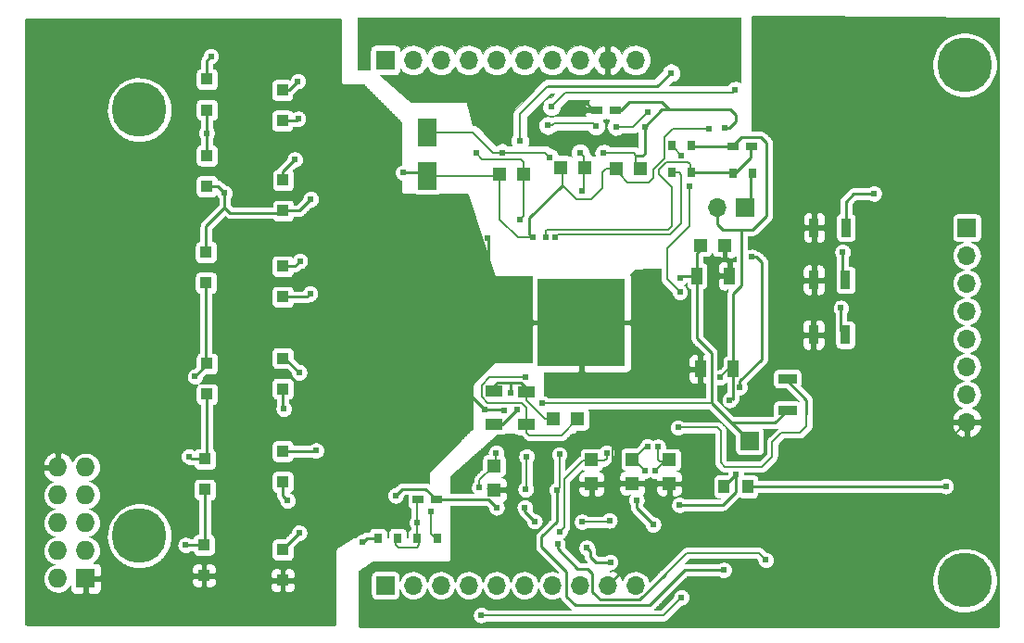
<source format=gbr>
G04 #@! TF.FileFunction,Copper,L2,Bot,Signal*
%FSLAX46Y46*%
G04 Gerber Fmt 4.6, Leading zero omitted, Abs format (unit mm)*
G04 Created by KiCad (PCBNEW 4.0.7) date 05/28/18 23:31:17*
%MOMM*%
%LPD*%
G01*
G04 APERTURE LIST*
%ADD10C,0.100000*%
%ADD11C,5.000000*%
%ADD12R,1.600000X1.000000*%
%ADD13R,1.727200X1.727200*%
%ADD14O,1.727200X1.727200*%
%ADD15R,0.900000X1.700000*%
%ADD16R,1.000000X1.300000*%
%ADD17R,0.800000X0.900000*%
%ADD18R,1.100000X1.100000*%
%ADD19R,1.200000X1.250000*%
%ADD20R,1.250000X1.200000*%
%ADD21R,1.000000X0.750000*%
%ADD22R,1.700000X1.700000*%
%ADD23O,1.700000X1.700000*%
%ADD24C,0.400000*%
%ADD25R,8.000000X8.000000*%
%ADD26R,1.800000X2.500000*%
%ADD27R,1.000000X1.600000*%
%ADD28R,1.700000X0.900000*%
%ADD29C,0.610000*%
%ADD30C,0.250000*%
%ADD31C,0.200000*%
G04 APERTURE END LIST*
D10*
D11*
X114000000Y-111800000D03*
X114000000Y-72860000D03*
X189410000Y-115880000D03*
D12*
X149360000Y-101640000D03*
X149360000Y-98640000D03*
D13*
X109100000Y-115700000D03*
D14*
X106560000Y-115700000D03*
X109100000Y-113160000D03*
X106560000Y-113160000D03*
X109100000Y-110620000D03*
X106560000Y-110620000D03*
X109100000Y-108080000D03*
X106560000Y-108080000D03*
X109100000Y-105540000D03*
X106560000Y-105540000D03*
D15*
X175600000Y-93430000D03*
X178500000Y-93430000D03*
X175630000Y-88420000D03*
X178530000Y-88420000D03*
X175650000Y-83630000D03*
X178550000Y-83630000D03*
D16*
X169600000Y-107300000D03*
X167400000Y-107300000D03*
D17*
X137600000Y-112000000D03*
X135800000Y-112000000D03*
X141200000Y-112000000D03*
X139400000Y-112000000D03*
X168220000Y-78650000D03*
X170020000Y-78650000D03*
X162660000Y-78610000D03*
X164460000Y-78610000D03*
X164460000Y-76140000D03*
X162660000Y-76140000D03*
D18*
X127100000Y-113070000D03*
X127100000Y-115870000D03*
X119900000Y-112630000D03*
X119900000Y-115430000D03*
X127100000Y-95570000D03*
X127100000Y-98370000D03*
X120170000Y-96060000D03*
X120170000Y-98860000D03*
X127100000Y-87170000D03*
X127100000Y-89970000D03*
X120090000Y-85880000D03*
X120090000Y-88680000D03*
X127130000Y-79290000D03*
X127130000Y-82090000D03*
X120170000Y-77050000D03*
X120170000Y-79850000D03*
X127060000Y-71070000D03*
X127060000Y-73870000D03*
X120170000Y-70080000D03*
X120170000Y-72880000D03*
D19*
X154730000Y-78180000D03*
X152530000Y-78180000D03*
X149110000Y-78730000D03*
X146910000Y-78730000D03*
D20*
X155310000Y-104850000D03*
X155310000Y-107050000D03*
X159040000Y-104800000D03*
X159040000Y-107000000D03*
X162410000Y-104830000D03*
X162410000Y-107030000D03*
X146410000Y-105400000D03*
X146410000Y-107600000D03*
D21*
X155760000Y-72880000D03*
X157460000Y-72880000D03*
X139450000Y-108500000D03*
X141150000Y-108500000D03*
X169930000Y-76180000D03*
X168230000Y-76180000D03*
D22*
X136480000Y-68330000D03*
D23*
X139020000Y-68330000D03*
X141560000Y-68330000D03*
X144100000Y-68330000D03*
X146640000Y-68330000D03*
X149180000Y-68330000D03*
X151720000Y-68330000D03*
X154260000Y-68330000D03*
X156800000Y-68330000D03*
X159340000Y-68330000D03*
D24*
X157650000Y-89050000D03*
X156350000Y-89050000D03*
X155050000Y-89050000D03*
X153750000Y-89050000D03*
X152450000Y-89050000D03*
X151150000Y-89050000D03*
X151150000Y-90350000D03*
X151150000Y-91650000D03*
X152450000Y-91650000D03*
X152450000Y-90350000D03*
X153750000Y-90350000D03*
X153750000Y-91650000D03*
X155050000Y-91650000D03*
X155050000Y-90350000D03*
X156350000Y-90350000D03*
X156350000Y-91650000D03*
X157650000Y-90350000D03*
X157650000Y-91650000D03*
X151150000Y-92950000D03*
X151150000Y-94250000D03*
X151150000Y-95550000D03*
X152450000Y-95550000D03*
X152450000Y-94250000D03*
X152450000Y-92950000D03*
X153750000Y-92950000D03*
X153750000Y-94250000D03*
X153750000Y-95550000D03*
X155050000Y-95550000D03*
X155050000Y-94250000D03*
X155050000Y-92950000D03*
X156350000Y-92950000D03*
X156350000Y-94250000D03*
X156350000Y-95550000D03*
X157650000Y-95550000D03*
X157650000Y-94250000D03*
X157650000Y-92950000D03*
D25*
X154400000Y-92300000D03*
D22*
X169320000Y-81810000D03*
D23*
X166780000Y-81810000D03*
D22*
X189600000Y-83650000D03*
D23*
X189600000Y-86190000D03*
X189600000Y-88730000D03*
X189600000Y-91270000D03*
X189600000Y-93810000D03*
X189600000Y-96350000D03*
X189600000Y-98890000D03*
X189600000Y-101430000D03*
D22*
X136480000Y-116330000D03*
D23*
X139020000Y-116330000D03*
X141560000Y-116330000D03*
X144100000Y-116330000D03*
X146640000Y-116330000D03*
X149180000Y-116330000D03*
X151720000Y-116330000D03*
X154260000Y-116330000D03*
X156800000Y-116330000D03*
X159340000Y-116330000D03*
D22*
X169740000Y-103150000D03*
D26*
X140310000Y-78910000D03*
X140310000Y-74910000D03*
D12*
X146420000Y-101590000D03*
X146420000Y-98590000D03*
D27*
X167940000Y-88040000D03*
X164940000Y-88040000D03*
X165250000Y-96560000D03*
X168250000Y-96560000D03*
D28*
X173200000Y-97450000D03*
X173200000Y-100350000D03*
D18*
X119980000Y-104780000D03*
X119980000Y-107580000D03*
X127100000Y-104070000D03*
X127100000Y-106870000D03*
D19*
X167480000Y-85240000D03*
X165280000Y-85240000D03*
X154060000Y-101100000D03*
X151860000Y-101100000D03*
X157540000Y-78280000D03*
X159740000Y-78280000D03*
D11*
X189410000Y-68780000D03*
D29*
X147310000Y-100310000D03*
X129140000Y-116740000D03*
X145540000Y-100280000D03*
X143070000Y-95790000D03*
X145020000Y-93100000D03*
X145580000Y-90380000D03*
X145880000Y-87680000D03*
X145840000Y-84600000D03*
X160170000Y-74430000D03*
X180120000Y-103790000D03*
X167480000Y-74560000D03*
X156430000Y-76840000D03*
X151300000Y-74310000D03*
X151520000Y-77200000D03*
X147120000Y-76770000D03*
X165370000Y-105790000D03*
X155820000Y-101720000D03*
X147910000Y-98770000D03*
X164340000Y-111500000D03*
X162120000Y-96160000D03*
X166890000Y-86570000D03*
X155720000Y-74380000D03*
X137420000Y-108120000D03*
X167940000Y-99400000D03*
X146630000Y-109210000D03*
X150100000Y-110470000D03*
X159420000Y-108540000D03*
X160940000Y-110780000D03*
X163340000Y-108980000D03*
X168490000Y-106180000D03*
X149210000Y-109210000D03*
X156950000Y-110410000D03*
X154450000Y-110530000D03*
X167070000Y-97320000D03*
X150770000Y-99690000D03*
X163400000Y-88210000D03*
X148510000Y-100250000D03*
X149240000Y-97340000D03*
X151170000Y-84520000D03*
X139360000Y-110600000D03*
X138100000Y-78620000D03*
X120540000Y-67970000D03*
X149930000Y-84550000D03*
X166060000Y-74650000D03*
X154830000Y-72210000D03*
X145050000Y-107370000D03*
X146600000Y-104210000D03*
X161150000Y-105880000D03*
X161360000Y-103660000D03*
X160200000Y-105870000D03*
X160420000Y-103650000D03*
X152380000Y-111430000D03*
X156690000Y-104210000D03*
X148800000Y-82920000D03*
X144760000Y-76850000D03*
X154260000Y-76790000D03*
X154470000Y-80310000D03*
X187680000Y-107270000D03*
X128480000Y-70250000D03*
X128200000Y-77420000D03*
X128670000Y-86690000D03*
X128610000Y-96880000D03*
X130150000Y-104020000D03*
X128600000Y-111530000D03*
X120150000Y-75000000D03*
X128500000Y-73710000D03*
X129660000Y-81040000D03*
X121800000Y-80470000D03*
X119090000Y-97250000D03*
X129600000Y-89670000D03*
X118540000Y-104550000D03*
X127190000Y-100200000D03*
X127540000Y-108570000D03*
X118230000Y-112640000D03*
X134400000Y-112340000D03*
X163210000Y-101910000D03*
X169970000Y-86320000D03*
X168840000Y-98250000D03*
X163520000Y-117440000D03*
X145230000Y-119040000D03*
X149300000Y-107550000D03*
X149370000Y-104550000D03*
X167400000Y-114920000D03*
X152140000Y-107630000D03*
X152370000Y-104370000D03*
X171240000Y-114020000D03*
X152200000Y-112540000D03*
X157030000Y-114200000D03*
X154870000Y-112900000D03*
X162590000Y-69490000D03*
X148780000Y-75740000D03*
X157540000Y-74410000D03*
X160490000Y-73050000D03*
X168450000Y-71080000D03*
X151670000Y-72580000D03*
X163380000Y-89540000D03*
X164230000Y-79850000D03*
X163520000Y-77050000D03*
X151970000Y-84550000D03*
X140620000Y-109590000D03*
X181110000Y-80530000D03*
X178250000Y-85870000D03*
X178100000Y-90970000D03*
D30*
X166585001Y-87855001D02*
X166770000Y-88040000D01*
X166770000Y-88040000D02*
X167940000Y-88040000D01*
X166890000Y-86570000D02*
X166585001Y-86874999D01*
X166585001Y-86874999D02*
X166585001Y-87855001D01*
X145540000Y-100280000D02*
X147280000Y-100280000D01*
X147280000Y-100280000D02*
X147310000Y-100310000D01*
D31*
X151860000Y-101100000D02*
X151060000Y-101100000D01*
X151060000Y-101100000D02*
X149360000Y-99400000D01*
X149360000Y-99400000D02*
X149360000Y-99340000D01*
X149360000Y-99340000D02*
X149360000Y-98640000D01*
D30*
X128270000Y-115870000D02*
X127100000Y-115870000D01*
X129140000Y-116740000D02*
X128270000Y-115870000D01*
X143070000Y-95790000D02*
X143070000Y-97810000D01*
X143070000Y-97810000D02*
X145540000Y-100280000D01*
X145020000Y-93100000D02*
X145020000Y-93840000D01*
X145020000Y-93840000D02*
X143070000Y-95790000D01*
X145580000Y-90380000D02*
X145580000Y-92540000D01*
X145580000Y-92540000D02*
X145020000Y-93100000D01*
X145880000Y-87680000D02*
X145880000Y-90080000D01*
X145880000Y-90080000D02*
X145580000Y-90380000D01*
X145880000Y-84640000D02*
X145880000Y-87680000D01*
X145840000Y-84600000D02*
X145880000Y-84640000D01*
D31*
X147120000Y-76770000D02*
X146340000Y-76770000D01*
X144480000Y-74910000D02*
X140310000Y-74910000D01*
X146340000Y-76770000D02*
X144480000Y-74910000D01*
X188390000Y-102640000D02*
X189600000Y-101430000D01*
X181270000Y-102640000D02*
X188390000Y-102640000D01*
X180120000Y-103790000D02*
X181270000Y-102640000D01*
D30*
X158530000Y-114600000D02*
X161240000Y-114600000D01*
X161240000Y-114600000D02*
X164340000Y-111500000D01*
X156800000Y-116330000D02*
X158530000Y-114600000D01*
X168000000Y-72850000D02*
X162420000Y-72850000D01*
X162420000Y-72850000D02*
X161750000Y-72850000D01*
X158760000Y-72130000D02*
X161700000Y-72130000D01*
X161700000Y-72130000D02*
X162420000Y-72850000D01*
X157360000Y-72880000D02*
X158010000Y-72880000D01*
X158010000Y-72880000D02*
X158760000Y-72130000D01*
X167480000Y-74560000D02*
X167904264Y-74560000D01*
X167904264Y-74560000D02*
X168520000Y-73944264D01*
X168520000Y-73944264D02*
X168520000Y-73370000D01*
X168520000Y-73370000D02*
X168000000Y-72850000D01*
X160170000Y-74430000D02*
X160170000Y-76920000D01*
X161750000Y-72850000D02*
X160170000Y-74430000D01*
X160010000Y-77050000D02*
X159390000Y-77050000D01*
X160170000Y-76920000D02*
X160140000Y-76920000D01*
X160140000Y-76920000D02*
X160010000Y-77050000D01*
D31*
X157275001Y-106754999D02*
X157275001Y-103380000D01*
X157275001Y-103380000D02*
X157275001Y-103175001D01*
D30*
X151930000Y-103380000D02*
X157275001Y-103380000D01*
X151230000Y-104080000D02*
X151930000Y-103380000D01*
X151230000Y-107280000D02*
X151230000Y-104080000D01*
X150110000Y-108400000D02*
X151230000Y-107280000D01*
X148185000Y-108400000D02*
X150110000Y-108400000D01*
X146410000Y-107500000D02*
X147285000Y-107500000D01*
X147285000Y-107500000D02*
X148185000Y-108400000D01*
X146410000Y-107500000D02*
X145810000Y-107500000D01*
D31*
X156430000Y-76840000D02*
X159180000Y-76840000D01*
X159180000Y-76840000D02*
X159390000Y-77050000D01*
X147120000Y-76770000D02*
X151090000Y-76770000D01*
X151090000Y-76770000D02*
X151520000Y-77200000D01*
X162410000Y-106930000D02*
X164230000Y-106930000D01*
X164230000Y-106930000D02*
X165370000Y-105790000D01*
D30*
X157080000Y-106950000D02*
X158990000Y-106950000D01*
X155310000Y-106950000D02*
X157080000Y-106950000D01*
D31*
X157080000Y-106950000D02*
X157275001Y-106754999D01*
X157275001Y-103175001D02*
X155820000Y-101720000D01*
D30*
X165250000Y-96560000D02*
X162520000Y-96560000D01*
X147890000Y-97810000D02*
X148860000Y-97810000D01*
X146700000Y-97810000D02*
X147890000Y-97810000D01*
X147890000Y-97810000D02*
X147890000Y-98750000D01*
X147890000Y-98750000D02*
X147910000Y-98770000D01*
X148860000Y-97810000D02*
X149360000Y-98310000D01*
X149360000Y-98310000D02*
X149360000Y-98640000D01*
X146420000Y-98090000D02*
X146700000Y-97810000D01*
X146420000Y-98590000D02*
X146420000Y-98090000D01*
X159040000Y-106900000D02*
X162380000Y-106900000D01*
X162380000Y-106900000D02*
X162410000Y-106930000D01*
X158990000Y-106950000D02*
X159040000Y-106900000D01*
D31*
X149310000Y-98590000D02*
X149360000Y-98640000D01*
X162410000Y-106930000D02*
X162410000Y-109570000D01*
X162410000Y-109570000D02*
X164340000Y-111500000D01*
X159390000Y-77050000D02*
X159390000Y-78280000D01*
D30*
X162520000Y-96560000D02*
X162120000Y-96160000D01*
X167940000Y-87620000D02*
X167940000Y-88040000D01*
D31*
X151924264Y-74110000D02*
X155450000Y-74110000D01*
X155450000Y-74110000D02*
X155720000Y-74380000D01*
X151300000Y-74310000D02*
X151724264Y-74310000D01*
X151724264Y-74310000D02*
X151924264Y-74110000D01*
D30*
X137420000Y-108120000D02*
X138030000Y-107510000D01*
X138030000Y-107510000D02*
X140160000Y-107510000D01*
X140160000Y-107510000D02*
X141150000Y-108500000D01*
X141050000Y-108500000D02*
X145920000Y-108500000D01*
X145920000Y-108500000D02*
X146630000Y-109210000D01*
X168490000Y-106180000D02*
X168490000Y-106210000D01*
X168490000Y-106210000D02*
X167400000Y-107300000D01*
D31*
X167940000Y-99400000D02*
X168030000Y-99310000D01*
X168030000Y-99310000D02*
X168250000Y-99310000D01*
D30*
X170060000Y-83840000D02*
X169040000Y-83840000D01*
X169040000Y-83840000D02*
X167280000Y-83840000D01*
X168250000Y-89690000D02*
X169040000Y-88900000D01*
X169040000Y-88900000D02*
X169040000Y-83840000D01*
X168250000Y-96560000D02*
X168250000Y-89690000D01*
X149210000Y-109210000D02*
X149210000Y-109580000D01*
X149210000Y-109580000D02*
X150100000Y-110470000D01*
X160940000Y-110780000D02*
X159420000Y-109260000D01*
X159420000Y-109260000D02*
X159420000Y-108540000D01*
X168490000Y-106180000D02*
X168490000Y-107765002D01*
X168490000Y-107765002D02*
X167275002Y-108980000D01*
X167275002Y-108980000D02*
X163340000Y-108980000D01*
X168250000Y-96560000D02*
X168250000Y-99310000D01*
D31*
X154450000Y-110530000D02*
X156830000Y-110530000D01*
X156830000Y-110530000D02*
X156950000Y-110410000D01*
X167070000Y-97320000D02*
X167830000Y-96560000D01*
X167830000Y-96560000D02*
X168250000Y-96560000D01*
D30*
X168330000Y-76180000D02*
X164350000Y-76180000D01*
X164350000Y-76180000D02*
X164310000Y-76140000D01*
X168330000Y-76180000D02*
X168330000Y-76040000D01*
X168330000Y-76040000D02*
X169000000Y-75370000D01*
X171300000Y-82600000D02*
X170060000Y-83840000D01*
X171300000Y-75880000D02*
X171300000Y-82600000D01*
X170790000Y-75370000D02*
X171300000Y-75880000D01*
X169000000Y-75370000D02*
X170790000Y-75370000D01*
X166780000Y-83340000D02*
X166780000Y-81810000D01*
X167280000Y-83840000D02*
X166780000Y-83340000D01*
D31*
X167550000Y-106970000D02*
X167550000Y-107300000D01*
X166295000Y-99705000D02*
X150785000Y-99705000D01*
X150785000Y-99705000D02*
X150770000Y-99690000D01*
D30*
X164940000Y-88040000D02*
X164940000Y-93760000D01*
X168060000Y-101470000D02*
X172080000Y-101470000D01*
X172080000Y-101470000D02*
X173200000Y-100350000D01*
X166260000Y-99670000D02*
X166295000Y-99705000D01*
X166295000Y-99705000D02*
X168060000Y-101470000D01*
X168060000Y-101470000D02*
X169740000Y-103150000D01*
X166260000Y-95080000D02*
X166260000Y-99670000D01*
X164940000Y-93760000D02*
X166260000Y-95080000D01*
X164940000Y-88040000D02*
X164940000Y-85930000D01*
X164940000Y-85930000D02*
X165630000Y-85240000D01*
X163570000Y-88040000D02*
X164940000Y-88040000D01*
X163400000Y-88210000D02*
X163570000Y-88040000D01*
X146420000Y-101590000D02*
X147170000Y-101590000D01*
X147170000Y-101590000D02*
X148510000Y-100250000D01*
D31*
X146420000Y-101590000D02*
X146680000Y-101590000D01*
X148910000Y-99630000D02*
X149360000Y-100080000D01*
X149360000Y-100080000D02*
X149360000Y-100940000D01*
X145799998Y-99630000D02*
X148910000Y-99630000D01*
X149650000Y-102630000D02*
X152555000Y-102630000D01*
X152555000Y-102630000D02*
X154060000Y-101125000D01*
X154060000Y-101125000D02*
X154060000Y-101100000D01*
X149360000Y-101640000D02*
X149360000Y-102340000D01*
X149360000Y-102340000D02*
X149650000Y-102630000D01*
X145260000Y-99090002D02*
X145260000Y-98089998D01*
X146009998Y-97340000D02*
X149240000Y-97340000D01*
X145260000Y-98089998D02*
X146009998Y-97340000D01*
X145799998Y-99630000D02*
X145260000Y-99090002D01*
X149360000Y-101640000D02*
X149360000Y-100940000D01*
X164310000Y-78610000D02*
X164310000Y-77820000D01*
X164310000Y-77820000D02*
X164120000Y-77630000D01*
X164120000Y-77630000D02*
X162188383Y-77630000D01*
X162188383Y-77630000D02*
X161900000Y-77918383D01*
X161900000Y-77930000D02*
X161470000Y-78360000D01*
X161900000Y-77918383D02*
X161900000Y-77930000D01*
X161470000Y-78360000D02*
X161470000Y-78770000D01*
X162650000Y-83480000D02*
X162280000Y-83850000D01*
X151170000Y-83940000D02*
X151170000Y-84520000D01*
X161470000Y-78770000D02*
X162650000Y-79950000D01*
X162650000Y-79950000D02*
X162650000Y-83480000D01*
X162280000Y-83850000D02*
X151260000Y-83850000D01*
X151260000Y-83850000D02*
X151170000Y-83940000D01*
D30*
X168370000Y-78650000D02*
X168400000Y-78650000D01*
X168400000Y-78650000D02*
X169830000Y-77220000D01*
X169830000Y-77220000D02*
X169830000Y-76180000D01*
X164310000Y-78610000D02*
X168330000Y-78610000D01*
X168330000Y-78610000D02*
X168370000Y-78650000D01*
D31*
X139360000Y-110600000D02*
X139360000Y-111810000D01*
X139360000Y-111810000D02*
X139550000Y-112000000D01*
X139360000Y-110600000D02*
X139360000Y-108690000D01*
X139360000Y-108690000D02*
X139550000Y-108500000D01*
X137450000Y-112000000D02*
X137450000Y-112660000D01*
X139550000Y-112650000D02*
X139350000Y-112850000D01*
X139550000Y-112650000D02*
X139550000Y-112000000D01*
X139350000Y-112850000D02*
X137640000Y-112850000D01*
X137640000Y-112850000D02*
X137450000Y-112660000D01*
D30*
X138100000Y-78620000D02*
X140020000Y-78620000D01*
X140020000Y-78620000D02*
X140310000Y-78910000D01*
D31*
X152630000Y-79750000D02*
X153910000Y-81030000D01*
X153910000Y-81030000D02*
X155310000Y-81030000D01*
X161990000Y-77330000D02*
X161990000Y-75370000D01*
X161990000Y-75370000D02*
X162710000Y-74650000D01*
X155310000Y-81030000D02*
X156330000Y-80010000D01*
X160570000Y-79490000D02*
X160950000Y-79110000D01*
X156330000Y-80010000D02*
X156330000Y-78580000D01*
X156330000Y-78580000D02*
X156630000Y-78280000D01*
X157890000Y-78280000D02*
X157890000Y-78780000D01*
X160950000Y-78370000D02*
X161990000Y-77330000D01*
X156630000Y-78280000D02*
X157890000Y-78280000D01*
X162710000Y-74650000D02*
X166060000Y-74650000D01*
X157890000Y-78780000D02*
X158600000Y-79490000D01*
X158600000Y-79490000D02*
X160570000Y-79490000D01*
X160950000Y-79110000D02*
X160950000Y-78370000D01*
D30*
X120170000Y-68340000D02*
X120170000Y-70080000D01*
X120540000Y-67970000D02*
X120170000Y-68340000D01*
D31*
X140310000Y-78910000D02*
X146730000Y-78910000D01*
X146730000Y-78910000D02*
X146910000Y-78730000D01*
X146910000Y-78730000D02*
X146910000Y-82900000D01*
X148560000Y-84550000D02*
X149930000Y-84550000D01*
X146910000Y-82900000D02*
X148560000Y-84550000D01*
D30*
X149930000Y-84550000D02*
X149625001Y-84245001D01*
X149625001Y-84245001D02*
X149625001Y-82754999D01*
X149625001Y-82754999D02*
X152630000Y-79750000D01*
D31*
X152630000Y-78180000D02*
X152630000Y-79750000D01*
D30*
X155860000Y-72880000D02*
X155500000Y-72880000D01*
X155500000Y-72880000D02*
X154830000Y-72210000D01*
X155860000Y-72880000D02*
X155529999Y-72880000D01*
D31*
X146410000Y-105500000D02*
X146285000Y-105500000D01*
X146285000Y-105500000D02*
X145050000Y-106735000D01*
X145050000Y-106735000D02*
X145050000Y-107370000D01*
X146600000Y-104210000D02*
X146600000Y-105310000D01*
X162410000Y-104930000D02*
X162100000Y-104930000D01*
X162100000Y-104930000D02*
X161150000Y-105880000D01*
X161540000Y-105000000D02*
X162340000Y-105000000D01*
X161360000Y-104820000D02*
X161540000Y-105000000D01*
X161360000Y-103660000D02*
X161360000Y-104820000D01*
X162340000Y-105000000D02*
X162410000Y-104930000D01*
X159040000Y-104900000D02*
X159230000Y-104900000D01*
X159230000Y-104900000D02*
X160200000Y-105870000D01*
X159040000Y-104900000D02*
X158915000Y-104900000D01*
X160420000Y-103650000D02*
X160290000Y-103650000D01*
X160290000Y-103650000D02*
X159040000Y-104900000D01*
X152820000Y-106615000D02*
X152820000Y-110990000D01*
X152820000Y-110990000D02*
X152380000Y-111430000D01*
X155310000Y-104950000D02*
X154485000Y-104950000D01*
X154485000Y-104950000D02*
X152820000Y-106615000D01*
X156700000Y-104720000D02*
X156470000Y-104950000D01*
X156470000Y-104950000D02*
X155310000Y-104950000D01*
X156700000Y-104651335D02*
X156700000Y-104720000D01*
X156690000Y-104210000D02*
X156690000Y-104641335D01*
X156690000Y-104641335D02*
X156700000Y-104651335D01*
X149110000Y-82610000D02*
X149110000Y-78730000D01*
X148800000Y-82920000D02*
X149110000Y-82610000D01*
X149110000Y-77660000D02*
X149110000Y-78730000D01*
X148830000Y-77380000D02*
X149110000Y-77660000D01*
X145290000Y-77380000D02*
X148830000Y-77380000D01*
X144760000Y-76850000D02*
X145290000Y-77380000D01*
X154630000Y-78180000D02*
X154630000Y-77160000D01*
X154630000Y-77160000D02*
X154260000Y-76790000D01*
X154630000Y-80150000D02*
X154630000Y-78180000D01*
X154470000Y-80310000D02*
X154630000Y-80150000D01*
X154630000Y-78180000D02*
X154460000Y-78180000D01*
D30*
X169450000Y-107300000D02*
X187650000Y-107300000D01*
X187650000Y-107300000D02*
X187680000Y-107270000D01*
X127060000Y-71070000D02*
X127660000Y-71070000D01*
X127660000Y-71070000D02*
X128480000Y-70250000D01*
X127130000Y-78490000D02*
X127130000Y-79290000D01*
X128200000Y-77420000D02*
X127130000Y-78490000D01*
X128190000Y-87170000D02*
X127100000Y-87170000D01*
X128670000Y-86690000D02*
X128190000Y-87170000D01*
X128610000Y-96880000D02*
X127300000Y-95570000D01*
X127300000Y-95570000D02*
X127100000Y-95570000D01*
X130100000Y-104070000D02*
X127100000Y-104070000D01*
X130150000Y-104020000D02*
X130100000Y-104070000D01*
X128600000Y-111530000D02*
X127100000Y-113030000D01*
X127100000Y-113030000D02*
X127100000Y-113070000D01*
X120150000Y-75000000D02*
X120150000Y-72900000D01*
X120150000Y-72900000D02*
X120170000Y-72880000D01*
X120170000Y-75020000D02*
X120170000Y-77050000D01*
X120150000Y-75000000D02*
X120170000Y-75020000D01*
X128340000Y-73870000D02*
X127060000Y-73870000D01*
X128500000Y-73710000D02*
X128340000Y-73870000D01*
X127130000Y-82090000D02*
X128610000Y-82090000D01*
X128610000Y-82090000D02*
X129660000Y-81040000D01*
X121800000Y-81770000D02*
X122310000Y-82280000D01*
X122310000Y-82280000D02*
X126940000Y-82280000D01*
X126940000Y-82280000D02*
X127130000Y-82090000D01*
X121800000Y-80470000D02*
X121800000Y-81770000D01*
X121800000Y-81770000D02*
X121800000Y-81810000D01*
X120090000Y-83520000D02*
X120090000Y-85880000D01*
X121800000Y-81810000D02*
X120090000Y-83520000D01*
X121180000Y-79850000D02*
X120170000Y-79850000D01*
X121800000Y-80470000D02*
X121180000Y-79850000D01*
X120090000Y-88680000D02*
X120090000Y-95980000D01*
X120090000Y-95980000D02*
X120170000Y-96060000D01*
X119090000Y-97250000D02*
X120170000Y-96170000D01*
X120170000Y-96170000D02*
X120170000Y-96060000D01*
X129300000Y-89970000D02*
X127100000Y-89970000D01*
X129600000Y-89670000D02*
X129300000Y-89970000D01*
X118770000Y-104780000D02*
X119980000Y-104780000D01*
X118540000Y-104550000D02*
X118770000Y-104780000D01*
X120170000Y-98860000D02*
X120170000Y-104590000D01*
X120170000Y-104590000D02*
X119980000Y-104780000D01*
X127100000Y-100110000D02*
X127100000Y-98370000D01*
X127190000Y-100200000D02*
X127100000Y-100110000D01*
X127100000Y-108130000D02*
X127100000Y-106870000D01*
X127540000Y-108570000D02*
X127100000Y-108130000D01*
X118230000Y-112640000D02*
X118240000Y-112630000D01*
X118240000Y-112630000D02*
X119900000Y-112630000D01*
X119980000Y-107580000D02*
X119980000Y-112550000D01*
X119980000Y-112550000D02*
X119900000Y-112630000D01*
X134400000Y-112340000D02*
X134420000Y-112340000D01*
X134760000Y-112000000D02*
X135800000Y-112000000D01*
X134420000Y-112340000D02*
X134760000Y-112000000D01*
D31*
X163210000Y-101910000D02*
X166810000Y-101910000D01*
X172680000Y-102380000D02*
X174370000Y-102380000D01*
X166810000Y-101910000D02*
X167110000Y-102210000D01*
X167110000Y-102210000D02*
X167110000Y-105130000D01*
X167110000Y-105130000D02*
X167460000Y-105480000D01*
X171800000Y-103260000D02*
X172680000Y-102380000D01*
X167460000Y-105480000D02*
X170900000Y-105480000D01*
X170900000Y-105480000D02*
X171800000Y-104580000D01*
X171800000Y-104580000D02*
X171800000Y-103260000D01*
X174370000Y-102380000D02*
X174960000Y-101790000D01*
X174960000Y-101790000D02*
X174960000Y-100670000D01*
D30*
X173200000Y-97450000D02*
X173200000Y-97640000D01*
X173200000Y-97640000D02*
X174960000Y-99400000D01*
X174960000Y-99400000D02*
X174960000Y-100670000D01*
X169970000Y-86320000D02*
X170401335Y-86320000D01*
X170401335Y-86320000D02*
X170880000Y-86798665D01*
X170880000Y-86798665D02*
X170880000Y-95680000D01*
X170835002Y-95680000D02*
X168840000Y-97675002D01*
X170880000Y-95680000D02*
X170835002Y-95680000D01*
X168840000Y-97675002D02*
X168840000Y-98250000D01*
D31*
X145721335Y-119100000D02*
X161860000Y-119100000D01*
X161860000Y-119100000D02*
X163520000Y-117440000D01*
X145230000Y-119040000D02*
X145661335Y-119040000D01*
X145661335Y-119040000D02*
X145721335Y-119100000D01*
X149370000Y-104550000D02*
X149370000Y-107480000D01*
X149370000Y-107480000D02*
X149300000Y-107550000D01*
D30*
X152140000Y-107630000D02*
X152140000Y-110510000D01*
X163830000Y-114920000D02*
X167400000Y-114920000D01*
X160600000Y-118150000D02*
X163830000Y-114920000D01*
X153810000Y-118150000D02*
X160600000Y-118150000D01*
X152990000Y-117330000D02*
X153810000Y-118150000D01*
X152990000Y-115060000D02*
X152990000Y-117330000D01*
X150750000Y-112820000D02*
X152990000Y-115060000D01*
X150750000Y-111900000D02*
X150750000Y-112820000D01*
X152140000Y-110510000D02*
X150750000Y-111900000D01*
D31*
X152370000Y-104370000D02*
X152370000Y-107400000D01*
X152370000Y-107400000D02*
X152140000Y-107630000D01*
X164010000Y-113370000D02*
X170590000Y-113370000D01*
X170590000Y-113370000D02*
X171240000Y-114020000D01*
X162070598Y-115309402D02*
X164010000Y-113370000D01*
X162070000Y-115309402D02*
X162070598Y-115309402D01*
D30*
X156150000Y-117650000D02*
X159729402Y-117650000D01*
X159729402Y-117650000D02*
X162070000Y-115309402D01*
X155415001Y-116915001D02*
X156150000Y-117650000D01*
X154930000Y-114800000D02*
X155415001Y-115285001D01*
X155415001Y-115285001D02*
X155415001Y-116915001D01*
X154035736Y-114800000D02*
X154930000Y-114800000D01*
X152200000Y-112540000D02*
X152200000Y-112964264D01*
X152200000Y-112964264D02*
X154035736Y-114800000D01*
X155169999Y-113689999D02*
X155680000Y-114200000D01*
X155680000Y-114200000D02*
X157030000Y-114200000D01*
X154870000Y-112900000D02*
X155169999Y-113199999D01*
X155169999Y-113199999D02*
X155169999Y-113689999D01*
D31*
X141560000Y-69040000D02*
X141560000Y-68330000D01*
D30*
X151290000Y-70740000D02*
X161340000Y-70740000D01*
X161340000Y-70740000D02*
X162590000Y-69490000D01*
D31*
X148780000Y-75740000D02*
X148780000Y-75315736D01*
X148780000Y-75315736D02*
X148777551Y-75313287D01*
X148777551Y-75313287D02*
X148777551Y-73252449D01*
X148777551Y-73252449D02*
X151290000Y-70740000D01*
X159130000Y-74410000D02*
X157540000Y-74410000D01*
X159130000Y-74410000D02*
X160490000Y-73050000D01*
X151670000Y-72580000D02*
X152929999Y-71320001D01*
X152929999Y-71320001D02*
X168209999Y-71320001D01*
X168209999Y-71320001D02*
X168450000Y-71080000D01*
X163380000Y-89540000D02*
X162190000Y-88350000D01*
X162190000Y-88350000D02*
X162190000Y-85560000D01*
X162190000Y-85560000D02*
X164230000Y-83520000D01*
X164230000Y-83520000D02*
X164230000Y-79850000D01*
X163520000Y-77050000D02*
X162810000Y-76340000D01*
X162810000Y-76340000D02*
X162810000Y-76140000D01*
X163310000Y-78610000D02*
X162810000Y-78610000D01*
X163530000Y-78830000D02*
X163310000Y-78610000D01*
X163530000Y-83230000D02*
X163530000Y-78830000D01*
X162520000Y-84240000D02*
X163530000Y-83230000D01*
X152280000Y-84240000D02*
X162520000Y-84240000D01*
X151970000Y-84550000D02*
X152280000Y-84240000D01*
D30*
X169870000Y-78650000D02*
X169870000Y-81260000D01*
X169870000Y-81260000D02*
X169320000Y-81810000D01*
D31*
X140620000Y-111570000D02*
X141050000Y-112000000D01*
X140620000Y-109590000D02*
X140620000Y-111570000D01*
D30*
X179280000Y-80530000D02*
X178550000Y-81260000D01*
X178550000Y-81260000D02*
X178550000Y-83630000D01*
X181110000Y-80530000D02*
X179280000Y-80530000D01*
X178250000Y-85870000D02*
X178250000Y-88140000D01*
X178250000Y-88140000D02*
X178530000Y-88420000D01*
X178100000Y-90970000D02*
X178100000Y-93030000D01*
X178100000Y-93030000D02*
X178500000Y-93430000D01*
D10*
G36*
X151606264Y-71724498D02*
X151592134Y-71724399D01*
X151427430Y-71755818D01*
X151271965Y-71818630D01*
X151131661Y-71910442D01*
X151011863Y-72027757D01*
X150917133Y-72166108D01*
X150851079Y-72320223D01*
X150816217Y-72484233D01*
X150813876Y-72651891D01*
X150844145Y-72816810D01*
X150905869Y-72972710D01*
X150996700Y-73113651D01*
X151113176Y-73234266D01*
X151250862Y-73329960D01*
X151404512Y-73397088D01*
X151568275Y-73433093D01*
X151735912Y-73436605D01*
X151901039Y-73407489D01*
X152057366Y-73346854D01*
X152198938Y-73257009D01*
X152320362Y-73141378D01*
X152417015Y-73004364D01*
X152485214Y-72851186D01*
X152522362Y-72687678D01*
X152522940Y-72646298D01*
X153199238Y-71970001D01*
X155093479Y-71970001D01*
X154995688Y-72010507D01*
X154904296Y-72071573D01*
X154826573Y-72149296D01*
X154765507Y-72240688D01*
X154723444Y-72342237D01*
X154702000Y-72450042D01*
X154702000Y-72553000D01*
X154841500Y-72692500D01*
X155556000Y-72692500D01*
X155556000Y-72656000D01*
X155964000Y-72656000D01*
X155964000Y-72692500D01*
X155984000Y-72692500D01*
X155984000Y-73067500D01*
X155964000Y-73067500D01*
X155964000Y-73104000D01*
X155556000Y-73104000D01*
X155556000Y-73067500D01*
X154841500Y-73067500D01*
X154702000Y-73207000D01*
X154702000Y-73309958D01*
X154723444Y-73417763D01*
X154740939Y-73460000D01*
X151924264Y-73460000D01*
X151864535Y-73465856D01*
X151804696Y-73471091D01*
X151801409Y-73472046D01*
X151798012Y-73472379D01*
X151740570Y-73489722D01*
X151682875Y-73506484D01*
X151679840Y-73508057D01*
X151676568Y-73509045D01*
X151643230Y-73526771D01*
X151554054Y-73489285D01*
X151389804Y-73455569D01*
X151222134Y-73454399D01*
X151057430Y-73485818D01*
X150901965Y-73548630D01*
X150761661Y-73640442D01*
X150641863Y-73757757D01*
X150547133Y-73896108D01*
X150481079Y-74050223D01*
X150446217Y-74214233D01*
X150443876Y-74381891D01*
X150474145Y-74546810D01*
X150535869Y-74702710D01*
X150626700Y-74843651D01*
X150743176Y-74964266D01*
X150880862Y-75059960D01*
X151034512Y-75127088D01*
X151198275Y-75163093D01*
X151365912Y-75166605D01*
X151531039Y-75137489D01*
X151687366Y-75076854D01*
X151828938Y-74987009D01*
X151879483Y-74938875D01*
X151907999Y-74930266D01*
X151965653Y-74913516D01*
X151968688Y-74911943D01*
X151971960Y-74910955D01*
X152024995Y-74882756D01*
X152078279Y-74855136D01*
X152080948Y-74853005D01*
X152083969Y-74851399D01*
X152130496Y-74813452D01*
X152177422Y-74775992D01*
X152182177Y-74771302D01*
X152182276Y-74771221D01*
X152182352Y-74771129D01*
X152183883Y-74769619D01*
X152193502Y-74760000D01*
X154950837Y-74760000D01*
X154955869Y-74772710D01*
X155046700Y-74913651D01*
X155163176Y-75034266D01*
X155300862Y-75129960D01*
X155454512Y-75197088D01*
X155618275Y-75233093D01*
X155785912Y-75236605D01*
X155951039Y-75207489D01*
X156107366Y-75146854D01*
X156248938Y-75057009D01*
X156370362Y-74941378D01*
X156467015Y-74804364D01*
X156535214Y-74651186D01*
X156572362Y-74487678D01*
X156575037Y-74296163D01*
X156542469Y-74131682D01*
X156478573Y-73976660D01*
X156385783Y-73837000D01*
X156354199Y-73805194D01*
X156422762Y-73791556D01*
X156524312Y-73749493D01*
X156615704Y-73688427D01*
X156619988Y-73684143D01*
X156664256Y-73721872D01*
X156806032Y-73785781D01*
X156936438Y-73804313D01*
X156881863Y-73857757D01*
X156787133Y-73996108D01*
X156721079Y-74150223D01*
X156686217Y-74314233D01*
X156683876Y-74481891D01*
X156714145Y-74646810D01*
X156775869Y-74802710D01*
X156866700Y-74943651D01*
X156983176Y-75064266D01*
X157120862Y-75159960D01*
X157274512Y-75227088D01*
X157438275Y-75263093D01*
X157605912Y-75266605D01*
X157771039Y-75237489D01*
X157927366Y-75176854D01*
X158068938Y-75087009D01*
X158097300Y-75060000D01*
X159130000Y-75060000D01*
X159189778Y-75054139D01*
X159249568Y-75048908D01*
X159252850Y-75047955D01*
X159256252Y-75047621D01*
X159313735Y-75030266D01*
X159371389Y-75013516D01*
X159374424Y-75011943D01*
X159377696Y-75010955D01*
X159430731Y-74982756D01*
X159484015Y-74955136D01*
X159486684Y-74953005D01*
X159489034Y-74951756D01*
X159495000Y-74961013D01*
X159495000Y-76274877D01*
X159488676Y-76271486D01*
X159436062Y-76242562D01*
X159432806Y-76241529D01*
X159429792Y-76239913D01*
X159372336Y-76222347D01*
X159315143Y-76204204D01*
X159311749Y-76203823D01*
X159308477Y-76202823D01*
X159248729Y-76196754D01*
X159189075Y-76190063D01*
X159182393Y-76190017D01*
X159182269Y-76190004D01*
X159182153Y-76190015D01*
X159180000Y-76190000D01*
X156989528Y-76190000D01*
X156977635Y-76178024D01*
X156838626Y-76084261D01*
X156684054Y-76019285D01*
X156519804Y-75985569D01*
X156352134Y-75984399D01*
X156187430Y-76015818D01*
X156031965Y-76078630D01*
X155891661Y-76170442D01*
X155771863Y-76287757D01*
X155677133Y-76426108D01*
X155611079Y-76580223D01*
X155576217Y-76744233D01*
X155573876Y-76911891D01*
X155604145Y-77076810D01*
X155604907Y-77078735D01*
X155483968Y-77024219D01*
X155330000Y-77002339D01*
X155258138Y-77002339D01*
X155250266Y-76976265D01*
X155233516Y-76918611D01*
X155231943Y-76915576D01*
X155230955Y-76912304D01*
X155202756Y-76859269D01*
X155175136Y-76805985D01*
X155173005Y-76803316D01*
X155171399Y-76800295D01*
X155133452Y-76753768D01*
X155114700Y-76730278D01*
X155115037Y-76706163D01*
X155082469Y-76541682D01*
X155018573Y-76386660D01*
X154925783Y-76247000D01*
X154807635Y-76128024D01*
X154668626Y-76034261D01*
X154514054Y-75969285D01*
X154349804Y-75935569D01*
X154182134Y-75934399D01*
X154017430Y-75965818D01*
X153861965Y-76028630D01*
X153721661Y-76120442D01*
X153601863Y-76237757D01*
X153507133Y-76376108D01*
X153441079Y-76530223D01*
X153406217Y-76694233D01*
X153403876Y-76861891D01*
X153434145Y-77026810D01*
X153475065Y-77130164D01*
X153425744Y-77088128D01*
X153283968Y-77024219D01*
X153130000Y-77002339D01*
X152352499Y-77002339D01*
X152342469Y-76951682D01*
X152278573Y-76796660D01*
X152185783Y-76657000D01*
X152067635Y-76538024D01*
X151928626Y-76444261D01*
X151774054Y-76379285D01*
X151609804Y-76345569D01*
X151584631Y-76345393D01*
X151549619Y-76310381D01*
X151503254Y-76272296D01*
X151457229Y-76233676D01*
X151454231Y-76232028D01*
X151451592Y-76229860D01*
X151398676Y-76201486D01*
X151346062Y-76172562D01*
X151342806Y-76171529D01*
X151339792Y-76169913D01*
X151282336Y-76152347D01*
X151225143Y-76134204D01*
X151221749Y-76133823D01*
X151218477Y-76132823D01*
X151158729Y-76126754D01*
X151099075Y-76120063D01*
X151092393Y-76120017D01*
X151092269Y-76120004D01*
X151092153Y-76120015D01*
X151090000Y-76120000D01*
X149546767Y-76120000D01*
X149595214Y-76011186D01*
X149632362Y-75847678D01*
X149635037Y-75656163D01*
X149602469Y-75491682D01*
X149538573Y-75336660D01*
X149445783Y-75197000D01*
X149427551Y-75178640D01*
X149427551Y-73521687D01*
X151534239Y-71415000D01*
X151915761Y-71415000D01*
X151606264Y-71724498D01*
X151606264Y-71724498D01*
G37*
X151606264Y-71724498D02*
X151592134Y-71724399D01*
X151427430Y-71755818D01*
X151271965Y-71818630D01*
X151131661Y-71910442D01*
X151011863Y-72027757D01*
X150917133Y-72166108D01*
X150851079Y-72320223D01*
X150816217Y-72484233D01*
X150813876Y-72651891D01*
X150844145Y-72816810D01*
X150905869Y-72972710D01*
X150996700Y-73113651D01*
X151113176Y-73234266D01*
X151250862Y-73329960D01*
X151404512Y-73397088D01*
X151568275Y-73433093D01*
X151735912Y-73436605D01*
X151901039Y-73407489D01*
X152057366Y-73346854D01*
X152198938Y-73257009D01*
X152320362Y-73141378D01*
X152417015Y-73004364D01*
X152485214Y-72851186D01*
X152522362Y-72687678D01*
X152522940Y-72646298D01*
X153199238Y-71970001D01*
X155093479Y-71970001D01*
X154995688Y-72010507D01*
X154904296Y-72071573D01*
X154826573Y-72149296D01*
X154765507Y-72240688D01*
X154723444Y-72342237D01*
X154702000Y-72450042D01*
X154702000Y-72553000D01*
X154841500Y-72692500D01*
X155556000Y-72692500D01*
X155556000Y-72656000D01*
X155964000Y-72656000D01*
X155964000Y-72692500D01*
X155984000Y-72692500D01*
X155984000Y-73067500D01*
X155964000Y-73067500D01*
X155964000Y-73104000D01*
X155556000Y-73104000D01*
X155556000Y-73067500D01*
X154841500Y-73067500D01*
X154702000Y-73207000D01*
X154702000Y-73309958D01*
X154723444Y-73417763D01*
X154740939Y-73460000D01*
X151924264Y-73460000D01*
X151864535Y-73465856D01*
X151804696Y-73471091D01*
X151801409Y-73472046D01*
X151798012Y-73472379D01*
X151740570Y-73489722D01*
X151682875Y-73506484D01*
X151679840Y-73508057D01*
X151676568Y-73509045D01*
X151643230Y-73526771D01*
X151554054Y-73489285D01*
X151389804Y-73455569D01*
X151222134Y-73454399D01*
X151057430Y-73485818D01*
X150901965Y-73548630D01*
X150761661Y-73640442D01*
X150641863Y-73757757D01*
X150547133Y-73896108D01*
X150481079Y-74050223D01*
X150446217Y-74214233D01*
X150443876Y-74381891D01*
X150474145Y-74546810D01*
X150535869Y-74702710D01*
X150626700Y-74843651D01*
X150743176Y-74964266D01*
X150880862Y-75059960D01*
X151034512Y-75127088D01*
X151198275Y-75163093D01*
X151365912Y-75166605D01*
X151531039Y-75137489D01*
X151687366Y-75076854D01*
X151828938Y-74987009D01*
X151879483Y-74938875D01*
X151907999Y-74930266D01*
X151965653Y-74913516D01*
X151968688Y-74911943D01*
X151971960Y-74910955D01*
X152024995Y-74882756D01*
X152078279Y-74855136D01*
X152080948Y-74853005D01*
X152083969Y-74851399D01*
X152130496Y-74813452D01*
X152177422Y-74775992D01*
X152182177Y-74771302D01*
X152182276Y-74771221D01*
X152182352Y-74771129D01*
X152183883Y-74769619D01*
X152193502Y-74760000D01*
X154950837Y-74760000D01*
X154955869Y-74772710D01*
X155046700Y-74913651D01*
X155163176Y-75034266D01*
X155300862Y-75129960D01*
X155454512Y-75197088D01*
X155618275Y-75233093D01*
X155785912Y-75236605D01*
X155951039Y-75207489D01*
X156107366Y-75146854D01*
X156248938Y-75057009D01*
X156370362Y-74941378D01*
X156467015Y-74804364D01*
X156535214Y-74651186D01*
X156572362Y-74487678D01*
X156575037Y-74296163D01*
X156542469Y-74131682D01*
X156478573Y-73976660D01*
X156385783Y-73837000D01*
X156354199Y-73805194D01*
X156422762Y-73791556D01*
X156524312Y-73749493D01*
X156615704Y-73688427D01*
X156619988Y-73684143D01*
X156664256Y-73721872D01*
X156806032Y-73785781D01*
X156936438Y-73804313D01*
X156881863Y-73857757D01*
X156787133Y-73996108D01*
X156721079Y-74150223D01*
X156686217Y-74314233D01*
X156683876Y-74481891D01*
X156714145Y-74646810D01*
X156775869Y-74802710D01*
X156866700Y-74943651D01*
X156983176Y-75064266D01*
X157120862Y-75159960D01*
X157274512Y-75227088D01*
X157438275Y-75263093D01*
X157605912Y-75266605D01*
X157771039Y-75237489D01*
X157927366Y-75176854D01*
X158068938Y-75087009D01*
X158097300Y-75060000D01*
X159130000Y-75060000D01*
X159189778Y-75054139D01*
X159249568Y-75048908D01*
X159252850Y-75047955D01*
X159256252Y-75047621D01*
X159313735Y-75030266D01*
X159371389Y-75013516D01*
X159374424Y-75011943D01*
X159377696Y-75010955D01*
X159430731Y-74982756D01*
X159484015Y-74955136D01*
X159486684Y-74953005D01*
X159489034Y-74951756D01*
X159495000Y-74961013D01*
X159495000Y-76274877D01*
X159488676Y-76271486D01*
X159436062Y-76242562D01*
X159432806Y-76241529D01*
X159429792Y-76239913D01*
X159372336Y-76222347D01*
X159315143Y-76204204D01*
X159311749Y-76203823D01*
X159308477Y-76202823D01*
X159248729Y-76196754D01*
X159189075Y-76190063D01*
X159182393Y-76190017D01*
X159182269Y-76190004D01*
X159182153Y-76190015D01*
X159180000Y-76190000D01*
X156989528Y-76190000D01*
X156977635Y-76178024D01*
X156838626Y-76084261D01*
X156684054Y-76019285D01*
X156519804Y-75985569D01*
X156352134Y-75984399D01*
X156187430Y-76015818D01*
X156031965Y-76078630D01*
X155891661Y-76170442D01*
X155771863Y-76287757D01*
X155677133Y-76426108D01*
X155611079Y-76580223D01*
X155576217Y-76744233D01*
X155573876Y-76911891D01*
X155604145Y-77076810D01*
X155604907Y-77078735D01*
X155483968Y-77024219D01*
X155330000Y-77002339D01*
X155258138Y-77002339D01*
X155250266Y-76976265D01*
X155233516Y-76918611D01*
X155231943Y-76915576D01*
X155230955Y-76912304D01*
X155202756Y-76859269D01*
X155175136Y-76805985D01*
X155173005Y-76803316D01*
X155171399Y-76800295D01*
X155133452Y-76753768D01*
X155114700Y-76730278D01*
X155115037Y-76706163D01*
X155082469Y-76541682D01*
X155018573Y-76386660D01*
X154925783Y-76247000D01*
X154807635Y-76128024D01*
X154668626Y-76034261D01*
X154514054Y-75969285D01*
X154349804Y-75935569D01*
X154182134Y-75934399D01*
X154017430Y-75965818D01*
X153861965Y-76028630D01*
X153721661Y-76120442D01*
X153601863Y-76237757D01*
X153507133Y-76376108D01*
X153441079Y-76530223D01*
X153406217Y-76694233D01*
X153403876Y-76861891D01*
X153434145Y-77026810D01*
X153475065Y-77130164D01*
X153425744Y-77088128D01*
X153283968Y-77024219D01*
X153130000Y-77002339D01*
X152352499Y-77002339D01*
X152342469Y-76951682D01*
X152278573Y-76796660D01*
X152185783Y-76657000D01*
X152067635Y-76538024D01*
X151928626Y-76444261D01*
X151774054Y-76379285D01*
X151609804Y-76345569D01*
X151584631Y-76345393D01*
X151549619Y-76310381D01*
X151503254Y-76272296D01*
X151457229Y-76233676D01*
X151454231Y-76232028D01*
X151451592Y-76229860D01*
X151398676Y-76201486D01*
X151346062Y-76172562D01*
X151342806Y-76171529D01*
X151339792Y-76169913D01*
X151282336Y-76152347D01*
X151225143Y-76134204D01*
X151221749Y-76133823D01*
X151218477Y-76132823D01*
X151158729Y-76126754D01*
X151099075Y-76120063D01*
X151092393Y-76120017D01*
X151092269Y-76120004D01*
X151092153Y-76120015D01*
X151090000Y-76120000D01*
X149546767Y-76120000D01*
X149595214Y-76011186D01*
X149632362Y-75847678D01*
X149635037Y-75656163D01*
X149602469Y-75491682D01*
X149538573Y-75336660D01*
X149445783Y-75197000D01*
X149427551Y-75178640D01*
X149427551Y-73521687D01*
X151534239Y-71415000D01*
X151915761Y-71415000D01*
X151606264Y-71724498D01*
G36*
X168809216Y-64423119D02*
X168837310Y-64431641D01*
X168863202Y-64445481D01*
X168885895Y-64464105D01*
X168904519Y-64486798D01*
X168918359Y-64512690D01*
X168926881Y-64540784D01*
X168930000Y-64572454D01*
X168930000Y-70372403D01*
X168858626Y-70324261D01*
X168704054Y-70259285D01*
X168539804Y-70225569D01*
X168372134Y-70224399D01*
X168207430Y-70255818D01*
X168051965Y-70318630D01*
X167911661Y-70410442D01*
X167791863Y-70527757D01*
X167697133Y-70666108D01*
X167695464Y-70670001D01*
X162364593Y-70670001D01*
X162694856Y-70339738D01*
X162821039Y-70317489D01*
X162977366Y-70256854D01*
X163118938Y-70167009D01*
X163240362Y-70051378D01*
X163337015Y-69914364D01*
X163405214Y-69761186D01*
X163442362Y-69597678D01*
X163445037Y-69406163D01*
X163412469Y-69241682D01*
X163348573Y-69086660D01*
X163255783Y-68947000D01*
X163137635Y-68828024D01*
X162998626Y-68734261D01*
X162844054Y-68669285D01*
X162679804Y-68635569D01*
X162512134Y-68634399D01*
X162347430Y-68665818D01*
X162191965Y-68728630D01*
X162051661Y-68820442D01*
X161931863Y-68937757D01*
X161837133Y-69076108D01*
X161771079Y-69230223D01*
X161737579Y-69387827D01*
X161060406Y-70065000D01*
X151290000Y-70065000D01*
X151158892Y-70077855D01*
X151032777Y-70115931D01*
X150916461Y-70177778D01*
X150814372Y-70261040D01*
X150730400Y-70362545D01*
X150709426Y-70401335D01*
X148317932Y-72792830D01*
X148279847Y-72839195D01*
X148241227Y-72885220D01*
X148239579Y-72888218D01*
X148237411Y-72890857D01*
X148209037Y-72943773D01*
X148180113Y-72996387D01*
X148179080Y-72999643D01*
X148177464Y-73002657D01*
X148159898Y-73060113D01*
X148141755Y-73117306D01*
X148141374Y-73120700D01*
X148140374Y-73123972D01*
X148134305Y-73183720D01*
X148127614Y-73243374D01*
X148127568Y-73250056D01*
X148127555Y-73250180D01*
X148127566Y-73250296D01*
X148127551Y-73252449D01*
X148127551Y-75182187D01*
X148121863Y-75187757D01*
X148027133Y-75326108D01*
X147961079Y-75480223D01*
X147926217Y-75644233D01*
X147923876Y-75811891D01*
X147954145Y-75976810D01*
X148010837Y-76120000D01*
X147679528Y-76120000D01*
X147667635Y-76108024D01*
X147528626Y-76014261D01*
X147374054Y-75949285D01*
X147209804Y-75915569D01*
X147042134Y-75914399D01*
X146877430Y-75945818D01*
X146721965Y-76008630D01*
X146586509Y-76097270D01*
X144939619Y-74450381D01*
X144893254Y-74412296D01*
X144847229Y-74373676D01*
X144844231Y-74372028D01*
X144841592Y-74369860D01*
X144788676Y-74341486D01*
X144736062Y-74312562D01*
X144732806Y-74311529D01*
X144729792Y-74309913D01*
X144672336Y-74292347D01*
X144615143Y-74274204D01*
X144611749Y-74273823D01*
X144608477Y-74272823D01*
X144548729Y-74266754D01*
X144490374Y-74260209D01*
X143977532Y-72306525D01*
X143976129Y-72302049D01*
X143963254Y-72266839D01*
X143959224Y-72258376D01*
X143940004Y-72226188D01*
X143934466Y-72218627D01*
X143909576Y-72190591D01*
X143902724Y-72184196D01*
X143873039Y-72161298D01*
X143865114Y-72156294D01*
X143831677Y-72139338D01*
X143822957Y-72135901D01*
X143786943Y-72125483D01*
X143777736Y-72123734D01*
X143740411Y-72120220D01*
X143735724Y-72120000D01*
X138786460Y-72120000D01*
X138757750Y-72117442D01*
X138732107Y-72110441D01*
X138708102Y-72099014D01*
X138684688Y-72082230D01*
X135955637Y-69732661D01*
X137330000Y-69732661D01*
X137417585Y-69725677D01*
X137566140Y-69679672D01*
X137695996Y-69594103D01*
X137796872Y-69475744D01*
X137860781Y-69333968D01*
X137882661Y-69180000D01*
X137882661Y-69146774D01*
X138026601Y-69323262D01*
X138237130Y-69497427D01*
X138477478Y-69627382D01*
X138738491Y-69708179D01*
X139010226Y-69736740D01*
X139282334Y-69711976D01*
X139544449Y-69634831D01*
X139786589Y-69508244D01*
X139999529Y-69337036D01*
X140175159Y-69127728D01*
X140290740Y-68917487D01*
X140393910Y-69111522D01*
X140566601Y-69323262D01*
X140777130Y-69497427D01*
X141017478Y-69627382D01*
X141278491Y-69708179D01*
X141550226Y-69736740D01*
X141822334Y-69711976D01*
X142084449Y-69634831D01*
X142326589Y-69508244D01*
X142539529Y-69337036D01*
X142715159Y-69127728D01*
X142830740Y-68917487D01*
X142933910Y-69111522D01*
X143106601Y-69323262D01*
X143317130Y-69497427D01*
X143557478Y-69627382D01*
X143818491Y-69708179D01*
X144090226Y-69736740D01*
X144362334Y-69711976D01*
X144624449Y-69634831D01*
X144866589Y-69508244D01*
X145079529Y-69337036D01*
X145255159Y-69127728D01*
X145370740Y-68917487D01*
X145473910Y-69111522D01*
X145646601Y-69323262D01*
X145857130Y-69497427D01*
X146097478Y-69627382D01*
X146358491Y-69708179D01*
X146630226Y-69736740D01*
X146902334Y-69711976D01*
X147164449Y-69634831D01*
X147406589Y-69508244D01*
X147619529Y-69337036D01*
X147795159Y-69127728D01*
X147910740Y-68917487D01*
X148013910Y-69111522D01*
X148186601Y-69323262D01*
X148397130Y-69497427D01*
X148637478Y-69627382D01*
X148898491Y-69708179D01*
X149170226Y-69736740D01*
X149442334Y-69711976D01*
X149704449Y-69634831D01*
X149946589Y-69508244D01*
X150159529Y-69337036D01*
X150335159Y-69127728D01*
X150450740Y-68917487D01*
X150553910Y-69111522D01*
X150726601Y-69323262D01*
X150937130Y-69497427D01*
X151177478Y-69627382D01*
X151438491Y-69708179D01*
X151710226Y-69736740D01*
X151982334Y-69711976D01*
X152244449Y-69634831D01*
X152486589Y-69508244D01*
X152699529Y-69337036D01*
X152875159Y-69127728D01*
X152990740Y-68917487D01*
X153093910Y-69111522D01*
X153266601Y-69323262D01*
X153477130Y-69497427D01*
X153717478Y-69627382D01*
X153978491Y-69708179D01*
X154250226Y-69736740D01*
X154522334Y-69711976D01*
X154784449Y-69634831D01*
X155026589Y-69508244D01*
X155239529Y-69337036D01*
X155415159Y-69127728D01*
X155528683Y-68921228D01*
X155563566Y-69003584D01*
X155718733Y-69231858D01*
X155915453Y-69425474D01*
X156146166Y-69576991D01*
X156380576Y-69674078D01*
X156596000Y-69581989D01*
X156596000Y-68534000D01*
X156576000Y-68534000D01*
X156576000Y-68126000D01*
X156596000Y-68126000D01*
X156596000Y-67078011D01*
X157004000Y-67078011D01*
X157004000Y-68126000D01*
X157024000Y-68126000D01*
X157024000Y-68534000D01*
X157004000Y-68534000D01*
X157004000Y-69581989D01*
X157219424Y-69674078D01*
X157453834Y-69576991D01*
X157684547Y-69425474D01*
X157881267Y-69231858D01*
X158036434Y-69003584D01*
X158071943Y-68919750D01*
X158173910Y-69111522D01*
X158346601Y-69323262D01*
X158557130Y-69497427D01*
X158797478Y-69627382D01*
X159058491Y-69708179D01*
X159330226Y-69736740D01*
X159602334Y-69711976D01*
X159864449Y-69634831D01*
X160106589Y-69508244D01*
X160319529Y-69337036D01*
X160495159Y-69127728D01*
X160626789Y-68888293D01*
X160709407Y-68627850D01*
X160739864Y-68356321D01*
X160740000Y-68336774D01*
X160740000Y-68323226D01*
X160713337Y-68051298D01*
X160634364Y-67789727D01*
X160506090Y-67548478D01*
X160333399Y-67336738D01*
X160122870Y-67162573D01*
X159882522Y-67032618D01*
X159621509Y-66951821D01*
X159349774Y-66923260D01*
X159077666Y-66948024D01*
X158815551Y-67025169D01*
X158573411Y-67151756D01*
X158360471Y-67322964D01*
X158184841Y-67532272D01*
X158071317Y-67738772D01*
X158036434Y-67656416D01*
X157881267Y-67428142D01*
X157684547Y-67234526D01*
X157453834Y-67083009D01*
X157219424Y-66985922D01*
X157004000Y-67078011D01*
X156596000Y-67078011D01*
X156380576Y-66985922D01*
X156146166Y-67083009D01*
X155915453Y-67234526D01*
X155718733Y-67428142D01*
X155563566Y-67656416D01*
X155528057Y-67740250D01*
X155426090Y-67548478D01*
X155253399Y-67336738D01*
X155042870Y-67162573D01*
X154802522Y-67032618D01*
X154541509Y-66951821D01*
X154269774Y-66923260D01*
X153997666Y-66948024D01*
X153735551Y-67025169D01*
X153493411Y-67151756D01*
X153280471Y-67322964D01*
X153104841Y-67532272D01*
X152989260Y-67742513D01*
X152886090Y-67548478D01*
X152713399Y-67336738D01*
X152502870Y-67162573D01*
X152262522Y-67032618D01*
X152001509Y-66951821D01*
X151729774Y-66923260D01*
X151457666Y-66948024D01*
X151195551Y-67025169D01*
X150953411Y-67151756D01*
X150740471Y-67322964D01*
X150564841Y-67532272D01*
X150449260Y-67742513D01*
X150346090Y-67548478D01*
X150173399Y-67336738D01*
X149962870Y-67162573D01*
X149722522Y-67032618D01*
X149461509Y-66951821D01*
X149189774Y-66923260D01*
X148917666Y-66948024D01*
X148655551Y-67025169D01*
X148413411Y-67151756D01*
X148200471Y-67322964D01*
X148024841Y-67532272D01*
X147909260Y-67742513D01*
X147806090Y-67548478D01*
X147633399Y-67336738D01*
X147422870Y-67162573D01*
X147182522Y-67032618D01*
X146921509Y-66951821D01*
X146649774Y-66923260D01*
X146377666Y-66948024D01*
X146115551Y-67025169D01*
X145873411Y-67151756D01*
X145660471Y-67322964D01*
X145484841Y-67532272D01*
X145369260Y-67742513D01*
X145266090Y-67548478D01*
X145093399Y-67336738D01*
X144882870Y-67162573D01*
X144642522Y-67032618D01*
X144381509Y-66951821D01*
X144109774Y-66923260D01*
X143837666Y-66948024D01*
X143575551Y-67025169D01*
X143333411Y-67151756D01*
X143120471Y-67322964D01*
X142944841Y-67532272D01*
X142829260Y-67742513D01*
X142726090Y-67548478D01*
X142553399Y-67336738D01*
X142342870Y-67162573D01*
X142102522Y-67032618D01*
X141841509Y-66951821D01*
X141569774Y-66923260D01*
X141297666Y-66948024D01*
X141035551Y-67025169D01*
X140793411Y-67151756D01*
X140580471Y-67322964D01*
X140404841Y-67532272D01*
X140289260Y-67742513D01*
X140186090Y-67548478D01*
X140013399Y-67336738D01*
X139802870Y-67162573D01*
X139562522Y-67032618D01*
X139301509Y-66951821D01*
X139029774Y-66923260D01*
X138757666Y-66948024D01*
X138495551Y-67025169D01*
X138253411Y-67151756D01*
X138040471Y-67322964D01*
X137882661Y-67511035D01*
X137882661Y-67480000D01*
X137875677Y-67392415D01*
X137829672Y-67243860D01*
X137744103Y-67114004D01*
X137625744Y-67013128D01*
X137483968Y-66949219D01*
X137330000Y-66927339D01*
X135630000Y-66927339D01*
X135542415Y-66934323D01*
X135393860Y-66980328D01*
X135264004Y-67065897D01*
X135163128Y-67184256D01*
X135099219Y-67326032D01*
X135077339Y-67480000D01*
X135077339Y-69180000D01*
X135079731Y-69210000D01*
X134092454Y-69210000D01*
X134060784Y-69206881D01*
X134032690Y-69198359D01*
X134006798Y-69184519D01*
X133984105Y-69165895D01*
X133965481Y-69143202D01*
X133951641Y-69117310D01*
X133943119Y-69089216D01*
X133940000Y-69057546D01*
X133940000Y-64572454D01*
X133943119Y-64540784D01*
X133951641Y-64512690D01*
X133965481Y-64486798D01*
X133984105Y-64464105D01*
X134006798Y-64445481D01*
X134032690Y-64431641D01*
X134060784Y-64423119D01*
X134092454Y-64420000D01*
X168777546Y-64420000D01*
X168809216Y-64423119D01*
X168809216Y-64423119D01*
G37*
X168809216Y-64423119D02*
X168837310Y-64431641D01*
X168863202Y-64445481D01*
X168885895Y-64464105D01*
X168904519Y-64486798D01*
X168918359Y-64512690D01*
X168926881Y-64540784D01*
X168930000Y-64572454D01*
X168930000Y-70372403D01*
X168858626Y-70324261D01*
X168704054Y-70259285D01*
X168539804Y-70225569D01*
X168372134Y-70224399D01*
X168207430Y-70255818D01*
X168051965Y-70318630D01*
X167911661Y-70410442D01*
X167791863Y-70527757D01*
X167697133Y-70666108D01*
X167695464Y-70670001D01*
X162364593Y-70670001D01*
X162694856Y-70339738D01*
X162821039Y-70317489D01*
X162977366Y-70256854D01*
X163118938Y-70167009D01*
X163240362Y-70051378D01*
X163337015Y-69914364D01*
X163405214Y-69761186D01*
X163442362Y-69597678D01*
X163445037Y-69406163D01*
X163412469Y-69241682D01*
X163348573Y-69086660D01*
X163255783Y-68947000D01*
X163137635Y-68828024D01*
X162998626Y-68734261D01*
X162844054Y-68669285D01*
X162679804Y-68635569D01*
X162512134Y-68634399D01*
X162347430Y-68665818D01*
X162191965Y-68728630D01*
X162051661Y-68820442D01*
X161931863Y-68937757D01*
X161837133Y-69076108D01*
X161771079Y-69230223D01*
X161737579Y-69387827D01*
X161060406Y-70065000D01*
X151290000Y-70065000D01*
X151158892Y-70077855D01*
X151032777Y-70115931D01*
X150916461Y-70177778D01*
X150814372Y-70261040D01*
X150730400Y-70362545D01*
X150709426Y-70401335D01*
X148317932Y-72792830D01*
X148279847Y-72839195D01*
X148241227Y-72885220D01*
X148239579Y-72888218D01*
X148237411Y-72890857D01*
X148209037Y-72943773D01*
X148180113Y-72996387D01*
X148179080Y-72999643D01*
X148177464Y-73002657D01*
X148159898Y-73060113D01*
X148141755Y-73117306D01*
X148141374Y-73120700D01*
X148140374Y-73123972D01*
X148134305Y-73183720D01*
X148127614Y-73243374D01*
X148127568Y-73250056D01*
X148127555Y-73250180D01*
X148127566Y-73250296D01*
X148127551Y-73252449D01*
X148127551Y-75182187D01*
X148121863Y-75187757D01*
X148027133Y-75326108D01*
X147961079Y-75480223D01*
X147926217Y-75644233D01*
X147923876Y-75811891D01*
X147954145Y-75976810D01*
X148010837Y-76120000D01*
X147679528Y-76120000D01*
X147667635Y-76108024D01*
X147528626Y-76014261D01*
X147374054Y-75949285D01*
X147209804Y-75915569D01*
X147042134Y-75914399D01*
X146877430Y-75945818D01*
X146721965Y-76008630D01*
X146586509Y-76097270D01*
X144939619Y-74450381D01*
X144893254Y-74412296D01*
X144847229Y-74373676D01*
X144844231Y-74372028D01*
X144841592Y-74369860D01*
X144788676Y-74341486D01*
X144736062Y-74312562D01*
X144732806Y-74311529D01*
X144729792Y-74309913D01*
X144672336Y-74292347D01*
X144615143Y-74274204D01*
X144611749Y-74273823D01*
X144608477Y-74272823D01*
X144548729Y-74266754D01*
X144490374Y-74260209D01*
X143977532Y-72306525D01*
X143976129Y-72302049D01*
X143963254Y-72266839D01*
X143959224Y-72258376D01*
X143940004Y-72226188D01*
X143934466Y-72218627D01*
X143909576Y-72190591D01*
X143902724Y-72184196D01*
X143873039Y-72161298D01*
X143865114Y-72156294D01*
X143831677Y-72139338D01*
X143822957Y-72135901D01*
X143786943Y-72125483D01*
X143777736Y-72123734D01*
X143740411Y-72120220D01*
X143735724Y-72120000D01*
X138786460Y-72120000D01*
X138757750Y-72117442D01*
X138732107Y-72110441D01*
X138708102Y-72099014D01*
X138684688Y-72082230D01*
X135955637Y-69732661D01*
X137330000Y-69732661D01*
X137417585Y-69725677D01*
X137566140Y-69679672D01*
X137695996Y-69594103D01*
X137796872Y-69475744D01*
X137860781Y-69333968D01*
X137882661Y-69180000D01*
X137882661Y-69146774D01*
X138026601Y-69323262D01*
X138237130Y-69497427D01*
X138477478Y-69627382D01*
X138738491Y-69708179D01*
X139010226Y-69736740D01*
X139282334Y-69711976D01*
X139544449Y-69634831D01*
X139786589Y-69508244D01*
X139999529Y-69337036D01*
X140175159Y-69127728D01*
X140290740Y-68917487D01*
X140393910Y-69111522D01*
X140566601Y-69323262D01*
X140777130Y-69497427D01*
X141017478Y-69627382D01*
X141278491Y-69708179D01*
X141550226Y-69736740D01*
X141822334Y-69711976D01*
X142084449Y-69634831D01*
X142326589Y-69508244D01*
X142539529Y-69337036D01*
X142715159Y-69127728D01*
X142830740Y-68917487D01*
X142933910Y-69111522D01*
X143106601Y-69323262D01*
X143317130Y-69497427D01*
X143557478Y-69627382D01*
X143818491Y-69708179D01*
X144090226Y-69736740D01*
X144362334Y-69711976D01*
X144624449Y-69634831D01*
X144866589Y-69508244D01*
X145079529Y-69337036D01*
X145255159Y-69127728D01*
X145370740Y-68917487D01*
X145473910Y-69111522D01*
X145646601Y-69323262D01*
X145857130Y-69497427D01*
X146097478Y-69627382D01*
X146358491Y-69708179D01*
X146630226Y-69736740D01*
X146902334Y-69711976D01*
X147164449Y-69634831D01*
X147406589Y-69508244D01*
X147619529Y-69337036D01*
X147795159Y-69127728D01*
X147910740Y-68917487D01*
X148013910Y-69111522D01*
X148186601Y-69323262D01*
X148397130Y-69497427D01*
X148637478Y-69627382D01*
X148898491Y-69708179D01*
X149170226Y-69736740D01*
X149442334Y-69711976D01*
X149704449Y-69634831D01*
X149946589Y-69508244D01*
X150159529Y-69337036D01*
X150335159Y-69127728D01*
X150450740Y-68917487D01*
X150553910Y-69111522D01*
X150726601Y-69323262D01*
X150937130Y-69497427D01*
X151177478Y-69627382D01*
X151438491Y-69708179D01*
X151710226Y-69736740D01*
X151982334Y-69711976D01*
X152244449Y-69634831D01*
X152486589Y-69508244D01*
X152699529Y-69337036D01*
X152875159Y-69127728D01*
X152990740Y-68917487D01*
X153093910Y-69111522D01*
X153266601Y-69323262D01*
X153477130Y-69497427D01*
X153717478Y-69627382D01*
X153978491Y-69708179D01*
X154250226Y-69736740D01*
X154522334Y-69711976D01*
X154784449Y-69634831D01*
X155026589Y-69508244D01*
X155239529Y-69337036D01*
X155415159Y-69127728D01*
X155528683Y-68921228D01*
X155563566Y-69003584D01*
X155718733Y-69231858D01*
X155915453Y-69425474D01*
X156146166Y-69576991D01*
X156380576Y-69674078D01*
X156596000Y-69581989D01*
X156596000Y-68534000D01*
X156576000Y-68534000D01*
X156576000Y-68126000D01*
X156596000Y-68126000D01*
X156596000Y-67078011D01*
X157004000Y-67078011D01*
X157004000Y-68126000D01*
X157024000Y-68126000D01*
X157024000Y-68534000D01*
X157004000Y-68534000D01*
X157004000Y-69581989D01*
X157219424Y-69674078D01*
X157453834Y-69576991D01*
X157684547Y-69425474D01*
X157881267Y-69231858D01*
X158036434Y-69003584D01*
X158071943Y-68919750D01*
X158173910Y-69111522D01*
X158346601Y-69323262D01*
X158557130Y-69497427D01*
X158797478Y-69627382D01*
X159058491Y-69708179D01*
X159330226Y-69736740D01*
X159602334Y-69711976D01*
X159864449Y-69634831D01*
X160106589Y-69508244D01*
X160319529Y-69337036D01*
X160495159Y-69127728D01*
X160626789Y-68888293D01*
X160709407Y-68627850D01*
X160739864Y-68356321D01*
X160740000Y-68336774D01*
X160740000Y-68323226D01*
X160713337Y-68051298D01*
X160634364Y-67789727D01*
X160506090Y-67548478D01*
X160333399Y-67336738D01*
X160122870Y-67162573D01*
X159882522Y-67032618D01*
X159621509Y-66951821D01*
X159349774Y-66923260D01*
X159077666Y-66948024D01*
X158815551Y-67025169D01*
X158573411Y-67151756D01*
X158360471Y-67322964D01*
X158184841Y-67532272D01*
X158071317Y-67738772D01*
X158036434Y-67656416D01*
X157881267Y-67428142D01*
X157684547Y-67234526D01*
X157453834Y-67083009D01*
X157219424Y-66985922D01*
X157004000Y-67078011D01*
X156596000Y-67078011D01*
X156380576Y-66985922D01*
X156146166Y-67083009D01*
X155915453Y-67234526D01*
X155718733Y-67428142D01*
X155563566Y-67656416D01*
X155528057Y-67740250D01*
X155426090Y-67548478D01*
X155253399Y-67336738D01*
X155042870Y-67162573D01*
X154802522Y-67032618D01*
X154541509Y-66951821D01*
X154269774Y-66923260D01*
X153997666Y-66948024D01*
X153735551Y-67025169D01*
X153493411Y-67151756D01*
X153280471Y-67322964D01*
X153104841Y-67532272D01*
X152989260Y-67742513D01*
X152886090Y-67548478D01*
X152713399Y-67336738D01*
X152502870Y-67162573D01*
X152262522Y-67032618D01*
X152001509Y-66951821D01*
X151729774Y-66923260D01*
X151457666Y-66948024D01*
X151195551Y-67025169D01*
X150953411Y-67151756D01*
X150740471Y-67322964D01*
X150564841Y-67532272D01*
X150449260Y-67742513D01*
X150346090Y-67548478D01*
X150173399Y-67336738D01*
X149962870Y-67162573D01*
X149722522Y-67032618D01*
X149461509Y-66951821D01*
X149189774Y-66923260D01*
X148917666Y-66948024D01*
X148655551Y-67025169D01*
X148413411Y-67151756D01*
X148200471Y-67322964D01*
X148024841Y-67532272D01*
X147909260Y-67742513D01*
X147806090Y-67548478D01*
X147633399Y-67336738D01*
X147422870Y-67162573D01*
X147182522Y-67032618D01*
X146921509Y-66951821D01*
X146649774Y-66923260D01*
X146377666Y-66948024D01*
X146115551Y-67025169D01*
X145873411Y-67151756D01*
X145660471Y-67322964D01*
X145484841Y-67532272D01*
X145369260Y-67742513D01*
X145266090Y-67548478D01*
X145093399Y-67336738D01*
X144882870Y-67162573D01*
X144642522Y-67032618D01*
X144381509Y-66951821D01*
X144109774Y-66923260D01*
X143837666Y-66948024D01*
X143575551Y-67025169D01*
X143333411Y-67151756D01*
X143120471Y-67322964D01*
X142944841Y-67532272D01*
X142829260Y-67742513D01*
X142726090Y-67548478D01*
X142553399Y-67336738D01*
X142342870Y-67162573D01*
X142102522Y-67032618D01*
X141841509Y-66951821D01*
X141569774Y-66923260D01*
X141297666Y-66948024D01*
X141035551Y-67025169D01*
X140793411Y-67151756D01*
X140580471Y-67322964D01*
X140404841Y-67532272D01*
X140289260Y-67742513D01*
X140186090Y-67548478D01*
X140013399Y-67336738D01*
X139802870Y-67162573D01*
X139562522Y-67032618D01*
X139301509Y-66951821D01*
X139029774Y-66923260D01*
X138757666Y-66948024D01*
X138495551Y-67025169D01*
X138253411Y-67151756D01*
X138040471Y-67322964D01*
X137882661Y-67511035D01*
X137882661Y-67480000D01*
X137875677Y-67392415D01*
X137829672Y-67243860D01*
X137744103Y-67114004D01*
X137625744Y-67013128D01*
X137483968Y-66949219D01*
X137330000Y-66927339D01*
X135630000Y-66927339D01*
X135542415Y-66934323D01*
X135393860Y-66980328D01*
X135264004Y-67065897D01*
X135163128Y-67184256D01*
X135099219Y-67326032D01*
X135077339Y-67480000D01*
X135077339Y-69180000D01*
X135079731Y-69210000D01*
X134092454Y-69210000D01*
X134060784Y-69206881D01*
X134032690Y-69198359D01*
X134006798Y-69184519D01*
X133984105Y-69165895D01*
X133965481Y-69143202D01*
X133951641Y-69117310D01*
X133943119Y-69089216D01*
X133940000Y-69057546D01*
X133940000Y-64572454D01*
X133943119Y-64540784D01*
X133951641Y-64512690D01*
X133965481Y-64486798D01*
X133984105Y-64464105D01*
X134006798Y-64445481D01*
X134032690Y-64431641D01*
X134060784Y-64423119D01*
X134092454Y-64420000D01*
X168777546Y-64420000D01*
X168809216Y-64423119D01*
X170006497Y-64285000D02*
X173872299Y-64285000D01*
X169966112Y-64335800D02*
X179638126Y-64335800D01*
X169951528Y-64386600D02*
X185403954Y-64386600D01*
X169950000Y-64437400D02*
X191169781Y-64437400D01*
X169950000Y-64488200D02*
X192500793Y-64488200D01*
X169950000Y-64539000D02*
X192537297Y-64539000D01*
X169950000Y-64589800D02*
X192548933Y-64589800D01*
X169950000Y-64640600D02*
X192550000Y-64640600D01*
X169950000Y-64691400D02*
X192550000Y-64691400D01*
X169950000Y-64742200D02*
X192550000Y-64742200D01*
X169950000Y-64793000D02*
X192550000Y-64793000D01*
X169950000Y-64843800D02*
X192550000Y-64843800D01*
X169950000Y-64894600D02*
X192550000Y-64894600D01*
X169950000Y-64945400D02*
X192550000Y-64945400D01*
X169950000Y-64996200D02*
X192550000Y-64996200D01*
X169950000Y-65047000D02*
X192550000Y-65047000D01*
X169950000Y-65097800D02*
X192550000Y-65097800D01*
X169950000Y-65148600D02*
X192550000Y-65148600D01*
X169950000Y-65199400D02*
X192550000Y-65199400D01*
X169950000Y-65250200D02*
X192550000Y-65250200D01*
X169950000Y-65301000D02*
X192550000Y-65301000D01*
X169950000Y-65351800D02*
X192550000Y-65351800D01*
X169950000Y-65402600D02*
X192550000Y-65402600D01*
X169950000Y-65453400D02*
X192550000Y-65453400D01*
X169950000Y-65504200D02*
X192550000Y-65504200D01*
X169950000Y-65555000D02*
X192550000Y-65555000D01*
X169950000Y-65605800D02*
X192550000Y-65605800D01*
X169950000Y-65656600D02*
X192550000Y-65656600D01*
X169950000Y-65707400D02*
X192550000Y-65707400D01*
X169950000Y-65758200D02*
X192550000Y-65758200D01*
X169950000Y-65809000D02*
X192550000Y-65809000D01*
X169950000Y-65859800D02*
X188974252Y-65859800D01*
X189855454Y-65859800D02*
X192550000Y-65859800D01*
X169950000Y-65910600D02*
X188707950Y-65910600D01*
X190102933Y-65910600D02*
X192550000Y-65910600D01*
X169950000Y-65961400D02*
X188511015Y-65961400D01*
X190317741Y-65961400D02*
X192550000Y-65961400D01*
X169950000Y-66012200D02*
X188385281Y-66012200D01*
X190438589Y-66012200D02*
X192550000Y-66012200D01*
X169950000Y-66063000D02*
X188259546Y-66063000D01*
X190559437Y-66063000D02*
X192550000Y-66063000D01*
X169950000Y-66113800D02*
X188133812Y-66113800D01*
X190680284Y-66113800D02*
X192550000Y-66113800D01*
X169950000Y-66164600D02*
X188019014Y-66164600D01*
X190801132Y-66164600D02*
X192550000Y-66164600D01*
X169950000Y-66215400D02*
X187941384Y-66215400D01*
X190883511Y-66215400D02*
X192550000Y-66215400D01*
X169950000Y-66266200D02*
X187863753Y-66266200D01*
X190958825Y-66266200D02*
X192550000Y-66266200D01*
X169950000Y-66317000D02*
X187786123Y-66317000D01*
X191034139Y-66317000D02*
X192550000Y-66317000D01*
X169950000Y-66367800D02*
X187708492Y-66367800D01*
X191109453Y-66367800D02*
X192550000Y-66367800D01*
X169950000Y-66418600D02*
X187630862Y-66418600D01*
X191184767Y-66418600D02*
X192550000Y-66418600D01*
X169950000Y-66469400D02*
X187553231Y-66469400D01*
X191260081Y-66469400D02*
X192550000Y-66469400D01*
X169950000Y-66520200D02*
X187501138Y-66520200D01*
X191323543Y-66520200D02*
X192550000Y-66520200D01*
X169950000Y-66571000D02*
X187449263Y-66571000D01*
X191373990Y-66571000D02*
X192550000Y-66571000D01*
X169950000Y-66621800D02*
X187397387Y-66621800D01*
X191424436Y-66621800D02*
X192550000Y-66621800D01*
X169950000Y-66672600D02*
X187345512Y-66672600D01*
X191474883Y-66672600D02*
X192550000Y-66672600D01*
X169950000Y-66723400D02*
X187293636Y-66723400D01*
X191525330Y-66723400D02*
X192550000Y-66723400D01*
X169950000Y-66774200D02*
X187241761Y-66774200D01*
X191575777Y-66774200D02*
X192550000Y-66774200D01*
X169950000Y-66825000D02*
X187189886Y-66825000D01*
X191626223Y-66825000D02*
X192550000Y-66825000D01*
X169950000Y-66875800D02*
X187138414Y-66875800D01*
X191676670Y-66875800D02*
X192550000Y-66875800D01*
X169950000Y-66926600D02*
X187103630Y-66926600D01*
X191720508Y-66926600D02*
X192550000Y-66926600D01*
X169950000Y-66977400D02*
X187068847Y-66977400D01*
X191754260Y-66977400D02*
X192550000Y-66977400D01*
X169950000Y-67028200D02*
X187034063Y-67028200D01*
X191788011Y-67028200D02*
X192550000Y-67028200D01*
X169950000Y-67079000D02*
X186999280Y-67079000D01*
X191821763Y-67079000D02*
X192550000Y-67079000D01*
X169950000Y-67129800D02*
X186964496Y-67129800D01*
X191855514Y-67129800D02*
X192550000Y-67129800D01*
X169950000Y-67180600D02*
X186929713Y-67180600D01*
X191889265Y-67180600D02*
X192550000Y-67180600D01*
X169950000Y-67231400D02*
X186894930Y-67231400D01*
X191923017Y-67231400D02*
X192550000Y-67231400D01*
X169950000Y-67282200D02*
X186860146Y-67282200D01*
X191956768Y-67282200D02*
X192550000Y-67282200D01*
X169950000Y-67333000D02*
X186825363Y-67333000D01*
X191990520Y-67333000D02*
X192550000Y-67333000D01*
X169950000Y-67383800D02*
X186798737Y-67383800D01*
X192024271Y-67383800D02*
X192550000Y-67383800D01*
X169950000Y-67434600D02*
X186776964Y-67434600D01*
X192046359Y-67434600D02*
X192550000Y-67434600D01*
X169950000Y-67485400D02*
X186755191Y-67485400D01*
X192067297Y-67485400D02*
X192550000Y-67485400D01*
X169950000Y-67536200D02*
X186733418Y-67536200D01*
X192088235Y-67536200D02*
X192550000Y-67536200D01*
X169950000Y-67587000D02*
X186711645Y-67587000D01*
X192109174Y-67587000D02*
X192550000Y-67587000D01*
X169950000Y-67637800D02*
X186689872Y-67637800D01*
X192130112Y-67637800D02*
X192550000Y-67637800D01*
X169950000Y-67688600D02*
X186668099Y-67688600D01*
X192151050Y-67688600D02*
X192550000Y-67688600D01*
X169950000Y-67739400D02*
X186646326Y-67739400D01*
X192171988Y-67739400D02*
X192550000Y-67739400D01*
X169950000Y-67790200D02*
X186624554Y-67790200D01*
X192192926Y-67790200D02*
X192550000Y-67790200D01*
X169950000Y-67841000D02*
X186602781Y-67841000D01*
X192213864Y-67841000D02*
X192550000Y-67841000D01*
X169950000Y-67891800D02*
X186582759Y-67891800D01*
X192234803Y-67891800D02*
X192550000Y-67891800D01*
X169950000Y-67942600D02*
X186571961Y-67942600D01*
X192251593Y-67942600D02*
X192550000Y-67942600D01*
X169950000Y-67993400D02*
X186561164Y-67993400D01*
X192261651Y-67993400D02*
X192550000Y-67993400D01*
X169950000Y-68044200D02*
X186550366Y-68044200D01*
X192271710Y-68044200D02*
X192550000Y-68044200D01*
X169950000Y-68095000D02*
X186539568Y-68095000D01*
X192281769Y-68095000D02*
X192550000Y-68095000D01*
X169950000Y-68145800D02*
X186528770Y-68145800D01*
X192291828Y-68145800D02*
X192550000Y-68145800D01*
X169950000Y-68196600D02*
X186517972Y-68196600D01*
X192301886Y-68196600D02*
X192550000Y-68196600D01*
X169950000Y-68247400D02*
X186507174Y-68247400D01*
X192311945Y-68247400D02*
X192550000Y-68247400D01*
X169950000Y-68298200D02*
X186496376Y-68298200D01*
X192322004Y-68298200D02*
X192550000Y-68298200D01*
X169950000Y-68349000D02*
X186485579Y-68349000D01*
X192332062Y-68349000D02*
X192550000Y-68349000D01*
X169950000Y-68399800D02*
X186474781Y-68399800D01*
X192342121Y-68399800D02*
X192550000Y-68399800D01*
X169950000Y-68450600D02*
X186464186Y-68450600D01*
X192352180Y-68450600D02*
X192550000Y-68450600D01*
X169950000Y-68501400D02*
X186463477Y-68501400D01*
X192359978Y-68501400D02*
X192550000Y-68501400D01*
X169950000Y-68552200D02*
X186462767Y-68552200D01*
X192359268Y-68552200D02*
X192550000Y-68552200D01*
X169950000Y-68603000D02*
X186462058Y-68603000D01*
X192358559Y-68603000D02*
X192550000Y-68603000D01*
X169950000Y-68653800D02*
X186461349Y-68653800D01*
X192357850Y-68653800D02*
X192550000Y-68653800D01*
X169950000Y-68704600D02*
X186460639Y-68704600D01*
X192357140Y-68704600D02*
X192550000Y-68704600D01*
X169950000Y-68755400D02*
X186459930Y-68755400D01*
X192356431Y-68755400D02*
X192550000Y-68755400D01*
X169950000Y-68806200D02*
X186459220Y-68806200D01*
X192355721Y-68806200D02*
X192550000Y-68806200D01*
X169950000Y-68857000D02*
X186458511Y-68857000D01*
X192355012Y-68857000D02*
X192550000Y-68857000D01*
X169950000Y-68907800D02*
X186457802Y-68907800D01*
X192354303Y-68907800D02*
X192550000Y-68907800D01*
X169950000Y-68958600D02*
X186457092Y-68958600D01*
X192353593Y-68958600D02*
X192550000Y-68958600D01*
X169950000Y-69009400D02*
X186456383Y-69009400D01*
X192352884Y-69009400D02*
X192550000Y-69009400D01*
X169950000Y-69060200D02*
X186462023Y-69060200D01*
X192352175Y-69060200D02*
X192550000Y-69060200D01*
X169950000Y-69111000D02*
X186471347Y-69111000D01*
X192351465Y-69111000D02*
X192550000Y-69111000D01*
X169950000Y-69161800D02*
X186480670Y-69161800D01*
X192348564Y-69161800D02*
X192550000Y-69161800D01*
X169950000Y-69212600D02*
X186489994Y-69212600D01*
X192337023Y-69212600D02*
X192550000Y-69212600D01*
X169950000Y-69263400D02*
X186499317Y-69263400D01*
X192325481Y-69263400D02*
X192550000Y-69263400D01*
X169950000Y-69314200D02*
X186508641Y-69314200D01*
X192313940Y-69314200D02*
X192550000Y-69314200D01*
X169950000Y-69365000D02*
X186517965Y-69365000D01*
X192302398Y-69365000D02*
X192550000Y-69365000D01*
X169950000Y-69415800D02*
X186527288Y-69415800D01*
X192290857Y-69415800D02*
X192550000Y-69415800D01*
X169950000Y-69466600D02*
X186536612Y-69466600D01*
X192279315Y-69466600D02*
X192550000Y-69466600D01*
X169950000Y-69517400D02*
X186545935Y-69517400D01*
X192267774Y-69517400D02*
X192550000Y-69517400D01*
X169950000Y-69568200D02*
X186555259Y-69568200D01*
X192256232Y-69568200D02*
X192550000Y-69568200D01*
X169950000Y-69619000D02*
X186569241Y-69619000D01*
X192244691Y-69619000D02*
X192550000Y-69619000D01*
X169950000Y-69669800D02*
X186589354Y-69669800D01*
X192233149Y-69669800D02*
X192550000Y-69669800D01*
X169950000Y-69720600D02*
X186609467Y-69720600D01*
X192220533Y-69720600D02*
X192550000Y-69720600D01*
X169950000Y-69771400D02*
X186629581Y-69771400D01*
X192197915Y-69771400D02*
X192550000Y-69771400D01*
X169950000Y-69822200D02*
X186649694Y-69822200D01*
X192175297Y-69822200D02*
X192550000Y-69822200D01*
X169950000Y-69873000D02*
X186669807Y-69873000D01*
X192152680Y-69873000D02*
X192550000Y-69873000D01*
X169950000Y-69923800D02*
X186689920Y-69923800D01*
X192130062Y-69923800D02*
X192550000Y-69923800D01*
X169950000Y-69974600D02*
X186710033Y-69974600D01*
X192107445Y-69974600D02*
X192550000Y-69974600D01*
X169950000Y-70025400D02*
X186730146Y-70025400D01*
X192084827Y-70025400D02*
X192550000Y-70025400D01*
X169950000Y-70076200D02*
X186750259Y-70076200D01*
X192062209Y-70076200D02*
X192550000Y-70076200D01*
X169950000Y-70127000D02*
X186770372Y-70127000D01*
X192039592Y-70127000D02*
X192550000Y-70127000D01*
X169950000Y-70177800D02*
X186801131Y-70177800D01*
X192016974Y-70177800D02*
X192550000Y-70177800D01*
X169950000Y-70228600D02*
X186833870Y-70228600D01*
X191994357Y-70228600D02*
X192550000Y-70228600D01*
X169950000Y-70279400D02*
X186866608Y-70279400D01*
X191962575Y-70279400D02*
X192550000Y-70279400D01*
X169950000Y-70330200D02*
X186899347Y-70330200D01*
X191926739Y-70330200D02*
X192550000Y-70330200D01*
X169950000Y-70381000D02*
X186932085Y-70381000D01*
X191890904Y-70381000D02*
X192550000Y-70381000D01*
X169950000Y-70431800D02*
X186964824Y-70431800D01*
X191855069Y-70431800D02*
X192550000Y-70431800D01*
X169950000Y-70482600D02*
X186997562Y-70482600D01*
X191819233Y-70482600D02*
X192550000Y-70482600D01*
X169950000Y-70533400D02*
X187030301Y-70533400D01*
X191783398Y-70533400D02*
X192550000Y-70533400D01*
X169950000Y-70584200D02*
X187063039Y-70584200D01*
X191747563Y-70584200D02*
X192550000Y-70584200D01*
X169950000Y-70635000D02*
X187100194Y-70635000D01*
X191711727Y-70635000D02*
X192550000Y-70635000D01*
X169950000Y-70685800D02*
X187149251Y-70685800D01*
X191675892Y-70685800D02*
X192550000Y-70685800D01*
X169950000Y-70736600D02*
X187198308Y-70736600D01*
X191633272Y-70736600D02*
X192550000Y-70736600D01*
X169950000Y-70787400D02*
X187247365Y-70787400D01*
X191579927Y-70787400D02*
X192550000Y-70787400D01*
X169950000Y-70838200D02*
X187296422Y-70838200D01*
X191526582Y-70838200D02*
X192550000Y-70838200D01*
X169950000Y-70889000D02*
X187345479Y-70889000D01*
X191473236Y-70889000D02*
X192550000Y-70889000D01*
X169950000Y-70939800D02*
X187394536Y-70939800D01*
X191419891Y-70939800D02*
X192550000Y-70939800D01*
X169950000Y-70990600D02*
X187443593Y-70990600D01*
X191366546Y-70990600D02*
X192550000Y-70990600D01*
X169950000Y-71041400D02*
X187494538Y-71041400D01*
X191313200Y-71041400D02*
X192550000Y-71041400D01*
X169950000Y-71092200D02*
X187567630Y-71092200D01*
X191259855Y-71092200D02*
X192550000Y-71092200D01*
X169950000Y-71143000D02*
X187640721Y-71143000D01*
X191192254Y-71143000D02*
X192550000Y-71143000D01*
X169950000Y-71193800D02*
X187713813Y-71193800D01*
X191112206Y-71193800D02*
X192550000Y-71193800D01*
X169950000Y-71244600D02*
X187786905Y-71244600D01*
X191032158Y-71244600D02*
X192550000Y-71244600D01*
X169950000Y-71295400D02*
X187859996Y-71295400D01*
X190952111Y-71295400D02*
X192550000Y-71295400D01*
X169950000Y-71346200D02*
X187933088Y-71346200D01*
X190872063Y-71346200D02*
X192550000Y-71346200D01*
X169950000Y-71397000D02*
X188031189Y-71397000D01*
X190792015Y-71397000D02*
X192550000Y-71397000D01*
X169950000Y-71447800D02*
X188147466Y-71447800D01*
X190689983Y-71447800D02*
X192550000Y-71447800D01*
X169950000Y-71498600D02*
X188263742Y-71498600D01*
X190559013Y-71498600D02*
X192550000Y-71498600D01*
X169950000Y-71549400D02*
X188380019Y-71549400D01*
X190428043Y-71549400D02*
X192550000Y-71549400D01*
X169950000Y-71600200D02*
X188498573Y-71600200D01*
X190297072Y-71600200D02*
X192550000Y-71600200D01*
X169950000Y-71651000D02*
X188729624Y-71651000D01*
X190116854Y-71651000D02*
X192550000Y-71651000D01*
X169950000Y-71701800D02*
X188960675Y-71701800D01*
X189828753Y-71701800D02*
X192550000Y-71701800D01*
X169950000Y-71752600D02*
X192550000Y-71752600D01*
X169950000Y-71803400D02*
X192550000Y-71803400D01*
X169950000Y-71854200D02*
X192550000Y-71854200D01*
X169950000Y-71905000D02*
X192550000Y-71905000D01*
X169950000Y-71955800D02*
X192550000Y-71955800D01*
X169950000Y-72006600D02*
X192550000Y-72006600D01*
X169950000Y-72057400D02*
X192550000Y-72057400D01*
X169950000Y-72108200D02*
X192550000Y-72108200D01*
X169950000Y-72159000D02*
X192550000Y-72159000D01*
X169950000Y-72209800D02*
X192550000Y-72209800D01*
X169950000Y-72260600D02*
X192550000Y-72260600D01*
X169950000Y-72311400D02*
X192550000Y-72311400D01*
X169950000Y-72362200D02*
X192550000Y-72362200D01*
X169950000Y-72413000D02*
X192550000Y-72413000D01*
X169950000Y-72463800D02*
X192550000Y-72463800D01*
X169950000Y-72514600D02*
X192550000Y-72514600D01*
X169950000Y-72565400D02*
X192550000Y-72565400D01*
X169950000Y-72616200D02*
X192550000Y-72616200D01*
X169950000Y-72667000D02*
X192550000Y-72667000D01*
X169950000Y-72717800D02*
X192550000Y-72717800D01*
X169950000Y-72768600D02*
X192550000Y-72768600D01*
X169950000Y-72819400D02*
X192550000Y-72819400D01*
X169950000Y-72870200D02*
X192550000Y-72870200D01*
X169950000Y-72921000D02*
X192550000Y-72921000D01*
X169950000Y-72971800D02*
X192550000Y-72971800D01*
X169950000Y-73022600D02*
X192550000Y-73022600D01*
X169950000Y-73073400D02*
X192550000Y-73073400D01*
X169950000Y-73124200D02*
X192550000Y-73124200D01*
X169950000Y-73175000D02*
X192550000Y-73175000D01*
X169950000Y-73225800D02*
X192550000Y-73225800D01*
X169950000Y-73276600D02*
X192550000Y-73276600D01*
X169950000Y-73327400D02*
X192550000Y-73327400D01*
X169950000Y-73378200D02*
X192550000Y-73378200D01*
X169950000Y-73429000D02*
X192550000Y-73429000D01*
X169950000Y-73479800D02*
X192550000Y-73479800D01*
X169950000Y-73530600D02*
X192550000Y-73530600D01*
X169950000Y-73581400D02*
X192550000Y-73581400D01*
X169950000Y-73632200D02*
X192550000Y-73632200D01*
X169950000Y-73683000D02*
X192550000Y-73683000D01*
X169950000Y-73733800D02*
X192550000Y-73733800D01*
X169950000Y-73784600D02*
X192550000Y-73784600D01*
X169950000Y-73835400D02*
X192550000Y-73835400D01*
X169950000Y-73886200D02*
X192550000Y-73886200D01*
X169950000Y-73937000D02*
X192550000Y-73937000D01*
X169950000Y-73987800D02*
X192550000Y-73987800D01*
X169950000Y-74038600D02*
X192550000Y-74038600D01*
X169950000Y-74089400D02*
X192550000Y-74089400D01*
X169950000Y-74140200D02*
X192550000Y-74140200D01*
X169950000Y-74191000D02*
X192550000Y-74191000D01*
X169950000Y-74241800D02*
X192550000Y-74241800D01*
X169950000Y-74292600D02*
X192550000Y-74292600D01*
X169950000Y-74343400D02*
X192550000Y-74343400D01*
X169950000Y-74394200D02*
X192550000Y-74394200D01*
X169950000Y-74445000D02*
X192550000Y-74445000D01*
X169950000Y-74495800D02*
X192550000Y-74495800D01*
X169950000Y-74546600D02*
X192550000Y-74546600D01*
X169950000Y-74597400D02*
X192550000Y-74597400D01*
X169950000Y-74648200D02*
X192550000Y-74648200D01*
X169950000Y-74699000D02*
X192550000Y-74699000D01*
X169950000Y-74749800D02*
X192550000Y-74749800D01*
X170847457Y-74800600D02*
X192550000Y-74800600D01*
X171034531Y-74851400D02*
X192550000Y-74851400D01*
X171122770Y-74902200D02*
X192550000Y-74902200D01*
X171183908Y-74953000D02*
X192550000Y-74953000D01*
X171236972Y-75003800D02*
X192550000Y-75003800D01*
X171287772Y-75054600D02*
X192550000Y-75054600D01*
X171338572Y-75105400D02*
X192550000Y-75105400D01*
X171389372Y-75156200D02*
X192550000Y-75156200D01*
X171440172Y-75207000D02*
X192550000Y-75207000D01*
X171490972Y-75257800D02*
X192550000Y-75257800D01*
X171541772Y-75308600D02*
X192550000Y-75308600D01*
X171592572Y-75359400D02*
X192550000Y-75359400D01*
X171643372Y-75410200D02*
X192550000Y-75410200D01*
X171694172Y-75461000D02*
X192550000Y-75461000D01*
X171738305Y-75511800D02*
X192550000Y-75511800D01*
X171779356Y-75562600D02*
X192550000Y-75562600D01*
X171806374Y-75613400D02*
X192550000Y-75613400D01*
X171832707Y-75664200D02*
X192550000Y-75664200D01*
X171847981Y-75715000D02*
X192550000Y-75715000D01*
X171863290Y-75765800D02*
X192550000Y-75765800D01*
X171868895Y-75816600D02*
X192550000Y-75816600D01*
X171873765Y-75867400D02*
X192550000Y-75867400D01*
X171875000Y-75918200D02*
X192550000Y-75918200D01*
X171875000Y-75969000D02*
X192550000Y-75969000D01*
X171875000Y-76019800D02*
X192550000Y-76019800D01*
X171875000Y-76070600D02*
X192550000Y-76070600D01*
X171875000Y-76121400D02*
X192550000Y-76121400D01*
X171875000Y-76172200D02*
X192550000Y-76172200D01*
X171875000Y-76223000D02*
X192550000Y-76223000D01*
X171875000Y-76273800D02*
X192550000Y-76273800D01*
X171875000Y-76324600D02*
X192550000Y-76324600D01*
X171875000Y-76375400D02*
X192550000Y-76375400D01*
X171875000Y-76426200D02*
X192550000Y-76426200D01*
X171875000Y-76477000D02*
X192550000Y-76477000D01*
X171875000Y-76527800D02*
X192550000Y-76527800D01*
X171875000Y-76578600D02*
X192550000Y-76578600D01*
X171875000Y-76629400D02*
X192550000Y-76629400D01*
X171875000Y-76680200D02*
X192550000Y-76680200D01*
X171875000Y-76731000D02*
X192550000Y-76731000D01*
X171875000Y-76781800D02*
X192550000Y-76781800D01*
X171875000Y-76832600D02*
X192550000Y-76832600D01*
X171875000Y-76883400D02*
X192550000Y-76883400D01*
X171875000Y-76934200D02*
X192550000Y-76934200D01*
X171875000Y-76985000D02*
X192550000Y-76985000D01*
X171875000Y-77035800D02*
X192550000Y-77035800D01*
X171875000Y-77086600D02*
X192550000Y-77086600D01*
X171875000Y-77137400D02*
X192550000Y-77137400D01*
X171875000Y-77188200D02*
X192550000Y-77188200D01*
X171875000Y-77239000D02*
X192550000Y-77239000D01*
X171875000Y-77289800D02*
X192550000Y-77289800D01*
X171875000Y-77340600D02*
X192550000Y-77340600D01*
X171875000Y-77391400D02*
X192550000Y-77391400D01*
X171875000Y-77442200D02*
X192550000Y-77442200D01*
X171875000Y-77493000D02*
X192550000Y-77493000D01*
X171875000Y-77543800D02*
X192550000Y-77543800D01*
X171875000Y-77594600D02*
X192550000Y-77594600D01*
X171875000Y-77645400D02*
X192550000Y-77645400D01*
X171875000Y-77696200D02*
X192550000Y-77696200D01*
X171875000Y-77747000D02*
X192550000Y-77747000D01*
X171875000Y-77797800D02*
X192550000Y-77797800D01*
X171875000Y-77848600D02*
X192550000Y-77848600D01*
X171875000Y-77899400D02*
X192550000Y-77899400D01*
X171875000Y-77950200D02*
X192550000Y-77950200D01*
X171875000Y-78001000D02*
X192550000Y-78001000D01*
X171875000Y-78051800D02*
X192550000Y-78051800D01*
X171875000Y-78102600D02*
X192550000Y-78102600D01*
X171875000Y-78153400D02*
X192550000Y-78153400D01*
X171875000Y-78204200D02*
X192550000Y-78204200D01*
X171875000Y-78255000D02*
X192550000Y-78255000D01*
X171875000Y-78305800D02*
X192550000Y-78305800D01*
X171875000Y-78356600D02*
X192550000Y-78356600D01*
X171875000Y-78407400D02*
X192550000Y-78407400D01*
X171875000Y-78458200D02*
X192550000Y-78458200D01*
X171875000Y-78509000D02*
X192550000Y-78509000D01*
X171875000Y-78559800D02*
X192550000Y-78559800D01*
X171875000Y-78610600D02*
X192550000Y-78610600D01*
X171875000Y-78661400D02*
X192550000Y-78661400D01*
X171875000Y-78712200D02*
X192550000Y-78712200D01*
X171875000Y-78763000D02*
X192550000Y-78763000D01*
X171875000Y-78813800D02*
X192550000Y-78813800D01*
X171875000Y-78864600D02*
X192550000Y-78864600D01*
X171875000Y-78915400D02*
X192550000Y-78915400D01*
X171875000Y-78966200D02*
X192550000Y-78966200D01*
X171875000Y-79017000D02*
X192550000Y-79017000D01*
X171875000Y-79067800D02*
X192550000Y-79067800D01*
X171875000Y-79118600D02*
X192550000Y-79118600D01*
X171875000Y-79169400D02*
X192550000Y-79169400D01*
X171875000Y-79220200D02*
X192550000Y-79220200D01*
X171875000Y-79271000D02*
X192550000Y-79271000D01*
X171875000Y-79321800D02*
X192550000Y-79321800D01*
X171875000Y-79372600D02*
X192550000Y-79372600D01*
X171875000Y-79423400D02*
X192550000Y-79423400D01*
X171875000Y-79474200D02*
X192550000Y-79474200D01*
X171875000Y-79525000D02*
X192550000Y-79525000D01*
X171875000Y-79575800D02*
X192550000Y-79575800D01*
X171875000Y-79626600D02*
X192550000Y-79626600D01*
X171875000Y-79677400D02*
X192550000Y-79677400D01*
X171875000Y-79728200D02*
X192550000Y-79728200D01*
X171875000Y-79779000D02*
X181017490Y-79779000D01*
X181206338Y-79779000D02*
X192550000Y-79779000D01*
X171875000Y-79829800D02*
X180827523Y-79829800D01*
X181392683Y-79829800D02*
X192550000Y-79829800D01*
X171875000Y-79880600D02*
X180723493Y-79880600D01*
X181497443Y-79880600D02*
X192550000Y-79880600D01*
X171875000Y-79931400D02*
X180645862Y-79931400D01*
X181572758Y-79931400D02*
X192550000Y-79931400D01*
X171875000Y-79982200D02*
X179114378Y-79982200D01*
X181630081Y-79982200D02*
X192550000Y-79982200D01*
X171875000Y-80033000D02*
X178995316Y-80033000D01*
X181680527Y-80033000D02*
X192550000Y-80033000D01*
X171875000Y-80083800D02*
X178921669Y-80083800D01*
X181720033Y-80083800D02*
X192550000Y-80083800D01*
X171875000Y-80134600D02*
X178862228Y-80134600D01*
X181753784Y-80134600D02*
X192550000Y-80134600D01*
X171875000Y-80185400D02*
X178811428Y-80185400D01*
X181784619Y-80185400D02*
X192550000Y-80185400D01*
X171875000Y-80236200D02*
X178760628Y-80236200D01*
X181805557Y-80236200D02*
X192550000Y-80236200D01*
X171875000Y-80287000D02*
X178709828Y-80287000D01*
X181826495Y-80287000D02*
X192550000Y-80287000D01*
X171875000Y-80337800D02*
X178659028Y-80337800D01*
X181841635Y-80337800D02*
X192550000Y-80337800D01*
X171875000Y-80388600D02*
X178608228Y-80388600D01*
X181851693Y-80388600D02*
X192550000Y-80388600D01*
X171875000Y-80439400D02*
X178557428Y-80439400D01*
X181861752Y-80439400D02*
X192550000Y-80439400D01*
X171875000Y-80490200D02*
X178506628Y-80490200D01*
X181864554Y-80490200D02*
X192550000Y-80490200D01*
X171875000Y-80541000D02*
X178455828Y-80541000D01*
X181863844Y-80541000D02*
X192550000Y-80541000D01*
X171875000Y-80591800D02*
X178405028Y-80591800D01*
X181863135Y-80591800D02*
X192550000Y-80591800D01*
X171875000Y-80642600D02*
X178354228Y-80642600D01*
X181858691Y-80642600D02*
X192550000Y-80642600D01*
X171875000Y-80693400D02*
X178303428Y-80693400D01*
X181847150Y-80693400D02*
X192550000Y-80693400D01*
X171875000Y-80744200D02*
X178252628Y-80744200D01*
X181835608Y-80744200D02*
X192550000Y-80744200D01*
X171875000Y-80795000D02*
X178201828Y-80795000D01*
X181818500Y-80795000D02*
X192550000Y-80795000D01*
X171875000Y-80845800D02*
X178151028Y-80845800D01*
X181795882Y-80845800D02*
X192550000Y-80845800D01*
X171875000Y-80896600D02*
X178107903Y-80896600D01*
X181773264Y-80896600D02*
X192550000Y-80896600D01*
X171875000Y-80947400D02*
X178068286Y-80947400D01*
X181739544Y-80947400D02*
X192550000Y-80947400D01*
X171875000Y-80998200D02*
X178040895Y-80998200D01*
X181703709Y-80998200D02*
X192550000Y-80998200D01*
X171875000Y-81049000D02*
X178016106Y-81049000D01*
X181659850Y-81049000D02*
X192550000Y-81049000D01*
X171875000Y-81099800D02*
X178000461Y-81099800D01*
X181606504Y-81099800D02*
X192550000Y-81099800D01*
X171875000Y-81150600D02*
X177985912Y-81150600D01*
X179472572Y-81150600D02*
X180679964Y-81150600D01*
X181541188Y-81150600D02*
X192550000Y-81150600D01*
X171875000Y-81201400D02*
X177980729Y-81201400D01*
X179421772Y-81201400D02*
X180760838Y-81201400D01*
X181461140Y-81201400D02*
X192550000Y-81201400D01*
X171875000Y-81252200D02*
X177975055Y-81252200D01*
X179370972Y-81252200D02*
X180878646Y-81252200D01*
X181335946Y-81252200D02*
X192550000Y-81252200D01*
X171875000Y-81303000D02*
X177975000Y-81303000D01*
X179320172Y-81303000D02*
X192550000Y-81303000D01*
X171875000Y-81353800D02*
X177975000Y-81353800D01*
X179269372Y-81353800D02*
X192550000Y-81353800D01*
X171875000Y-81404600D02*
X177975000Y-81404600D01*
X179218572Y-81404600D02*
X192550000Y-81404600D01*
X171875000Y-81455400D02*
X177975000Y-81455400D01*
X179167772Y-81455400D02*
X192550000Y-81455400D01*
X171875000Y-81506200D02*
X177975000Y-81506200D01*
X179125000Y-81506200D02*
X192550000Y-81506200D01*
X171875000Y-81557000D02*
X177975000Y-81557000D01*
X179125000Y-81557000D02*
X192550000Y-81557000D01*
X171875000Y-81607800D02*
X177975000Y-81607800D01*
X179125000Y-81607800D02*
X192550000Y-81607800D01*
X171875000Y-81658600D02*
X177975000Y-81658600D01*
X179125000Y-81658600D02*
X192550000Y-81658600D01*
X171875000Y-81709400D02*
X177975000Y-81709400D01*
X179125000Y-81709400D02*
X192550000Y-81709400D01*
X171875000Y-81760200D02*
X177975000Y-81760200D01*
X179125000Y-81760200D02*
X192550000Y-81760200D01*
X171875000Y-81811000D02*
X177975000Y-81811000D01*
X179125000Y-81811000D02*
X192550000Y-81811000D01*
X171875000Y-81861800D02*
X177975000Y-81861800D01*
X179125000Y-81861800D02*
X192550000Y-81861800D01*
X171875000Y-81912600D02*
X177975000Y-81912600D01*
X179125000Y-81912600D02*
X192550000Y-81912600D01*
X171875000Y-81963400D02*
X177975000Y-81963400D01*
X179125000Y-81963400D02*
X192550000Y-81963400D01*
X171875000Y-82014200D02*
X177975000Y-82014200D01*
X179125000Y-82014200D02*
X192550000Y-82014200D01*
X171875000Y-82065000D02*
X177975000Y-82065000D01*
X179125000Y-82065000D02*
X192550000Y-82065000D01*
X171875000Y-82115800D02*
X177975000Y-82115800D01*
X179125000Y-82115800D02*
X192550000Y-82115800D01*
X171875000Y-82166600D02*
X177975000Y-82166600D01*
X179125000Y-82166600D02*
X192550000Y-82166600D01*
X171875000Y-82217400D02*
X177975000Y-82217400D01*
X179125000Y-82217400D02*
X192550000Y-82217400D01*
X171875000Y-82268200D02*
X174977472Y-82268200D01*
X175352700Y-82268200D02*
X175947300Y-82268200D01*
X176322529Y-82268200D02*
X177975000Y-82268200D01*
X179125000Y-82268200D02*
X192550000Y-82268200D01*
X171875000Y-82319000D02*
X174885563Y-82319000D01*
X175403500Y-82319000D02*
X175896500Y-82319000D01*
X176414438Y-82319000D02*
X177975000Y-82319000D01*
X179125000Y-82319000D02*
X192550000Y-82319000D01*
X171875000Y-82369800D02*
X174821069Y-82369800D01*
X175446000Y-82369800D02*
X175854000Y-82369800D01*
X176478931Y-82369800D02*
X177911245Y-82369800D01*
X179179383Y-82369800D02*
X188625826Y-82369800D01*
X190585014Y-82369800D02*
X192550000Y-82369800D01*
X171875000Y-82420600D02*
X174770269Y-82420600D01*
X175446000Y-82420600D02*
X175854000Y-82420600D01*
X176529731Y-82420600D02*
X177831795Y-82420600D01*
X179268473Y-82420600D02*
X188512146Y-82420600D01*
X190695007Y-82420600D02*
X192550000Y-82420600D01*
X171875000Y-82471400D02*
X174735100Y-82471400D01*
X175446000Y-82471400D02*
X175854000Y-82471400D01*
X176564901Y-82471400D02*
X177774801Y-82471400D01*
X179328077Y-82471400D02*
X188441847Y-82471400D01*
X190754611Y-82471400D02*
X192550000Y-82471400D01*
X171875000Y-82522200D02*
X174702810Y-82522200D01*
X175446000Y-82522200D02*
X175854000Y-82522200D01*
X176597191Y-82522200D02*
X177731505Y-82522200D01*
X179366258Y-82522200D02*
X188398550Y-82522200D01*
X190803078Y-82522200D02*
X192550000Y-82522200D01*
X171875000Y-82573000D02*
X174681768Y-82573000D01*
X175446000Y-82573000D02*
X175854000Y-82573000D01*
X176618233Y-82573000D02*
X177702250Y-82573000D01*
X179399732Y-82573000D02*
X188361265Y-82573000D01*
X190836553Y-82573000D02*
X192550000Y-82573000D01*
X171873174Y-82623800D02*
X174662139Y-82623800D01*
X175446000Y-82623800D02*
X175854000Y-82623800D01*
X176637862Y-82623800D02*
X177679351Y-82623800D01*
X179420283Y-82623800D02*
X188338366Y-82623800D01*
X190864089Y-82623800D02*
X192550000Y-82623800D01*
X171867623Y-82674600D02*
X174652034Y-82674600D01*
X175446000Y-82674600D02*
X175854000Y-82674600D01*
X176647967Y-82674600D02*
X177662802Y-82674600D01*
X179436015Y-82674600D02*
X188315644Y-82674600D01*
X190879821Y-82674600D02*
X192550000Y-82674600D01*
X171860578Y-82725400D02*
X174642000Y-82725400D01*
X175446000Y-82725400D02*
X175854000Y-82725400D01*
X176658000Y-82725400D02*
X177655583Y-82725400D01*
X179447824Y-82725400D02*
X188308425Y-82725400D01*
X190895553Y-82725400D02*
X192550000Y-82725400D01*
X171844533Y-82776200D02*
X174642000Y-82776200D01*
X175446000Y-82776200D02*
X175854000Y-82776200D01*
X176658000Y-82776200D02*
X177648364Y-82776200D01*
X179451875Y-82776200D02*
X188301206Y-82776200D01*
X190900280Y-82776200D02*
X192550000Y-82776200D01*
X171828237Y-82827000D02*
X174642000Y-82827000D01*
X175446000Y-82827000D02*
X175854000Y-82827000D01*
X176658000Y-82827000D02*
X177647823Y-82827000D01*
X179452177Y-82827000D02*
X188297823Y-82827000D01*
X190902177Y-82827000D02*
X192550000Y-82827000D01*
X171800373Y-82877800D02*
X174642000Y-82877800D01*
X175446000Y-82877800D02*
X175854000Y-82877800D01*
X176658000Y-82877800D02*
X177647823Y-82877800D01*
X179452177Y-82877800D02*
X188297823Y-82877800D01*
X190902177Y-82877800D02*
X192550000Y-82877800D01*
X171771298Y-82928600D02*
X174642000Y-82928600D01*
X175446000Y-82928600D02*
X175854000Y-82928600D01*
X176658000Y-82928600D02*
X177647823Y-82928600D01*
X179452177Y-82928600D02*
X188297823Y-82928600D01*
X190902177Y-82928600D02*
X192550000Y-82928600D01*
X171728917Y-82979400D02*
X174642000Y-82979400D01*
X175446000Y-82979400D02*
X175854000Y-82979400D01*
X176658000Y-82979400D02*
X177647823Y-82979400D01*
X179452177Y-82979400D02*
X188297823Y-82979400D01*
X190902177Y-82979400D02*
X192550000Y-82979400D01*
X171682972Y-83030200D02*
X174642000Y-83030200D01*
X175446000Y-83030200D02*
X175854000Y-83030200D01*
X176658000Y-83030200D02*
X177647823Y-83030200D01*
X179452177Y-83030200D02*
X188297823Y-83030200D01*
X190902177Y-83030200D02*
X192550000Y-83030200D01*
X171632172Y-83081000D02*
X174642000Y-83081000D01*
X175446000Y-83081000D02*
X175854000Y-83081000D01*
X176658000Y-83081000D02*
X177647823Y-83081000D01*
X179452177Y-83081000D02*
X188297823Y-83081000D01*
X190902177Y-83081000D02*
X192550000Y-83081000D01*
X171581372Y-83131800D02*
X174642000Y-83131800D01*
X175446000Y-83131800D02*
X175854000Y-83131800D01*
X176658000Y-83131800D02*
X177647823Y-83131800D01*
X179452177Y-83131800D02*
X188297823Y-83131800D01*
X190902177Y-83131800D02*
X192550000Y-83131800D01*
X171530572Y-83182600D02*
X174642000Y-83182600D01*
X175446000Y-83182600D02*
X175854000Y-83182600D01*
X176658000Y-83182600D02*
X177647823Y-83182600D01*
X179452177Y-83182600D02*
X188297823Y-83182600D01*
X190902177Y-83182600D02*
X192550000Y-83182600D01*
X171479772Y-83233400D02*
X174642000Y-83233400D01*
X175446000Y-83233400D02*
X175854000Y-83233400D01*
X176658000Y-83233400D02*
X177647823Y-83233400D01*
X179452177Y-83233400D02*
X188297823Y-83233400D01*
X190902177Y-83233400D02*
X192550000Y-83233400D01*
X171428972Y-83284200D02*
X174642000Y-83284200D01*
X175446000Y-83284200D02*
X175854000Y-83284200D01*
X176658000Y-83284200D02*
X177647823Y-83284200D01*
X179452177Y-83284200D02*
X188297823Y-83284200D01*
X190902177Y-83284200D02*
X192550000Y-83284200D01*
X171378172Y-83335000D02*
X174690500Y-83335000D01*
X175446000Y-83335000D02*
X175854000Y-83335000D01*
X176609500Y-83335000D02*
X177647823Y-83335000D01*
X179452177Y-83335000D02*
X188297823Y-83335000D01*
X190902177Y-83335000D02*
X192550000Y-83335000D01*
X171327372Y-83385800D02*
X174741300Y-83385800D01*
X175446000Y-83385800D02*
X175854000Y-83385800D01*
X176558700Y-83385800D02*
X177647823Y-83385800D01*
X179452177Y-83385800D02*
X188297823Y-83385800D01*
X190902177Y-83385800D02*
X192550000Y-83385800D01*
X171276572Y-83436600D02*
X177647823Y-83436600D01*
X179452177Y-83436600D02*
X188297823Y-83436600D01*
X190902177Y-83436600D02*
X192550000Y-83436600D01*
X171225772Y-83487400D02*
X177647823Y-83487400D01*
X179452177Y-83487400D02*
X188297823Y-83487400D01*
X190902177Y-83487400D02*
X192550000Y-83487400D01*
X171174972Y-83538200D02*
X177647823Y-83538200D01*
X179452177Y-83538200D02*
X188297823Y-83538200D01*
X190902177Y-83538200D02*
X192550000Y-83538200D01*
X171124172Y-83589000D02*
X177647823Y-83589000D01*
X179452177Y-83589000D02*
X188297823Y-83589000D01*
X190902177Y-83589000D02*
X192550000Y-83589000D01*
X171073372Y-83639800D02*
X177647823Y-83639800D01*
X179452177Y-83639800D02*
X188297823Y-83639800D01*
X190902177Y-83639800D02*
X192550000Y-83639800D01*
X171022572Y-83690600D02*
X177647823Y-83690600D01*
X179452177Y-83690600D02*
X188297823Y-83690600D01*
X190902177Y-83690600D02*
X192550000Y-83690600D01*
X170971772Y-83741400D02*
X177647823Y-83741400D01*
X179452177Y-83741400D02*
X188297823Y-83741400D01*
X190902177Y-83741400D02*
X192550000Y-83741400D01*
X170920972Y-83792200D02*
X177647823Y-83792200D01*
X179452177Y-83792200D02*
X188297823Y-83792200D01*
X190902177Y-83792200D02*
X192550000Y-83792200D01*
X170870172Y-83843000D02*
X174772500Y-83843000D01*
X175446000Y-83843000D02*
X175854000Y-83843000D01*
X176527500Y-83843000D02*
X177647823Y-83843000D01*
X179452177Y-83843000D02*
X188297823Y-83843000D01*
X190902177Y-83843000D02*
X192550000Y-83843000D01*
X170819372Y-83893800D02*
X174721700Y-83893800D01*
X175446000Y-83893800D02*
X175854000Y-83893800D01*
X176578300Y-83893800D02*
X177647823Y-83893800D01*
X179452177Y-83893800D02*
X188297823Y-83893800D01*
X190902177Y-83893800D02*
X192550000Y-83893800D01*
X170768572Y-83944600D02*
X174670900Y-83944600D01*
X175446000Y-83944600D02*
X175854000Y-83944600D01*
X176629100Y-83944600D02*
X177647823Y-83944600D01*
X179452177Y-83944600D02*
X188297823Y-83944600D01*
X190902177Y-83944600D02*
X192550000Y-83944600D01*
X170717772Y-83995400D02*
X174642000Y-83995400D01*
X175446000Y-83995400D02*
X175854000Y-83995400D01*
X176658000Y-83995400D02*
X177647823Y-83995400D01*
X179452177Y-83995400D02*
X188297823Y-83995400D01*
X190902177Y-83995400D02*
X192550000Y-83995400D01*
X170666972Y-84046200D02*
X174642000Y-84046200D01*
X175446000Y-84046200D02*
X175854000Y-84046200D01*
X176658000Y-84046200D02*
X177647823Y-84046200D01*
X179452177Y-84046200D02*
X188297823Y-84046200D01*
X190902177Y-84046200D02*
X192550000Y-84046200D01*
X170616172Y-84097000D02*
X174642000Y-84097000D01*
X175446000Y-84097000D02*
X175854000Y-84097000D01*
X176658000Y-84097000D02*
X177647823Y-84097000D01*
X179452177Y-84097000D02*
X188297823Y-84097000D01*
X190902177Y-84097000D02*
X192550000Y-84097000D01*
X170565372Y-84147800D02*
X174642000Y-84147800D01*
X175446000Y-84147800D02*
X175854000Y-84147800D01*
X176658000Y-84147800D02*
X177647823Y-84147800D01*
X179452177Y-84147800D02*
X188297823Y-84147800D01*
X190902177Y-84147800D02*
X192550000Y-84147800D01*
X170514572Y-84198600D02*
X174642000Y-84198600D01*
X175446000Y-84198600D02*
X175854000Y-84198600D01*
X176658000Y-84198600D02*
X177647823Y-84198600D01*
X179452177Y-84198600D02*
X188297823Y-84198600D01*
X190902177Y-84198600D02*
X192550000Y-84198600D01*
X170463732Y-84249400D02*
X174642000Y-84249400D01*
X175446000Y-84249400D02*
X175854000Y-84249400D01*
X176658000Y-84249400D02*
X177647823Y-84249400D01*
X179452177Y-84249400D02*
X188297823Y-84249400D01*
X190902177Y-84249400D02*
X192550000Y-84249400D01*
X170401165Y-84300200D02*
X174642000Y-84300200D01*
X175446000Y-84300200D02*
X175854000Y-84300200D01*
X176658000Y-84300200D02*
X177647823Y-84300200D01*
X179452177Y-84300200D02*
X188297823Y-84300200D01*
X190902177Y-84300200D02*
X192550000Y-84300200D01*
X170317883Y-84351000D02*
X174642000Y-84351000D01*
X175446000Y-84351000D02*
X175854000Y-84351000D01*
X176658000Y-84351000D02*
X177647823Y-84351000D01*
X179452177Y-84351000D02*
X188297823Y-84351000D01*
X190902177Y-84351000D02*
X192550000Y-84351000D01*
X170179134Y-84401800D02*
X174642000Y-84401800D01*
X175446000Y-84401800D02*
X175854000Y-84401800D01*
X176658000Y-84401800D02*
X177647823Y-84401800D01*
X179452177Y-84401800D02*
X188297823Y-84401800D01*
X190902177Y-84401800D02*
X192550000Y-84401800D01*
X169615000Y-84452600D02*
X174642000Y-84452600D01*
X175446000Y-84452600D02*
X175854000Y-84452600D01*
X176658000Y-84452600D02*
X177647823Y-84452600D01*
X179452177Y-84452600D02*
X188297823Y-84452600D01*
X190902177Y-84452600D02*
X192550000Y-84452600D01*
X169615000Y-84503400D02*
X174642000Y-84503400D01*
X175446000Y-84503400D02*
X175854000Y-84503400D01*
X176658000Y-84503400D02*
X177649688Y-84503400D01*
X179448851Y-84503400D02*
X188298094Y-84503400D01*
X190901693Y-84503400D02*
X192550000Y-84503400D01*
X169615000Y-84554200D02*
X174645827Y-84554200D01*
X175446000Y-84554200D02*
X175854000Y-84554200D01*
X176654172Y-84554200D02*
X177654323Y-84554200D01*
X179441632Y-84554200D02*
X188302144Y-84554200D01*
X190894474Y-84554200D02*
X192550000Y-84554200D01*
X169615000Y-84605000D02*
X174655932Y-84605000D01*
X175446000Y-84605000D02*
X175854000Y-84605000D01*
X176644067Y-84605000D02*
X177670055Y-84605000D01*
X179434413Y-84605000D02*
X188313861Y-84605000D01*
X190887255Y-84605000D02*
X192550000Y-84605000D01*
X169615000Y-84655800D02*
X174668844Y-84655800D01*
X175446000Y-84655800D02*
X175854000Y-84655800D01*
X176631155Y-84655800D02*
X177685787Y-84655800D01*
X179411814Y-84655800D02*
X188329594Y-84655800D01*
X190870830Y-84655800D02*
X192550000Y-84655800D01*
X169615000Y-84706600D02*
X174689886Y-84706600D01*
X175446000Y-84706600D02*
X175854000Y-84706600D01*
X176610113Y-84706600D02*
X177713183Y-84706600D01*
X179388915Y-84706600D02*
X188350004Y-84706600D01*
X190847930Y-84706600D02*
X192550000Y-84706600D01*
X169615000Y-84757400D02*
X174714252Y-84757400D01*
X175446000Y-84757400D02*
X175854000Y-84757400D01*
X176585747Y-84757400D02*
X177746658Y-84757400D01*
X179351791Y-84757400D02*
X188383479Y-84757400D01*
X190818836Y-84757400D02*
X192550000Y-84757400D01*
X169615000Y-84808200D02*
X174748195Y-84808200D01*
X175446000Y-84808200D02*
X175854000Y-84808200D01*
X176551804Y-84808200D02*
X177794920Y-84808200D01*
X179308494Y-84808200D02*
X188421454Y-84808200D01*
X190775540Y-84808200D02*
X192550000Y-84808200D01*
X169615000Y-84859000D02*
X174789869Y-84859000D01*
X175446000Y-84859000D02*
X175854000Y-84859000D01*
X176510131Y-84859000D02*
X177854524Y-84859000D01*
X179238461Y-84859000D02*
X188481058Y-84859000D01*
X190718812Y-84859000D02*
X192550000Y-84859000D01*
X169615000Y-84909800D02*
X174840669Y-84909800D01*
X175434700Y-84909800D02*
X175865300Y-84909800D01*
X176459331Y-84909800D02*
X177964098Y-84909800D01*
X179125466Y-84909800D02*
X188569730Y-84909800D01*
X190640047Y-84909800D02*
X192550000Y-84909800D01*
X169615000Y-84960600D02*
X174914895Y-84960600D01*
X175383900Y-84960600D02*
X175916100Y-84960600D01*
X176385104Y-84960600D02*
X189189370Y-84960600D01*
X190009581Y-84960600D02*
X192550000Y-84960600D01*
X169615000Y-85011400D02*
X175024790Y-85011400D01*
X175333100Y-85011400D02*
X175966900Y-85011400D01*
X176275209Y-85011400D02*
X189054480Y-85011400D01*
X190148021Y-85011400D02*
X192550000Y-85011400D01*
X169615000Y-85062200D02*
X188958938Y-85062200D01*
X190240426Y-85062200D02*
X192550000Y-85062200D01*
X169615000Y-85113000D02*
X188867192Y-85113000D01*
X190332831Y-85113000D02*
X192550000Y-85113000D01*
X169615000Y-85163800D02*
X177982374Y-85163800D01*
X178518410Y-85163800D02*
X188804906Y-85163800D01*
X190396102Y-85163800D02*
X192550000Y-85163800D01*
X169615000Y-85214600D02*
X177872662Y-85214600D01*
X178628548Y-85214600D02*
X188742619Y-85214600D01*
X190456642Y-85214600D02*
X192550000Y-85214600D01*
X169615000Y-85265400D02*
X177795031Y-85265400D01*
X178703862Y-85265400D02*
X188680332Y-85265400D01*
X190517183Y-85265400D02*
X192550000Y-85265400D01*
X169615000Y-85316200D02*
X177736386Y-85316200D01*
X178764123Y-85316200D02*
X188637446Y-85316200D01*
X190563858Y-85316200D02*
X192550000Y-85316200D01*
X169615000Y-85367000D02*
X177684510Y-85367000D01*
X178814569Y-85367000D02*
X188595421Y-85367000D01*
X190604703Y-85367000D02*
X192550000Y-85367000D01*
X169615000Y-85417800D02*
X177644563Y-85417800D01*
X178856047Y-85417800D02*
X188553395Y-85417800D01*
X190645547Y-85417800D02*
X192550000Y-85417800D01*
X169615000Y-85468600D02*
X177609780Y-85468600D01*
X178889798Y-85468600D02*
X188512960Y-85468600D01*
X190686392Y-85468600D02*
X192550000Y-85468600D01*
X169615000Y-85519400D02*
X177578808Y-85519400D01*
X178922146Y-85519400D02*
X188485493Y-85519400D01*
X190715640Y-85519400D02*
X192550000Y-85519400D01*
X169615000Y-85570200D02*
X169871199Y-85570200D01*
X170072184Y-85570200D02*
X177557035Y-85570200D01*
X178943084Y-85570200D02*
X188458025Y-85570200D01*
X190742198Y-85570200D02*
X192550000Y-85570200D01*
X169615000Y-85621000D02*
X169684553Y-85621000D01*
X170255538Y-85621000D02*
X177535263Y-85621000D01*
X178964022Y-85621000D02*
X188430558Y-85621000D01*
X190768755Y-85621000D02*
X192550000Y-85621000D01*
X170359223Y-85671800D02*
X177520229Y-85671800D01*
X178980446Y-85671800D02*
X188403091Y-85671800D01*
X190795313Y-85671800D02*
X192550000Y-85671800D01*
X170434537Y-85722600D02*
X177509431Y-85722600D01*
X178990505Y-85722600D02*
X188384030Y-85722600D01*
X190817395Y-85722600D02*
X192550000Y-85722600D01*
X170570803Y-85773400D02*
X177498633Y-85773400D01*
X179000564Y-85773400D02*
X188368305Y-85773400D01*
X190832346Y-85773400D02*
X192550000Y-85773400D01*
X170687666Y-85824200D02*
X177495534Y-85824200D01*
X179004637Y-85824200D02*
X188352580Y-85824200D01*
X190847297Y-85824200D02*
X192550000Y-85824200D01*
X170761277Y-85875000D02*
X177494825Y-85875000D01*
X179003928Y-85875000D02*
X188336854Y-85875000D01*
X190862248Y-85875000D02*
X192550000Y-85875000D01*
X170820308Y-85925800D02*
X177494116Y-85925800D01*
X179003219Y-85925800D02*
X188321129Y-85925800D01*
X190877199Y-85925800D02*
X192550000Y-85925800D01*
X170871108Y-85976600D02*
X177501921Y-85976600D01*
X179000054Y-85976600D02*
X188315217Y-85976600D01*
X190886012Y-85976600D02*
X192550000Y-85976600D01*
X170921908Y-86027400D02*
X177511244Y-86027400D01*
X178988513Y-86027400D02*
X188309878Y-86027400D01*
X190890635Y-86027400D02*
X192550000Y-86027400D01*
X170972708Y-86078200D02*
X177520568Y-86078200D01*
X178976971Y-86078200D02*
X188304539Y-86078200D01*
X190895258Y-86078200D02*
X192550000Y-86078200D01*
X171023508Y-86129000D02*
X177540487Y-86129000D01*
X178961171Y-86129000D02*
X188299200Y-86129000D01*
X190899881Y-86129000D02*
X192550000Y-86129000D01*
X171074308Y-86179800D02*
X177560600Y-86179800D01*
X178938553Y-86179800D02*
X188293861Y-86179800D01*
X190904504Y-86179800D02*
X192550000Y-86179800D01*
X171125108Y-86230600D02*
X177584149Y-86230600D01*
X178915936Y-86230600D02*
X188298262Y-86230600D01*
X190902944Y-86230600D02*
X192550000Y-86230600D01*
X171175908Y-86281400D02*
X177616887Y-86281400D01*
X178883777Y-86281400D02*
X188302886Y-86281400D01*
X190897605Y-86281400D02*
X192550000Y-86281400D01*
X171226708Y-86332200D02*
X177649625Y-86332200D01*
X178847942Y-86332200D02*
X188307509Y-86332200D01*
X190892266Y-86332200D02*
X192550000Y-86332200D01*
X171277508Y-86383000D02*
X177675000Y-86383000D01*
X178825000Y-86383000D02*
X188312132Y-86383000D01*
X190886927Y-86383000D02*
X192550000Y-86383000D01*
X171320967Y-86433800D02*
X177675000Y-86433800D01*
X178825000Y-86433800D02*
X188316797Y-86433800D01*
X190881587Y-86433800D02*
X192550000Y-86433800D01*
X171361520Y-86484600D02*
X177675000Y-86484600D01*
X178825000Y-86484600D02*
X188331748Y-86484600D01*
X190869461Y-86484600D02*
X192550000Y-86484600D01*
X171388139Y-86535400D02*
X177675000Y-86535400D01*
X178825000Y-86535400D02*
X188346699Y-86535400D01*
X190853735Y-86535400D02*
X192550000Y-86535400D01*
X171414192Y-86586200D02*
X177675000Y-86586200D01*
X178825000Y-86586200D02*
X188361650Y-86586200D01*
X190838010Y-86586200D02*
X192550000Y-86586200D01*
X171428960Y-86637000D02*
X177675000Y-86637000D01*
X178825000Y-86637000D02*
X188376601Y-86637000D01*
X190822285Y-86637000D02*
X192550000Y-86637000D01*
X171444130Y-86687800D02*
X177675000Y-86687800D01*
X178825000Y-86687800D02*
X188394022Y-86687800D01*
X190806560Y-86687800D02*
X192550000Y-86687800D01*
X171449188Y-86738600D02*
X177675000Y-86738600D01*
X178825000Y-86738600D02*
X188420580Y-86738600D01*
X190780472Y-86738600D02*
X192550000Y-86738600D01*
X171454092Y-86789400D02*
X177675000Y-86789400D01*
X178825000Y-86789400D02*
X188447138Y-86789400D01*
X190753005Y-86789400D02*
X192550000Y-86789400D01*
X171455000Y-86840200D02*
X177675000Y-86840200D01*
X178825000Y-86840200D02*
X188473695Y-86840200D01*
X190725537Y-86840200D02*
X192550000Y-86840200D01*
X171455000Y-86891000D02*
X177675000Y-86891000D01*
X178825000Y-86891000D02*
X188500253Y-86891000D01*
X190698070Y-86891000D02*
X192550000Y-86891000D01*
X171455000Y-86941800D02*
X177675000Y-86941800D01*
X178825000Y-86941800D02*
X188538051Y-86941800D01*
X190663482Y-86941800D02*
X192550000Y-86941800D01*
X171455000Y-86992600D02*
X177675000Y-86992600D01*
X178825000Y-86992600D02*
X188578895Y-86992600D01*
X190621456Y-86992600D02*
X192550000Y-86992600D01*
X171455000Y-87043400D02*
X174993202Y-87043400D01*
X175317900Y-87043400D02*
X175942100Y-87043400D01*
X176266799Y-87043400D02*
X177675000Y-87043400D01*
X178825000Y-87043400D02*
X188619740Y-87043400D01*
X190579430Y-87043400D02*
X192550000Y-87043400D01*
X171455000Y-87094200D02*
X174887712Y-87094200D01*
X175368700Y-87094200D02*
X175891300Y-87094200D01*
X176372289Y-87094200D02*
X177675000Y-87094200D01*
X178825000Y-87094200D02*
X188660584Y-87094200D01*
X190537405Y-87094200D02*
X192550000Y-87094200D01*
X171455000Y-87145000D02*
X174815869Y-87145000D01*
X175419500Y-87145000D02*
X175840500Y-87145000D01*
X176444131Y-87145000D02*
X177675000Y-87145000D01*
X179126550Y-87145000D02*
X188719046Y-87145000D01*
X190482394Y-87145000D02*
X192550000Y-87145000D01*
X171455000Y-87195800D02*
X174765069Y-87195800D01*
X175426000Y-87195800D02*
X175834000Y-87195800D01*
X176494931Y-87195800D02*
X177675000Y-87195800D01*
X179231108Y-87195800D02*
X188779587Y-87195800D01*
X190420107Y-87195800D02*
X192550000Y-87195800D01*
X171455000Y-87246600D02*
X174724989Y-87246600D01*
X175426000Y-87246600D02*
X175834000Y-87246600D01*
X176535012Y-87246600D02*
X177675000Y-87246600D01*
X179290712Y-87246600D02*
X188840127Y-87246600D01*
X190357820Y-87246600D02*
X192550000Y-87246600D01*
X171455000Y-87297400D02*
X174691045Y-87297400D01*
X175426000Y-87297400D02*
X175834000Y-87297400D01*
X176568956Y-87297400D02*
X177675000Y-87297400D01*
X179336505Y-87297400D02*
X188922466Y-87297400D01*
X190279429Y-87297400D02*
X192550000Y-87297400D01*
X171455000Y-87348200D02*
X174667898Y-87348200D01*
X175426000Y-87348200D02*
X175834000Y-87348200D01*
X176592103Y-87348200D02*
X177675000Y-87348200D01*
X179369980Y-87348200D02*
X189014872Y-87348200D01*
X190183887Y-87348200D02*
X192550000Y-87348200D01*
X171455000Y-87399000D02*
X174646856Y-87399000D01*
X175426000Y-87399000D02*
X175834000Y-87399000D01*
X176613145Y-87399000D02*
X177666022Y-87399000D01*
X179395699Y-87399000D02*
X189126110Y-87399000D01*
X190078197Y-87399000D02*
X192550000Y-87399000D01*
X171455000Y-87449800D02*
X174634978Y-87449800D01*
X175426000Y-87449800D02*
X175834000Y-87449800D01*
X176625023Y-87449800D02*
X177644905Y-87449800D01*
X179411431Y-87449800D02*
X189286251Y-87449800D01*
X189909941Y-87449800D02*
X192550000Y-87449800D01*
X171455000Y-87500600D02*
X174624873Y-87500600D01*
X175426000Y-87500600D02*
X175834000Y-87500600D01*
X176635128Y-87500600D02*
X177637686Y-87500600D01*
X179426644Y-87500600D02*
X189189370Y-87500600D01*
X190009582Y-87500600D02*
X192550000Y-87500600D01*
X171455000Y-87551400D02*
X174622000Y-87551400D01*
X175426000Y-87551400D02*
X175834000Y-87551400D01*
X176638000Y-87551400D02*
X177630467Y-87551400D01*
X179430694Y-87551400D02*
X189054480Y-87551400D01*
X190148021Y-87551400D02*
X192550000Y-87551400D01*
X171455000Y-87602200D02*
X174622000Y-87602200D01*
X175426000Y-87602200D02*
X175834000Y-87602200D01*
X176638000Y-87602200D02*
X177627823Y-87602200D01*
X179432177Y-87602200D02*
X188958938Y-87602200D01*
X190240426Y-87602200D02*
X192550000Y-87602200D01*
X171455000Y-87653000D02*
X174622000Y-87653000D01*
X175426000Y-87653000D02*
X175834000Y-87653000D01*
X176638000Y-87653000D02*
X177627823Y-87653000D01*
X179432177Y-87653000D02*
X188867192Y-87653000D01*
X190332831Y-87653000D02*
X192550000Y-87653000D01*
X171455000Y-87703800D02*
X174622000Y-87703800D01*
X175426000Y-87703800D02*
X175834000Y-87703800D01*
X176638000Y-87703800D02*
X177627823Y-87703800D01*
X179432177Y-87703800D02*
X188804906Y-87703800D01*
X190396102Y-87703800D02*
X192550000Y-87703800D01*
X171455000Y-87754600D02*
X174622000Y-87754600D01*
X175426000Y-87754600D02*
X175834000Y-87754600D01*
X176638000Y-87754600D02*
X177627823Y-87754600D01*
X179432177Y-87754600D02*
X188742619Y-87754600D01*
X190456642Y-87754600D02*
X192550000Y-87754600D01*
X171455000Y-87805400D02*
X174622000Y-87805400D01*
X175426000Y-87805400D02*
X175834000Y-87805400D01*
X176638000Y-87805400D02*
X177627823Y-87805400D01*
X179432177Y-87805400D02*
X188680332Y-87805400D01*
X190517183Y-87805400D02*
X192550000Y-87805400D01*
X171455000Y-87856200D02*
X174622000Y-87856200D01*
X175426000Y-87856200D02*
X175834000Y-87856200D01*
X176638000Y-87856200D02*
X177627823Y-87856200D01*
X179432177Y-87856200D02*
X188637446Y-87856200D01*
X190563858Y-87856200D02*
X192550000Y-87856200D01*
X171455000Y-87907000D02*
X174622000Y-87907000D01*
X175426000Y-87907000D02*
X175834000Y-87907000D01*
X176638000Y-87907000D02*
X177627823Y-87907000D01*
X179432177Y-87907000D02*
X188595421Y-87907000D01*
X190604703Y-87907000D02*
X192550000Y-87907000D01*
X171455000Y-87957800D02*
X174622000Y-87957800D01*
X175426000Y-87957800D02*
X175834000Y-87957800D01*
X176638000Y-87957800D02*
X177627823Y-87957800D01*
X179432177Y-87957800D02*
X188553395Y-87957800D01*
X190645547Y-87957800D02*
X192550000Y-87957800D01*
X171455000Y-88008600D02*
X174622000Y-88008600D01*
X175426000Y-88008600D02*
X175834000Y-88008600D01*
X176638000Y-88008600D02*
X177627823Y-88008600D01*
X179432177Y-88008600D02*
X188512960Y-88008600D01*
X190686392Y-88008600D02*
X192550000Y-88008600D01*
X171455000Y-88059400D02*
X174622000Y-88059400D01*
X175426000Y-88059400D02*
X175834000Y-88059400D01*
X176638000Y-88059400D02*
X177627823Y-88059400D01*
X179432177Y-88059400D02*
X188485493Y-88059400D01*
X190715640Y-88059400D02*
X192550000Y-88059400D01*
X171455000Y-88110200D02*
X174655700Y-88110200D01*
X175426000Y-88110200D02*
X175834000Y-88110200D01*
X176604300Y-88110200D02*
X177627823Y-88110200D01*
X179432177Y-88110200D02*
X188458025Y-88110200D01*
X190742198Y-88110200D02*
X192550000Y-88110200D01*
X171455000Y-88161000D02*
X174706500Y-88161000D01*
X175426000Y-88161000D02*
X175834000Y-88161000D01*
X176553500Y-88161000D02*
X177627823Y-88161000D01*
X179432177Y-88161000D02*
X188430558Y-88161000D01*
X190768755Y-88161000D02*
X192550000Y-88161000D01*
X171455000Y-88211800D02*
X174757300Y-88211800D01*
X175426000Y-88211800D02*
X175834000Y-88211800D01*
X176502700Y-88211800D02*
X177627823Y-88211800D01*
X179432177Y-88211800D02*
X188403091Y-88211800D01*
X190795313Y-88211800D02*
X192550000Y-88211800D01*
X171455000Y-88262600D02*
X177627823Y-88262600D01*
X179432177Y-88262600D02*
X188384030Y-88262600D01*
X190817395Y-88262600D02*
X192550000Y-88262600D01*
X171455000Y-88313400D02*
X177627823Y-88313400D01*
X179432177Y-88313400D02*
X188368305Y-88313400D01*
X190832346Y-88313400D02*
X192550000Y-88313400D01*
X171455000Y-88364200D02*
X177627823Y-88364200D01*
X179432177Y-88364200D02*
X188352580Y-88364200D01*
X190847297Y-88364200D02*
X192550000Y-88364200D01*
X171455000Y-88415000D02*
X177627823Y-88415000D01*
X179432177Y-88415000D02*
X188336854Y-88415000D01*
X190862248Y-88415000D02*
X192550000Y-88415000D01*
X171455000Y-88465800D02*
X177627823Y-88465800D01*
X179432177Y-88465800D02*
X188321129Y-88465800D01*
X190877199Y-88465800D02*
X192550000Y-88465800D01*
X171455000Y-88516600D02*
X177627823Y-88516600D01*
X179432177Y-88516600D02*
X188315217Y-88516600D01*
X190886012Y-88516600D02*
X192550000Y-88516600D01*
X171455000Y-88567400D02*
X177627823Y-88567400D01*
X179432177Y-88567400D02*
X188309878Y-88567400D01*
X190890635Y-88567400D02*
X192550000Y-88567400D01*
X171455000Y-88618200D02*
X177627823Y-88618200D01*
X179432177Y-88618200D02*
X188304539Y-88618200D01*
X190895258Y-88618200D02*
X192550000Y-88618200D01*
X171455000Y-88669000D02*
X174716500Y-88669000D01*
X175426000Y-88669000D02*
X175834000Y-88669000D01*
X176543500Y-88669000D02*
X177627823Y-88669000D01*
X179432177Y-88669000D02*
X188299200Y-88669000D01*
X190899881Y-88669000D02*
X192550000Y-88669000D01*
X171455000Y-88719800D02*
X174665700Y-88719800D01*
X175426000Y-88719800D02*
X175834000Y-88719800D01*
X176594300Y-88719800D02*
X177627823Y-88719800D01*
X179432177Y-88719800D02*
X188293861Y-88719800D01*
X190904504Y-88719800D02*
X192550000Y-88719800D01*
X171455000Y-88770600D02*
X174622000Y-88770600D01*
X175426000Y-88770600D02*
X175834000Y-88770600D01*
X176638000Y-88770600D02*
X177627823Y-88770600D01*
X179432177Y-88770600D02*
X188298262Y-88770600D01*
X190902944Y-88770600D02*
X192550000Y-88770600D01*
X171455000Y-88821400D02*
X174622000Y-88821400D01*
X175426000Y-88821400D02*
X175834000Y-88821400D01*
X176638000Y-88821400D02*
X177627823Y-88821400D01*
X179432177Y-88821400D02*
X188302886Y-88821400D01*
X190897605Y-88821400D02*
X192550000Y-88821400D01*
X171455000Y-88872200D02*
X174622000Y-88872200D01*
X175426000Y-88872200D02*
X175834000Y-88872200D01*
X176638000Y-88872200D02*
X177627823Y-88872200D01*
X179432177Y-88872200D02*
X188307509Y-88872200D01*
X190892266Y-88872200D02*
X192550000Y-88872200D01*
X171455000Y-88923000D02*
X174622000Y-88923000D01*
X175426000Y-88923000D02*
X175834000Y-88923000D01*
X176638000Y-88923000D02*
X177627823Y-88923000D01*
X179432177Y-88923000D02*
X188312132Y-88923000D01*
X190886927Y-88923000D02*
X192550000Y-88923000D01*
X171455000Y-88973800D02*
X174622000Y-88973800D01*
X175426000Y-88973800D02*
X175834000Y-88973800D01*
X176638000Y-88973800D02*
X177627823Y-88973800D01*
X179432177Y-88973800D02*
X188316797Y-88973800D01*
X190881587Y-88973800D02*
X192550000Y-88973800D01*
X171455000Y-89024600D02*
X174622000Y-89024600D01*
X175426000Y-89024600D02*
X175834000Y-89024600D01*
X176638000Y-89024600D02*
X177627823Y-89024600D01*
X179432177Y-89024600D02*
X188331748Y-89024600D01*
X190869461Y-89024600D02*
X192550000Y-89024600D01*
X171455000Y-89075400D02*
X174622000Y-89075400D01*
X175426000Y-89075400D02*
X175834000Y-89075400D01*
X176638000Y-89075400D02*
X177627823Y-89075400D01*
X179432177Y-89075400D02*
X188346699Y-89075400D01*
X190853735Y-89075400D02*
X192550000Y-89075400D01*
X171455000Y-89126200D02*
X174622000Y-89126200D01*
X175426000Y-89126200D02*
X175834000Y-89126200D01*
X176638000Y-89126200D02*
X177627823Y-89126200D01*
X179432177Y-89126200D02*
X188361650Y-89126200D01*
X190838010Y-89126200D02*
X192550000Y-89126200D01*
X171455000Y-89177000D02*
X174622000Y-89177000D01*
X175426000Y-89177000D02*
X175834000Y-89177000D01*
X176638000Y-89177000D02*
X177627823Y-89177000D01*
X179432177Y-89177000D02*
X188376601Y-89177000D01*
X190822285Y-89177000D02*
X192550000Y-89177000D01*
X171455000Y-89227800D02*
X174622000Y-89227800D01*
X175426000Y-89227800D02*
X175834000Y-89227800D01*
X176638000Y-89227800D02*
X177627823Y-89227800D01*
X179432177Y-89227800D02*
X188394022Y-89227800D01*
X190806560Y-89227800D02*
X192550000Y-89227800D01*
X171455000Y-89278600D02*
X174622000Y-89278600D01*
X175426000Y-89278600D02*
X175834000Y-89278600D01*
X176638000Y-89278600D02*
X177628508Y-89278600D01*
X179430954Y-89278600D02*
X188420580Y-89278600D01*
X190780472Y-89278600D02*
X192550000Y-89278600D01*
X171455000Y-89329400D02*
X174622883Y-89329400D01*
X175426000Y-89329400D02*
X175834000Y-89329400D01*
X176637116Y-89329400D02*
X177632559Y-89329400D01*
X179423735Y-89329400D02*
X188447138Y-89329400D01*
X190753005Y-89329400D02*
X192550000Y-89329400D01*
X171455000Y-89380200D02*
X174632988Y-89380200D01*
X175426000Y-89380200D02*
X175834000Y-89380200D01*
X176627011Y-89380200D02*
X177645472Y-89380200D01*
X179416516Y-89380200D02*
X188473695Y-89380200D01*
X190725537Y-89380200D02*
X192550000Y-89380200D01*
X171455000Y-89431000D02*
X174643093Y-89431000D01*
X175426000Y-89431000D02*
X175834000Y-89431000D01*
X176616906Y-89431000D02*
X177661204Y-89431000D01*
X179398486Y-89431000D02*
X188500253Y-89431000D01*
X190698070Y-89431000D02*
X192550000Y-89431000D01*
X171455000Y-89481800D02*
X174663755Y-89481800D01*
X175426000Y-89481800D02*
X175834000Y-89481800D01*
X176596244Y-89481800D02*
X177683431Y-89481800D01*
X179375586Y-89481800D02*
X188538051Y-89481800D01*
X190663482Y-89481800D02*
X192550000Y-89481800D01*
X171455000Y-89532600D02*
X174684797Y-89532600D01*
X175426000Y-89532600D02*
X175834000Y-89532600D01*
X176575202Y-89532600D02*
X177716905Y-89532600D01*
X179344404Y-89532600D02*
X188578895Y-89532600D01*
X190621456Y-89532600D02*
X192550000Y-89532600D01*
X171455000Y-89583400D02*
X174718306Y-89583400D01*
X175426000Y-89583400D02*
X175834000Y-89583400D01*
X176541693Y-89583400D02*
X177757555Y-89583400D01*
X179301108Y-89583400D02*
X188619740Y-89583400D01*
X190579430Y-89583400D02*
X192550000Y-89583400D01*
X171455000Y-89634200D02*
X174755069Y-89634200D01*
X175426000Y-89634200D02*
X175834000Y-89634200D01*
X176504931Y-89634200D02*
X177817159Y-89634200D01*
X179240921Y-89634200D02*
X188660584Y-89634200D01*
X190537405Y-89634200D02*
X192550000Y-89634200D01*
X171455000Y-89685000D02*
X174805869Y-89685000D01*
X175426000Y-89685000D02*
X175834000Y-89685000D01*
X176454131Y-89685000D02*
X177911266Y-89685000D01*
X179153256Y-89685000D02*
X188719046Y-89685000D01*
X190482394Y-89685000D02*
X192550000Y-89685000D01*
X171455000Y-89735800D02*
X174872745Y-89735800D01*
X175378700Y-89735800D02*
X175881300Y-89735800D01*
X176387254Y-89735800D02*
X188779587Y-89735800D01*
X190420107Y-89735800D02*
X192550000Y-89735800D01*
X171455000Y-89786600D02*
X174969059Y-89786600D01*
X175327900Y-89786600D02*
X175932100Y-89786600D01*
X176290940Y-89786600D02*
X188840127Y-89786600D01*
X190357820Y-89786600D02*
X192550000Y-89786600D01*
X171455000Y-89837400D02*
X188922466Y-89837400D01*
X190279429Y-89837400D02*
X192550000Y-89837400D01*
X171455000Y-89888200D02*
X189014872Y-89888200D01*
X190183887Y-89888200D02*
X192550000Y-89888200D01*
X171455000Y-89939000D02*
X189126110Y-89939000D01*
X190078197Y-89939000D02*
X192550000Y-89939000D01*
X171455000Y-89989800D02*
X189286251Y-89989800D01*
X189909941Y-89989800D02*
X192550000Y-89989800D01*
X171455000Y-90040600D02*
X189189370Y-90040600D01*
X190009582Y-90040600D02*
X192550000Y-90040600D01*
X171455000Y-90091400D02*
X189054480Y-90091400D01*
X190148021Y-90091400D02*
X192550000Y-90091400D01*
X171455000Y-90142200D02*
X188958938Y-90142200D01*
X190240426Y-90142200D02*
X192550000Y-90142200D01*
X171455000Y-90193000D02*
X188867192Y-90193000D01*
X190332831Y-90193000D02*
X192550000Y-90193000D01*
X171455000Y-90243800D02*
X177881876Y-90243800D01*
X178317155Y-90243800D02*
X188804906Y-90243800D01*
X190396102Y-90243800D02*
X192550000Y-90243800D01*
X171455000Y-90294600D02*
X177756140Y-90294600D01*
X178441680Y-90294600D02*
X188742619Y-90294600D01*
X190456642Y-90294600D02*
X192550000Y-90294600D01*
X171455000Y-90345400D02*
X177675594Y-90345400D01*
X178524211Y-90345400D02*
X188680332Y-90345400D01*
X190517183Y-90345400D02*
X192550000Y-90345400D01*
X171455000Y-90396200D02*
X177606809Y-90396200D01*
X178594262Y-90396200D02*
X188637446Y-90396200D01*
X190563858Y-90396200D02*
X192550000Y-90396200D01*
X171455000Y-90447000D02*
X177554934Y-90447000D01*
X178644708Y-90447000D02*
X188595421Y-90447000D01*
X190604703Y-90447000D02*
X192550000Y-90447000D01*
X171455000Y-90497800D02*
X177508258Y-90497800D01*
X178692759Y-90497800D02*
X188553395Y-90497800D01*
X190645547Y-90497800D02*
X192550000Y-90497800D01*
X171455000Y-90548600D02*
X177473474Y-90548600D01*
X178726510Y-90548600D02*
X188512960Y-90548600D01*
X190686392Y-90548600D02*
X192550000Y-90548600D01*
X171455000Y-90599400D02*
X177438691Y-90599400D01*
X178760262Y-90599400D02*
X188485493Y-90599400D01*
X190715640Y-90599400D02*
X192550000Y-90599400D01*
X171455000Y-90650200D02*
X177415607Y-90650200D01*
X178784840Y-90650200D02*
X188458025Y-90650200D01*
X190742198Y-90650200D02*
X192550000Y-90650200D01*
X171455000Y-90701000D02*
X177393835Y-90701000D01*
X178805778Y-90701000D02*
X188430558Y-90701000D01*
X190768755Y-90701000D02*
X192550000Y-90701000D01*
X171455000Y-90751800D02*
X177374480Y-90751800D01*
X178826486Y-90751800D02*
X188403091Y-90751800D01*
X190795313Y-90751800D02*
X192550000Y-90751800D01*
X171455000Y-90802600D02*
X177363682Y-90802600D01*
X178836545Y-90802600D02*
X188384030Y-90802600D01*
X190817395Y-90802600D02*
X192550000Y-90802600D01*
X171455000Y-90853400D02*
X177352885Y-90853400D01*
X178846604Y-90853400D02*
X188368305Y-90853400D01*
X190832346Y-90853400D02*
X192550000Y-90853400D01*
X171455000Y-90904200D02*
X177345813Y-90904200D01*
X178854917Y-90904200D02*
X188352580Y-90904200D01*
X190847297Y-90904200D02*
X192550000Y-90904200D01*
X171455000Y-90955000D02*
X177345104Y-90955000D01*
X178854207Y-90955000D02*
X188336854Y-90955000D01*
X190862248Y-90955000D02*
X192550000Y-90955000D01*
X171455000Y-91005800D02*
X177344395Y-91005800D01*
X178853498Y-91005800D02*
X188321129Y-91005800D01*
X190877199Y-91005800D02*
X192550000Y-91005800D01*
X171455000Y-91056600D02*
X177348250Y-91056600D01*
X178852789Y-91056600D02*
X188315217Y-91056600D01*
X190886012Y-91056600D02*
X192550000Y-91056600D01*
X171455000Y-91107400D02*
X177357574Y-91107400D01*
X178843057Y-91107400D02*
X188309878Y-91107400D01*
X190890635Y-91107400D02*
X192550000Y-91107400D01*
X171455000Y-91158200D02*
X177366897Y-91158200D01*
X178831515Y-91158200D02*
X188304539Y-91158200D01*
X190895258Y-91158200D02*
X192550000Y-91158200D01*
X171455000Y-91209000D02*
X177382569Y-91209000D01*
X178819974Y-91209000D02*
X188299200Y-91209000D01*
X190899881Y-91209000D02*
X192550000Y-91209000D01*
X171455000Y-91259800D02*
X177402682Y-91259800D01*
X178797458Y-91259800D02*
X188293861Y-91259800D01*
X190904504Y-91259800D02*
X192550000Y-91259800D01*
X171455000Y-91310600D02*
X177422795Y-91310600D01*
X178774840Y-91310600D02*
X188298262Y-91310600D01*
X190902944Y-91310600D02*
X192550000Y-91310600D01*
X171455000Y-91361400D02*
X177453998Y-91361400D01*
X178747885Y-91361400D02*
X188302886Y-91361400D01*
X190897605Y-91361400D02*
X192550000Y-91361400D01*
X171455000Y-91412200D02*
X177486736Y-91412200D01*
X178712050Y-91412200D02*
X188307509Y-91412200D01*
X190892266Y-91412200D02*
X192550000Y-91412200D01*
X171455000Y-91463000D02*
X177525000Y-91463000D01*
X178676215Y-91463000D02*
X188312132Y-91463000D01*
X190886927Y-91463000D02*
X192550000Y-91463000D01*
X171455000Y-91513800D02*
X177525000Y-91513800D01*
X178675000Y-91513800D02*
X188316797Y-91513800D01*
X190881587Y-91513800D02*
X192550000Y-91513800D01*
X171455000Y-91564600D02*
X177525000Y-91564600D01*
X178675000Y-91564600D02*
X188331748Y-91564600D01*
X190869461Y-91564600D02*
X192550000Y-91564600D01*
X171455000Y-91615400D02*
X177525000Y-91615400D01*
X178675000Y-91615400D02*
X188346699Y-91615400D01*
X190853735Y-91615400D02*
X192550000Y-91615400D01*
X171455000Y-91666200D02*
X177525000Y-91666200D01*
X178675000Y-91666200D02*
X188361650Y-91666200D01*
X190838010Y-91666200D02*
X192550000Y-91666200D01*
X171455000Y-91717000D02*
X177525000Y-91717000D01*
X178675000Y-91717000D02*
X188376601Y-91717000D01*
X190822285Y-91717000D02*
X192550000Y-91717000D01*
X171455000Y-91767800D02*
X177525000Y-91767800D01*
X178675000Y-91767800D02*
X188394022Y-91767800D01*
X190806560Y-91767800D02*
X192550000Y-91767800D01*
X171455000Y-91818600D02*
X177525000Y-91818600D01*
X178675000Y-91818600D02*
X188420580Y-91818600D01*
X190780472Y-91818600D02*
X192550000Y-91818600D01*
X171455000Y-91869400D02*
X177525000Y-91869400D01*
X178675000Y-91869400D02*
X188447138Y-91869400D01*
X190753005Y-91869400D02*
X192550000Y-91869400D01*
X171455000Y-91920200D02*
X177525000Y-91920200D01*
X178675000Y-91920200D02*
X188473695Y-91920200D01*
X190725537Y-91920200D02*
X192550000Y-91920200D01*
X171455000Y-91971000D02*
X177525000Y-91971000D01*
X178675000Y-91971000D02*
X188500253Y-91971000D01*
X190698070Y-91971000D02*
X192550000Y-91971000D01*
X171455000Y-92021800D02*
X177525000Y-92021800D01*
X178675000Y-92021800D02*
X188538051Y-92021800D01*
X190663482Y-92021800D02*
X192550000Y-92021800D01*
X171455000Y-92072600D02*
X174916849Y-92072600D01*
X175307100Y-92072600D02*
X175892900Y-92072600D01*
X176283152Y-92072600D02*
X177525000Y-92072600D01*
X178675000Y-92072600D02*
X188578895Y-92072600D01*
X190621456Y-92072600D02*
X192550000Y-92072600D01*
X171455000Y-92123400D02*
X174828977Y-92123400D01*
X175357900Y-92123400D02*
X175842100Y-92123400D01*
X176371024Y-92123400D02*
X177525000Y-92123400D01*
X178675000Y-92123400D02*
X188619740Y-92123400D01*
X190579430Y-92123400D02*
X192550000Y-92123400D01*
X171455000Y-92174200D02*
X174766669Y-92174200D01*
X175396000Y-92174200D02*
X175804000Y-92174200D01*
X176433331Y-92174200D02*
X177525000Y-92174200D01*
X179139143Y-92174200D02*
X188660584Y-92174200D01*
X190537405Y-92174200D02*
X192550000Y-92174200D01*
X171455000Y-92225000D02*
X174716103Y-92225000D01*
X175396000Y-92225000D02*
X175804000Y-92225000D01*
X176483898Y-92225000D02*
X177525000Y-92225000D01*
X179223635Y-92225000D02*
X188719046Y-92225000D01*
X190482394Y-92225000D02*
X192550000Y-92225000D01*
X171455000Y-92275800D02*
X174682160Y-92275800D01*
X175396000Y-92275800D02*
X175804000Y-92275800D01*
X176517841Y-92275800D02*
X177525000Y-92275800D01*
X179283239Y-92275800D02*
X188779587Y-92275800D01*
X190420107Y-92275800D02*
X192550000Y-92275800D01*
X171455000Y-92326600D02*
X174650988Y-92326600D01*
X175396000Y-92326600D02*
X175804000Y-92326600D01*
X176549013Y-92326600D02*
X177525000Y-92326600D01*
X179319157Y-92326600D02*
X188840127Y-92326600D01*
X190357820Y-92326600D02*
X192550000Y-92326600D01*
X171455000Y-92377400D02*
X174629946Y-92377400D01*
X175396000Y-92377400D02*
X175804000Y-92377400D01*
X176570055Y-92377400D02*
X177525000Y-92377400D01*
X179352632Y-92377400D02*
X188922466Y-92377400D01*
X190279429Y-92377400D02*
X192550000Y-92377400D01*
X171455000Y-92428200D02*
X174611264Y-92428200D01*
X175396000Y-92428200D02*
X175804000Y-92428200D01*
X176588737Y-92428200D02*
X177525000Y-92428200D01*
X179371645Y-92428200D02*
X189014872Y-92428200D01*
X190183887Y-92428200D02*
X192550000Y-92428200D01*
X171455000Y-92479000D02*
X174601159Y-92479000D01*
X175396000Y-92479000D02*
X175804000Y-92479000D01*
X176598842Y-92479000D02*
X177525000Y-92479000D01*
X179387377Y-92479000D02*
X189126110Y-92479000D01*
X190078197Y-92479000D02*
X192550000Y-92479000D01*
X171455000Y-92529800D02*
X174592000Y-92529800D01*
X175396000Y-92529800D02*
X175804000Y-92529800D01*
X176608000Y-92529800D02*
X177525000Y-92529800D01*
X179398175Y-92529800D02*
X189286251Y-92529800D01*
X189909941Y-92529800D02*
X192550000Y-92529800D01*
X171455000Y-92580600D02*
X174592000Y-92580600D01*
X175396000Y-92580600D02*
X175804000Y-92580600D01*
X176608000Y-92580600D02*
X177525000Y-92580600D01*
X179402177Y-92580600D02*
X189189370Y-92580600D01*
X190009582Y-92580600D02*
X192550000Y-92580600D01*
X171455000Y-92631400D02*
X174592000Y-92631400D01*
X175396000Y-92631400D02*
X175804000Y-92631400D01*
X176608000Y-92631400D02*
X177525000Y-92631400D01*
X179402177Y-92631400D02*
X189054480Y-92631400D01*
X190148021Y-92631400D02*
X192550000Y-92631400D01*
X171455000Y-92682200D02*
X174592000Y-92682200D01*
X175396000Y-92682200D02*
X175804000Y-92682200D01*
X176608000Y-92682200D02*
X177525000Y-92682200D01*
X179402177Y-92682200D02*
X188958938Y-92682200D01*
X190240426Y-92682200D02*
X192550000Y-92682200D01*
X171455000Y-92733000D02*
X174592000Y-92733000D01*
X175396000Y-92733000D02*
X175804000Y-92733000D01*
X176608000Y-92733000D02*
X177525000Y-92733000D01*
X179402177Y-92733000D02*
X188867192Y-92733000D01*
X190332831Y-92733000D02*
X192550000Y-92733000D01*
X171455000Y-92783800D02*
X174592000Y-92783800D01*
X175396000Y-92783800D02*
X175804000Y-92783800D01*
X176608000Y-92783800D02*
X177525000Y-92783800D01*
X179402177Y-92783800D02*
X188804906Y-92783800D01*
X190396102Y-92783800D02*
X192550000Y-92783800D01*
X171455000Y-92834600D02*
X174592000Y-92834600D01*
X175396000Y-92834600D02*
X175804000Y-92834600D01*
X176608000Y-92834600D02*
X177525000Y-92834600D01*
X179402177Y-92834600D02*
X188742619Y-92834600D01*
X190456642Y-92834600D02*
X192550000Y-92834600D01*
X171455000Y-92885400D02*
X174592000Y-92885400D01*
X175396000Y-92885400D02*
X175804000Y-92885400D01*
X176608000Y-92885400D02*
X177525000Y-92885400D01*
X179402177Y-92885400D02*
X188680332Y-92885400D01*
X190517183Y-92885400D02*
X192550000Y-92885400D01*
X171455000Y-92936200D02*
X174592000Y-92936200D01*
X175396000Y-92936200D02*
X175804000Y-92936200D01*
X176608000Y-92936200D02*
X177525000Y-92936200D01*
X179402177Y-92936200D02*
X188637446Y-92936200D01*
X190563858Y-92936200D02*
X192550000Y-92936200D01*
X171455000Y-92987000D02*
X174592000Y-92987000D01*
X175396000Y-92987000D02*
X175804000Y-92987000D01*
X176608000Y-92987000D02*
X177525000Y-92987000D01*
X179402177Y-92987000D02*
X188595421Y-92987000D01*
X190604703Y-92987000D02*
X192550000Y-92987000D01*
X171455000Y-93037800D02*
X174592000Y-93037800D01*
X175396000Y-93037800D02*
X175804000Y-93037800D01*
X176608000Y-93037800D02*
X177525764Y-93037800D01*
X179402177Y-93037800D02*
X188553395Y-93037800D01*
X190645547Y-93037800D02*
X192550000Y-93037800D01*
X171455000Y-93088600D02*
X174594100Y-93088600D01*
X175396000Y-93088600D02*
X175804000Y-93088600D01*
X176605900Y-93088600D02*
X177530685Y-93088600D01*
X179402177Y-93088600D02*
X188512960Y-93088600D01*
X190686392Y-93088600D02*
X192550000Y-93088600D01*
X171455000Y-93139400D02*
X174644900Y-93139400D01*
X175396000Y-93139400D02*
X175804000Y-93139400D01*
X176555100Y-93139400D02*
X177535726Y-93139400D01*
X179402177Y-93139400D02*
X188485493Y-93139400D01*
X190715640Y-93139400D02*
X192550000Y-93139400D01*
X171455000Y-93190200D02*
X174695700Y-93190200D01*
X175396000Y-93190200D02*
X175804000Y-93190200D01*
X176504300Y-93190200D02*
X177550598Y-93190200D01*
X179402177Y-93190200D02*
X188458025Y-93190200D01*
X190742198Y-93190200D02*
X192550000Y-93190200D01*
X171455000Y-93241000D02*
X177565383Y-93241000D01*
X179402177Y-93241000D02*
X188430558Y-93241000D01*
X190768755Y-93241000D02*
X192550000Y-93241000D01*
X171455000Y-93291800D02*
X177591082Y-93291800D01*
X179402177Y-93291800D02*
X188403091Y-93291800D01*
X190795313Y-93291800D02*
X192550000Y-93291800D01*
X171455000Y-93342600D02*
X177597823Y-93342600D01*
X179402177Y-93342600D02*
X188384030Y-93342600D01*
X190817395Y-93342600D02*
X192550000Y-93342600D01*
X171455000Y-93393400D02*
X177597823Y-93393400D01*
X179402177Y-93393400D02*
X188368305Y-93393400D01*
X190832346Y-93393400D02*
X192550000Y-93393400D01*
X171455000Y-93444200D02*
X177597823Y-93444200D01*
X179402177Y-93444200D02*
X188352580Y-93444200D01*
X190847297Y-93444200D02*
X192550000Y-93444200D01*
X171455000Y-93495000D02*
X177597823Y-93495000D01*
X179402177Y-93495000D02*
X188336854Y-93495000D01*
X190862248Y-93495000D02*
X192550000Y-93495000D01*
X171455000Y-93545800D02*
X177597823Y-93545800D01*
X179402177Y-93545800D02*
X188321129Y-93545800D01*
X190877199Y-93545800D02*
X192550000Y-93545800D01*
X171455000Y-93596600D02*
X177597823Y-93596600D01*
X179402177Y-93596600D02*
X188315217Y-93596600D01*
X190886012Y-93596600D02*
X192550000Y-93596600D01*
X171455000Y-93647400D02*
X174718100Y-93647400D01*
X175396000Y-93647400D02*
X175804000Y-93647400D01*
X176481900Y-93647400D02*
X177597823Y-93647400D01*
X179402177Y-93647400D02*
X188309878Y-93647400D01*
X190890635Y-93647400D02*
X192550000Y-93647400D01*
X171455000Y-93698200D02*
X174667300Y-93698200D01*
X175396000Y-93698200D02*
X175804000Y-93698200D01*
X176532700Y-93698200D02*
X177597823Y-93698200D01*
X179402177Y-93698200D02*
X188304539Y-93698200D01*
X190895258Y-93698200D02*
X192550000Y-93698200D01*
X171455000Y-93749000D02*
X174616500Y-93749000D01*
X175396000Y-93749000D02*
X175804000Y-93749000D01*
X176583500Y-93749000D02*
X177597823Y-93749000D01*
X179402177Y-93749000D02*
X188299200Y-93749000D01*
X190899881Y-93749000D02*
X192550000Y-93749000D01*
X171455000Y-93799800D02*
X174592000Y-93799800D01*
X175396000Y-93799800D02*
X175804000Y-93799800D01*
X176608000Y-93799800D02*
X177597823Y-93799800D01*
X179402177Y-93799800D02*
X188293861Y-93799800D01*
X190904504Y-93799800D02*
X192550000Y-93799800D01*
X171455000Y-93850600D02*
X174592000Y-93850600D01*
X175396000Y-93850600D02*
X175804000Y-93850600D01*
X176608000Y-93850600D02*
X177597823Y-93850600D01*
X179402177Y-93850600D02*
X188298262Y-93850600D01*
X190902944Y-93850600D02*
X192550000Y-93850600D01*
X171455000Y-93901400D02*
X174592000Y-93901400D01*
X175396000Y-93901400D02*
X175804000Y-93901400D01*
X176608000Y-93901400D02*
X177597823Y-93901400D01*
X179402177Y-93901400D02*
X188302886Y-93901400D01*
X190897605Y-93901400D02*
X192550000Y-93901400D01*
X171455000Y-93952200D02*
X174592000Y-93952200D01*
X175396000Y-93952200D02*
X175804000Y-93952200D01*
X176608000Y-93952200D02*
X177597823Y-93952200D01*
X179402177Y-93952200D02*
X188307509Y-93952200D01*
X190892266Y-93952200D02*
X192550000Y-93952200D01*
X171455000Y-94003000D02*
X174592000Y-94003000D01*
X175396000Y-94003000D02*
X175804000Y-94003000D01*
X176608000Y-94003000D02*
X177597823Y-94003000D01*
X179402177Y-94003000D02*
X188312132Y-94003000D01*
X190886927Y-94003000D02*
X192550000Y-94003000D01*
X171455000Y-94053800D02*
X174592000Y-94053800D01*
X175396000Y-94053800D02*
X175804000Y-94053800D01*
X176608000Y-94053800D02*
X177597823Y-94053800D01*
X179402177Y-94053800D02*
X188316797Y-94053800D01*
X190881587Y-94053800D02*
X192550000Y-94053800D01*
X171455000Y-94104600D02*
X174592000Y-94104600D01*
X175396000Y-94104600D02*
X175804000Y-94104600D01*
X176608000Y-94104600D02*
X177597823Y-94104600D01*
X179402177Y-94104600D02*
X188331748Y-94104600D01*
X190869461Y-94104600D02*
X192550000Y-94104600D01*
X171455000Y-94155400D02*
X174592000Y-94155400D01*
X175396000Y-94155400D02*
X175804000Y-94155400D01*
X176608000Y-94155400D02*
X177597823Y-94155400D01*
X179402177Y-94155400D02*
X188346699Y-94155400D01*
X190853735Y-94155400D02*
X192550000Y-94155400D01*
X171455000Y-94206200D02*
X174592000Y-94206200D01*
X175396000Y-94206200D02*
X175804000Y-94206200D01*
X176608000Y-94206200D02*
X177597823Y-94206200D01*
X179402177Y-94206200D02*
X188361650Y-94206200D01*
X190838010Y-94206200D02*
X192550000Y-94206200D01*
X171455000Y-94257000D02*
X174592000Y-94257000D01*
X175396000Y-94257000D02*
X175804000Y-94257000D01*
X176608000Y-94257000D02*
X177597823Y-94257000D01*
X179402177Y-94257000D02*
X188376601Y-94257000D01*
X190822285Y-94257000D02*
X192550000Y-94257000D01*
X171455000Y-94307800D02*
X174592000Y-94307800D01*
X175396000Y-94307800D02*
X175804000Y-94307800D01*
X176608000Y-94307800D02*
X177600039Y-94307800D01*
X179398226Y-94307800D02*
X188394022Y-94307800D01*
X190806560Y-94307800D02*
X192550000Y-94307800D01*
X171455000Y-94358600D02*
X174596702Y-94358600D01*
X175396000Y-94358600D02*
X175804000Y-94358600D01*
X176603297Y-94358600D02*
X177605685Y-94358600D01*
X179391007Y-94358600D02*
X188420580Y-94358600D01*
X190780472Y-94358600D02*
X192550000Y-94358600D01*
X171455000Y-94409400D02*
X174606807Y-94409400D01*
X175396000Y-94409400D02*
X175804000Y-94409400D01*
X176593192Y-94409400D02*
X177621418Y-94409400D01*
X179382730Y-94409400D02*
X188447138Y-94409400D01*
X190753005Y-94409400D02*
X192550000Y-94409400D01*
X171455000Y-94460200D02*
X174620666Y-94460200D01*
X175396000Y-94460200D02*
X175804000Y-94460200D01*
X176579333Y-94460200D02*
X177637150Y-94460200D01*
X179359831Y-94460200D02*
X188473695Y-94460200D01*
X190725537Y-94460200D02*
X192550000Y-94460200D01*
X171455000Y-94511000D02*
X174641708Y-94511000D01*
X175396000Y-94511000D02*
X175804000Y-94511000D01*
X176558291Y-94511000D02*
X177666083Y-94511000D01*
X179336931Y-94511000D02*
X188500253Y-94511000D01*
X190698070Y-94511000D02*
X192550000Y-94511000D01*
X171455000Y-94561800D02*
X174667192Y-94561800D01*
X175396000Y-94561800D02*
X175804000Y-94561800D01*
X176532807Y-94561800D02*
X177699557Y-94561800D01*
X179298040Y-94561800D02*
X188538051Y-94561800D01*
X190663482Y-94561800D02*
X192550000Y-94561800D01*
X171455000Y-94612600D02*
X174701135Y-94612600D01*
X175396000Y-94612600D02*
X175804000Y-94612600D01*
X176498864Y-94612600D02*
X177750082Y-94612600D01*
X179254744Y-94612600D02*
X188578895Y-94612600D01*
X190621456Y-94612600D02*
X192550000Y-94612600D01*
X171455000Y-94663400D02*
X174744269Y-94663400D01*
X175396000Y-94663400D02*
X175804000Y-94663400D01*
X176455731Y-94663400D02*
X177811164Y-94663400D01*
X179181784Y-94663400D02*
X188619740Y-94663400D01*
X190579430Y-94663400D02*
X192550000Y-94663400D01*
X171455000Y-94714200D02*
X174795452Y-94714200D01*
X175380300Y-94714200D02*
X175819700Y-94714200D01*
X176404547Y-94714200D02*
X177923859Y-94714200D01*
X179061258Y-94714200D02*
X188660584Y-94714200D01*
X190537405Y-94714200D02*
X192550000Y-94714200D01*
X171455000Y-94765000D02*
X174871480Y-94765000D01*
X175329500Y-94765000D02*
X175870500Y-94765000D01*
X176328519Y-94765000D02*
X188719046Y-94765000D01*
X190482394Y-94765000D02*
X192550000Y-94765000D01*
X171455000Y-94815800D02*
X174985412Y-94815800D01*
X175278700Y-94815800D02*
X175921300Y-94815800D01*
X176214587Y-94815800D02*
X188779587Y-94815800D01*
X190420107Y-94815800D02*
X192550000Y-94815800D01*
X171455000Y-94866600D02*
X188840127Y-94866600D01*
X190357820Y-94866600D02*
X192550000Y-94866600D01*
X171455000Y-94917400D02*
X188922466Y-94917400D01*
X190279429Y-94917400D02*
X192550000Y-94917400D01*
X171455000Y-94968200D02*
X189014872Y-94968200D01*
X190183887Y-94968200D02*
X192550000Y-94968200D01*
X171455000Y-95019000D02*
X189126110Y-95019000D01*
X190078197Y-95019000D02*
X192550000Y-95019000D01*
X171455000Y-95069800D02*
X189286251Y-95069800D01*
X189909941Y-95069800D02*
X192550000Y-95069800D01*
X171455000Y-95120600D02*
X189189370Y-95120600D01*
X190009582Y-95120600D02*
X192550000Y-95120600D01*
X171455000Y-95171400D02*
X189054480Y-95171400D01*
X190148021Y-95171400D02*
X192550000Y-95171400D01*
X171455000Y-95222200D02*
X188958938Y-95222200D01*
X190240426Y-95222200D02*
X192550000Y-95222200D01*
X171455000Y-95273000D02*
X188867192Y-95273000D01*
X190332831Y-95273000D02*
X192550000Y-95273000D01*
X171455000Y-95323800D02*
X188804906Y-95323800D01*
X190396102Y-95323800D02*
X192550000Y-95323800D01*
X171455000Y-95374600D02*
X188742619Y-95374600D01*
X190456642Y-95374600D02*
X192550000Y-95374600D01*
X171455000Y-95425400D02*
X188680332Y-95425400D01*
X190517183Y-95425400D02*
X192550000Y-95425400D01*
X171455000Y-95476200D02*
X188637446Y-95476200D01*
X190563858Y-95476200D02*
X192550000Y-95476200D01*
X171455000Y-95527000D02*
X188595421Y-95527000D01*
X190604703Y-95527000D02*
X192550000Y-95527000D01*
X171455000Y-95577800D02*
X188553395Y-95577800D01*
X190645547Y-95577800D02*
X192550000Y-95577800D01*
X171455000Y-95628600D02*
X188512960Y-95628600D01*
X190686392Y-95628600D02*
X192550000Y-95628600D01*
X171455000Y-95679400D02*
X188485493Y-95679400D01*
X190715640Y-95679400D02*
X192550000Y-95679400D01*
X171450213Y-95730200D02*
X188458025Y-95730200D01*
X190742198Y-95730200D02*
X192550000Y-95730200D01*
X171444792Y-95781000D02*
X188430558Y-95781000D01*
X190768755Y-95781000D02*
X192550000Y-95781000D01*
X171432204Y-95831800D02*
X188403091Y-95831800D01*
X190795313Y-95831800D02*
X192550000Y-95831800D01*
X171416330Y-95882600D02*
X188384030Y-95882600D01*
X190817395Y-95882600D02*
X192550000Y-95882600D01*
X171393723Y-95933400D02*
X188368305Y-95933400D01*
X190832346Y-95933400D02*
X192550000Y-95933400D01*
X171366070Y-95984200D02*
X188352580Y-95984200D01*
X190847297Y-95984200D02*
X192550000Y-95984200D01*
X171329146Y-96035000D02*
X188336854Y-96035000D01*
X190862248Y-96035000D02*
X192550000Y-96035000D01*
X171286987Y-96085800D02*
X188321129Y-96085800D01*
X190877199Y-96085800D02*
X192550000Y-96085800D01*
X171225579Y-96136600D02*
X188315217Y-96136600D01*
X190886012Y-96136600D02*
X192550000Y-96136600D01*
X171144655Y-96187400D02*
X188309878Y-96187400D01*
X190890635Y-96187400D02*
X192550000Y-96187400D01*
X171089974Y-96238200D02*
X188304539Y-96238200D01*
X190895258Y-96238200D02*
X192550000Y-96238200D01*
X171039174Y-96289000D02*
X188299200Y-96289000D01*
X190899881Y-96289000D02*
X192550000Y-96289000D01*
X170988374Y-96339800D02*
X188293861Y-96339800D01*
X190904504Y-96339800D02*
X192550000Y-96339800D01*
X170937574Y-96390600D02*
X188298262Y-96390600D01*
X190902944Y-96390600D02*
X192550000Y-96390600D01*
X170886774Y-96441400D02*
X188302886Y-96441400D01*
X190897605Y-96441400D02*
X192550000Y-96441400D01*
X170835974Y-96492200D02*
X188307509Y-96492200D01*
X190892266Y-96492200D02*
X192550000Y-96492200D01*
X170785174Y-96543000D02*
X188312132Y-96543000D01*
X190886927Y-96543000D02*
X192550000Y-96543000D01*
X170734374Y-96593800D02*
X172152816Y-96593800D01*
X174238256Y-96593800D02*
X188316797Y-96593800D01*
X190881587Y-96593800D02*
X192550000Y-96593800D01*
X170683574Y-96644600D02*
X172075724Y-96644600D01*
X174323166Y-96644600D02*
X188331748Y-96644600D01*
X190869461Y-96644600D02*
X192550000Y-96644600D01*
X170632774Y-96695400D02*
X172021392Y-96695400D01*
X174382770Y-96695400D02*
X188346699Y-96695400D01*
X190853735Y-96695400D02*
X192550000Y-96695400D01*
X170581974Y-96746200D02*
X171978095Y-96746200D01*
X174418893Y-96746200D02*
X188361650Y-96746200D01*
X190838010Y-96746200D02*
X192550000Y-96746200D01*
X170531174Y-96797000D02*
X171950447Y-96797000D01*
X174452368Y-96797000D02*
X188376601Y-96797000D01*
X190822285Y-96797000D02*
X192550000Y-96797000D01*
X170480374Y-96847800D02*
X171927548Y-96847800D01*
X174471521Y-96847800D02*
X188394022Y-96847800D01*
X190806560Y-96847800D02*
X192550000Y-96847800D01*
X170429574Y-96898600D02*
X171912233Y-96898600D01*
X174487254Y-96898600D02*
X188420580Y-96898600D01*
X190780472Y-96898600D02*
X192550000Y-96898600D01*
X170378774Y-96949400D02*
X171905014Y-96949400D01*
X174498143Y-96949400D02*
X188447138Y-96949400D01*
X190753005Y-96949400D02*
X192550000Y-96949400D01*
X170327974Y-97000200D02*
X171897823Y-97000200D01*
X174502177Y-97000200D02*
X188473695Y-97000200D01*
X190725537Y-97000200D02*
X192550000Y-97000200D01*
X170277174Y-97051000D02*
X171897823Y-97051000D01*
X174502177Y-97051000D02*
X188500253Y-97051000D01*
X190698070Y-97051000D02*
X192550000Y-97051000D01*
X170226374Y-97101800D02*
X171897823Y-97101800D01*
X174502177Y-97101800D02*
X188538051Y-97101800D01*
X190663482Y-97101800D02*
X192550000Y-97101800D01*
X170175574Y-97152600D02*
X171897823Y-97152600D01*
X174502177Y-97152600D02*
X188578895Y-97152600D01*
X190621456Y-97152600D02*
X192550000Y-97152600D01*
X170124774Y-97203400D02*
X171897823Y-97203400D01*
X174502177Y-97203400D02*
X188619740Y-97203400D01*
X190579430Y-97203400D02*
X192550000Y-97203400D01*
X170073974Y-97254200D02*
X171897823Y-97254200D01*
X174502177Y-97254200D02*
X188660584Y-97254200D01*
X190537405Y-97254200D02*
X192550000Y-97254200D01*
X170023174Y-97305000D02*
X171897823Y-97305000D01*
X174502177Y-97305000D02*
X188719046Y-97305000D01*
X190482394Y-97305000D02*
X192550000Y-97305000D01*
X169972374Y-97355800D02*
X171897823Y-97355800D01*
X174502177Y-97355800D02*
X188779587Y-97355800D01*
X190420107Y-97355800D02*
X192550000Y-97355800D01*
X169921574Y-97406600D02*
X171897823Y-97406600D01*
X174502177Y-97406600D02*
X188840127Y-97406600D01*
X190357820Y-97406600D02*
X192550000Y-97406600D01*
X169870774Y-97457400D02*
X171897823Y-97457400D01*
X174502177Y-97457400D02*
X188922466Y-97457400D01*
X190279429Y-97457400D02*
X192550000Y-97457400D01*
X169819974Y-97508200D02*
X171897823Y-97508200D01*
X174502177Y-97508200D02*
X189014872Y-97508200D01*
X190183887Y-97508200D02*
X192550000Y-97508200D01*
X169769174Y-97559000D02*
X171897823Y-97559000D01*
X174502177Y-97559000D02*
X189126110Y-97559000D01*
X190078197Y-97559000D02*
X192550000Y-97559000D01*
X169718374Y-97609800D02*
X171897823Y-97609800D01*
X174502177Y-97609800D02*
X189286251Y-97609800D01*
X189909941Y-97609800D02*
X192550000Y-97609800D01*
X169667574Y-97660600D02*
X171897823Y-97660600D01*
X174502177Y-97660600D02*
X189189370Y-97660600D01*
X190009582Y-97660600D02*
X192550000Y-97660600D01*
X169616774Y-97711400D02*
X171897823Y-97711400D01*
X174502177Y-97711400D02*
X189054480Y-97711400D01*
X190148021Y-97711400D02*
X192550000Y-97711400D01*
X169565974Y-97762200D02*
X171897823Y-97762200D01*
X174502177Y-97762200D02*
X188958938Y-97762200D01*
X190240426Y-97762200D02*
X192550000Y-97762200D01*
X167646215Y-97813000D02*
X167675000Y-97813000D01*
X169515174Y-97813000D02*
X171897823Y-97813000D01*
X174502177Y-97813000D02*
X188867192Y-97813000D01*
X190332831Y-97813000D02*
X192550000Y-97813000D01*
X167593807Y-97863800D02*
X167675000Y-97863800D01*
X169489897Y-97863800D02*
X171897823Y-97863800D01*
X174502177Y-97863800D02*
X188804906Y-97863800D01*
X190396102Y-97863800D02*
X192550000Y-97863800D01*
X167540461Y-97914600D02*
X167675000Y-97914600D01*
X169518411Y-97914600D02*
X171898987Y-97914600D01*
X174500102Y-97914600D02*
X188742619Y-97914600D01*
X190456642Y-97914600D02*
X192550000Y-97914600D01*
X167462110Y-97965400D02*
X167675000Y-97965400D01*
X169539349Y-97965400D02*
X171903037Y-97965400D01*
X174492883Y-97965400D02*
X188680332Y-97965400D01*
X190517183Y-97965400D02*
X192550000Y-97965400D01*
X167362979Y-98016200D02*
X167675000Y-98016200D01*
X169560287Y-98016200D02*
X171917330Y-98016200D01*
X174485663Y-98016200D02*
X188637446Y-98016200D01*
X190563858Y-98016200D02*
X192550000Y-98016200D01*
X166835000Y-98067000D02*
X166951444Y-98067000D01*
X167181609Y-98067000D02*
X167675000Y-98067000D01*
X169573456Y-98067000D02*
X171933062Y-98067000D01*
X174465781Y-98067000D02*
X188595421Y-98067000D01*
X190604703Y-98067000D02*
X192550000Y-98067000D01*
X166835000Y-98117800D02*
X167675000Y-98117800D01*
X169583515Y-98117800D02*
X171957384Y-98117800D01*
X174490972Y-98117800D02*
X188553395Y-98117800D01*
X190645547Y-98117800D02*
X192550000Y-98117800D01*
X166835000Y-98168600D02*
X167675000Y-98168600D01*
X169593574Y-98168600D02*
X171990859Y-98168600D01*
X174541772Y-98168600D02*
X188512960Y-98168600D01*
X190686392Y-98168600D02*
X192550000Y-98168600D01*
X166835000Y-98219400D02*
X167675000Y-98219400D01*
X169594425Y-98219400D02*
X172034595Y-98219400D01*
X174592572Y-98219400D02*
X188485493Y-98219400D01*
X190715640Y-98219400D02*
X192550000Y-98219400D01*
X166835000Y-98270200D02*
X167675000Y-98270200D01*
X169593716Y-98270200D02*
X172094199Y-98270200D01*
X174643372Y-98270200D02*
X188458025Y-98270200D01*
X190742198Y-98270200D02*
X192550000Y-98270200D01*
X166835000Y-98321000D02*
X167675000Y-98321000D01*
X169593007Y-98321000D02*
X172194576Y-98321000D01*
X174694172Y-98321000D02*
X188430558Y-98321000D01*
X190768755Y-98321000D02*
X192550000Y-98321000D01*
X166835000Y-98371800D02*
X167675000Y-98371800D01*
X169586601Y-98371800D02*
X173118628Y-98371800D01*
X174744972Y-98371800D02*
X188403091Y-98371800D01*
X190795313Y-98371800D02*
X192550000Y-98371800D01*
X166835000Y-98422600D02*
X167675000Y-98422600D01*
X169575059Y-98422600D02*
X173169428Y-98422600D01*
X174795772Y-98422600D02*
X188384030Y-98422600D01*
X190817395Y-98422600D02*
X192550000Y-98422600D01*
X166835000Y-98473400D02*
X167675000Y-98473400D01*
X169563518Y-98473400D02*
X173220228Y-98473400D01*
X174846572Y-98473400D02*
X188368305Y-98473400D01*
X190832346Y-98473400D02*
X192550000Y-98473400D01*
X166835000Y-98524200D02*
X167675000Y-98524200D01*
X169544404Y-98524200D02*
X173271028Y-98524200D01*
X174897372Y-98524200D02*
X188352580Y-98524200D01*
X190847297Y-98524200D02*
X192550000Y-98524200D01*
X166835000Y-98575000D02*
X167675000Y-98575000D01*
X169521786Y-98575000D02*
X173321828Y-98575000D01*
X174948172Y-98575000D02*
X188336854Y-98575000D01*
X190862248Y-98575000D02*
X192550000Y-98575000D01*
X166835000Y-98625800D02*
X167675000Y-98625800D01*
X169498890Y-98625800D02*
X173372628Y-98625800D01*
X174998972Y-98625800D02*
X188321129Y-98625800D01*
X190877199Y-98625800D02*
X192550000Y-98625800D01*
X166835000Y-98676600D02*
X167675000Y-98676600D01*
X169463055Y-98676600D02*
X173423428Y-98676600D01*
X175049772Y-98676600D02*
X188315217Y-98676600D01*
X190886012Y-98676600D02*
X192550000Y-98676600D01*
X166835000Y-98727400D02*
X167589210Y-98727400D01*
X169427220Y-98727400D02*
X173474228Y-98727400D01*
X175100572Y-98727400D02*
X188309878Y-98727400D01*
X190890635Y-98727400D02*
X192550000Y-98727400D01*
X166835000Y-98778200D02*
X167511315Y-98778200D01*
X169380189Y-98778200D02*
X173525028Y-98778200D01*
X175151372Y-98778200D02*
X188304539Y-98778200D01*
X190895258Y-98778200D02*
X192550000Y-98778200D01*
X166835000Y-98829000D02*
X167443950Y-98829000D01*
X169326843Y-98829000D02*
X173575828Y-98829000D01*
X175202172Y-98829000D02*
X188299200Y-98829000D01*
X190899881Y-98829000D02*
X192550000Y-98829000D01*
X166835000Y-98879800D02*
X167392074Y-98879800D01*
X169256691Y-98879800D02*
X173626628Y-98879800D01*
X175252972Y-98879800D02*
X188293861Y-98879800D01*
X190904504Y-98879800D02*
X192550000Y-98879800D01*
X166835000Y-98930600D02*
X167346340Y-98930600D01*
X169173198Y-98930600D02*
X173677428Y-98930600D01*
X175303772Y-98930600D02*
X188298262Y-98930600D01*
X190902944Y-98930600D02*
X192550000Y-98930600D01*
X166835000Y-98981400D02*
X167311557Y-98981400D01*
X169040081Y-98981400D02*
X173728228Y-98981400D01*
X175354572Y-98981400D02*
X188302886Y-98981400D01*
X190897605Y-98981400D02*
X192550000Y-98981400D01*
X166835000Y-99032200D02*
X167276773Y-99032200D01*
X168825000Y-99032200D02*
X173779028Y-99032200D01*
X175398625Y-99032200D02*
X188307509Y-99032200D01*
X190892266Y-99032200D02*
X192550000Y-99032200D01*
X166835000Y-99083000D02*
X167254407Y-99083000D01*
X168825000Y-99083000D02*
X173829828Y-99083000D01*
X175439569Y-99083000D02*
X188312132Y-99083000D01*
X190886927Y-99083000D02*
X192550000Y-99083000D01*
X166835000Y-99133800D02*
X167232635Y-99133800D01*
X168825000Y-99133800D02*
X173880628Y-99133800D01*
X175466582Y-99133800D02*
X188316797Y-99133800D01*
X190881587Y-99133800D02*
X192550000Y-99133800D01*
X166835000Y-99184600D02*
X167213885Y-99184600D01*
X168825000Y-99184600D02*
X173931428Y-99184600D01*
X175492914Y-99184600D02*
X188331748Y-99184600D01*
X190869461Y-99184600D02*
X192550000Y-99184600D01*
X166835000Y-99235400D02*
X167203087Y-99235400D01*
X168825000Y-99235400D02*
X173982228Y-99235400D01*
X175508097Y-99235400D02*
X188346699Y-99235400D01*
X190853735Y-99235400D02*
X192550000Y-99235400D01*
X166835000Y-99286200D02*
X167192289Y-99286200D01*
X168825000Y-99286200D02*
X174033028Y-99286200D01*
X175523411Y-99286200D02*
X188361650Y-99286200D01*
X190838010Y-99286200D02*
X192550000Y-99286200D01*
X166835000Y-99337000D02*
X167185774Y-99337000D01*
X168822815Y-99337000D02*
X174083828Y-99337000D01*
X175528930Y-99337000D02*
X188376601Y-99337000D01*
X190822285Y-99337000D02*
X192550000Y-99337000D01*
X166835000Y-99387800D02*
X167185065Y-99387800D01*
X168817117Y-99387800D02*
X174134628Y-99387800D01*
X175533804Y-99387800D02*
X188394022Y-99387800D01*
X190806560Y-99387800D02*
X192550000Y-99387800D01*
X166841772Y-99438600D02*
X167184356Y-99438600D01*
X168809563Y-99438600D02*
X174185428Y-99438600D01*
X175535000Y-99438600D02*
X188420580Y-99438600D01*
X190780472Y-99438600D02*
X192550000Y-99438600D01*
X166892572Y-99489400D02*
X167188764Y-99489400D01*
X168793449Y-99489400D02*
X172162537Y-99489400D01*
X174228495Y-99489400D02*
X174236228Y-99489400D01*
X175535000Y-99489400D02*
X188447138Y-99489400D01*
X190753005Y-99489400D02*
X192550000Y-99489400D01*
X166943372Y-99540200D02*
X167198088Y-99540200D01*
X168776478Y-99540200D02*
X172082402Y-99540200D01*
X175535000Y-99540200D02*
X188473695Y-99540200D01*
X190725537Y-99540200D02*
X192550000Y-99540200D01*
X166994172Y-99591000D02*
X167207411Y-99591000D01*
X168748550Y-99591000D02*
X172025142Y-99591000D01*
X175535000Y-99591000D02*
X188500253Y-99591000D01*
X190698070Y-99591000D02*
X192550000Y-99591000D01*
X167044972Y-99641800D02*
X167223677Y-99641800D01*
X168718613Y-99641800D02*
X171981845Y-99641800D01*
X175535000Y-99641800D02*
X188538051Y-99641800D01*
X190663482Y-99641800D02*
X192550000Y-99641800D01*
X167095772Y-99692600D02*
X167243790Y-99692600D01*
X168675987Y-99692600D02*
X171952430Y-99692600D01*
X175535000Y-99692600D02*
X188578895Y-99692600D01*
X190621456Y-99692600D02*
X192550000Y-99692600D01*
X167146572Y-99743400D02*
X167263904Y-99743400D01*
X168624224Y-99743400D02*
X171929531Y-99743400D01*
X175535000Y-99743400D02*
X188619740Y-99743400D01*
X190579430Y-99743400D02*
X192550000Y-99743400D01*
X167197372Y-99794200D02*
X167295802Y-99794200D01*
X168585910Y-99794200D02*
X171912859Y-99794200D01*
X175535000Y-99794200D02*
X188660584Y-99794200D01*
X190537405Y-99794200D02*
X192550000Y-99794200D01*
X167248172Y-99845000D02*
X167328541Y-99845000D01*
X168550075Y-99845000D02*
X171905639Y-99845000D01*
X175535000Y-99845000D02*
X188719046Y-99845000D01*
X190482394Y-99845000D02*
X192550000Y-99845000D01*
X167298972Y-99895800D02*
X167369170Y-99895800D01*
X168514212Y-99895800D02*
X171898420Y-99895800D01*
X175535000Y-99895800D02*
X188779587Y-99895800D01*
X190420107Y-99895800D02*
X192550000Y-99895800D01*
X167349772Y-99946600D02*
X167418227Y-99946600D01*
X168460867Y-99946600D02*
X171897823Y-99946600D01*
X175535000Y-99946600D02*
X188840127Y-99946600D01*
X190357820Y-99946600D02*
X192550000Y-99946600D01*
X167400572Y-99997400D02*
X167476584Y-99997400D01*
X168407521Y-99997400D02*
X171897823Y-99997400D01*
X175535000Y-99997400D02*
X188922466Y-99997400D01*
X190279429Y-99997400D02*
X192550000Y-99997400D01*
X167451372Y-100048200D02*
X167549675Y-100048200D01*
X168327698Y-100048200D02*
X171897823Y-100048200D01*
X175535000Y-100048200D02*
X189014872Y-100048200D01*
X190183887Y-100048200D02*
X192550000Y-100048200D01*
X167502172Y-100099000D02*
X167654012Y-100099000D01*
X168225760Y-100099000D02*
X171897823Y-100099000D01*
X175535000Y-100099000D02*
X189126110Y-100099000D01*
X190078197Y-100099000D02*
X192550000Y-100099000D01*
X167552972Y-100149800D02*
X167834180Y-100149800D01*
X168035729Y-100149800D02*
X171897823Y-100149800D01*
X175535000Y-100149800D02*
X189029745Y-100149800D01*
X190170256Y-100149800D02*
X192550000Y-100149800D01*
X167603772Y-100200600D02*
X171897823Y-100200600D01*
X175535000Y-100200600D02*
X188916068Y-100200600D01*
X190283933Y-100200600D02*
X192550000Y-100200600D01*
X167654572Y-100251400D02*
X171897823Y-100251400D01*
X175535000Y-100251400D02*
X188841334Y-100251400D01*
X190358667Y-100251400D02*
X192550000Y-100251400D01*
X155075142Y-100302200D02*
X166079028Y-100302200D01*
X167705372Y-100302200D02*
X171897823Y-100302200D01*
X175535000Y-100302200D02*
X188766600Y-100302200D01*
X190433401Y-100302200D02*
X192550000Y-100302200D01*
X155090874Y-100353000D02*
X166129828Y-100353000D01*
X167756172Y-100353000D02*
X171897823Y-100353000D01*
X175535000Y-100353000D02*
X188693943Y-100353000D01*
X190506058Y-100353000D02*
X192550000Y-100353000D01*
X155106500Y-100403800D02*
X166180628Y-100403800D01*
X167806972Y-100403800D02*
X171897823Y-100403800D01*
X175535000Y-100403800D02*
X188643944Y-100403800D01*
X190556057Y-100403800D02*
X192550000Y-100403800D01*
X155110551Y-100454600D02*
X166231428Y-100454600D01*
X167857772Y-100454600D02*
X171897823Y-100454600D01*
X175535000Y-100454600D02*
X188593946Y-100454600D01*
X190606055Y-100454600D02*
X192550000Y-100454600D01*
X155112177Y-100505400D02*
X166282228Y-100505400D01*
X167908572Y-100505400D02*
X171897823Y-100505400D01*
X175535000Y-100505400D02*
X188543948Y-100505400D01*
X190656053Y-100505400D02*
X192550000Y-100505400D01*
X155112177Y-100556200D02*
X166333028Y-100556200D01*
X167959372Y-100556200D02*
X171897823Y-100556200D01*
X175535000Y-100556200D02*
X188497469Y-100556200D01*
X190702532Y-100556200D02*
X192550000Y-100556200D01*
X155112177Y-100607000D02*
X166383828Y-100607000D01*
X168010172Y-100607000D02*
X171897823Y-100607000D01*
X175535000Y-100607000D02*
X188464107Y-100607000D01*
X190735894Y-100607000D02*
X192550000Y-100607000D01*
X155112177Y-100657800D02*
X166434628Y-100657800D01*
X168060972Y-100657800D02*
X171897823Y-100657800D01*
X175535000Y-100657800D02*
X188430744Y-100657800D01*
X190769257Y-100657800D02*
X192550000Y-100657800D01*
X155112177Y-100708600D02*
X166485428Y-100708600D01*
X168111772Y-100708600D02*
X171897823Y-100708600D01*
X175531514Y-100708600D02*
X188397382Y-100708600D01*
X190802619Y-100708600D02*
X192550000Y-100708600D01*
X155112177Y-100759400D02*
X166536228Y-100759400D01*
X168162572Y-100759400D02*
X171897823Y-100759400D01*
X175525816Y-100759400D02*
X188364020Y-100759400D01*
X190835981Y-100759400D02*
X192550000Y-100759400D01*
X155112177Y-100810200D02*
X166587028Y-100810200D01*
X168213372Y-100810200D02*
X171898636Y-100810200D01*
X175515884Y-100810200D02*
X188338913Y-100810200D01*
X190861088Y-100810200D02*
X192550000Y-100810200D01*
X155112177Y-100861000D02*
X166637828Y-100861000D01*
X168264172Y-100861000D02*
X171875828Y-100861000D01*
X175510000Y-100861000D02*
X188317873Y-100861000D01*
X190882128Y-100861000D02*
X192550000Y-100861000D01*
X155112177Y-100911800D02*
X166688628Y-100911800D01*
X175510000Y-100911800D02*
X188296833Y-100911800D01*
X190903168Y-100911800D02*
X192550000Y-100911800D01*
X155112177Y-100962600D02*
X166739428Y-100962600D01*
X175510000Y-100962600D02*
X188275793Y-100962600D01*
X190924208Y-100962600D02*
X192550000Y-100962600D01*
X155112177Y-101013400D02*
X166790228Y-101013400D01*
X175510000Y-101013400D02*
X188257129Y-101013400D01*
X190942870Y-101013400D02*
X192550000Y-101013400D01*
X155112177Y-101064200D02*
X166841028Y-101064200D01*
X175510000Y-101064200D02*
X188278845Y-101064200D01*
X190921154Y-101064200D02*
X192550000Y-101064200D01*
X155112177Y-101115000D02*
X166891828Y-101115000D01*
X175510000Y-101115000D02*
X188300560Y-101115000D01*
X190899439Y-101115000D02*
X192550000Y-101115000D01*
X155112177Y-101165800D02*
X163081844Y-101165800D01*
X163339465Y-101165800D02*
X166942628Y-101165800D01*
X175510000Y-101165800D02*
X188322276Y-101165800D01*
X190877723Y-101165800D02*
X192550000Y-101165800D01*
X155112177Y-101216600D02*
X162910692Y-101216600D01*
X163508859Y-101216600D02*
X166993428Y-101216600D01*
X175510000Y-101216600D02*
X188343992Y-101216600D01*
X189396000Y-101216600D02*
X189804000Y-101216600D01*
X190856007Y-101216600D02*
X192550000Y-101216600D01*
X155112177Y-101267400D02*
X162813101Y-101267400D01*
X163607525Y-101267400D02*
X167044228Y-101267400D01*
X175510000Y-101267400D02*
X192550000Y-101267400D01*
X155112177Y-101318200D02*
X162735471Y-101318200D01*
X163682839Y-101318200D02*
X167095028Y-101318200D01*
X175510000Y-101318200D02*
X192550000Y-101318200D01*
X155112177Y-101369000D02*
X162683315Y-101369000D01*
X166900492Y-101369000D02*
X167145828Y-101369000D01*
X175510000Y-101369000D02*
X192550000Y-101369000D01*
X155112177Y-101419800D02*
X162631439Y-101419800D01*
X167054543Y-101419800D02*
X167196628Y-101419800D01*
X175510000Y-101419800D02*
X192550000Y-101419800D01*
X155112177Y-101470600D02*
X162595799Y-101470600D01*
X167137908Y-101470600D02*
X167247428Y-101470600D01*
X175510000Y-101470600D02*
X192550000Y-101470600D01*
X155112177Y-101521400D02*
X162561015Y-101521400D01*
X167199218Y-101521400D02*
X167298228Y-101521400D01*
X175510000Y-101521400D02*
X192550000Y-101521400D01*
X155112177Y-101572200D02*
X162533322Y-101572200D01*
X167250018Y-101572200D02*
X167349028Y-101572200D01*
X175510000Y-101572200D02*
X192550000Y-101572200D01*
X155112177Y-101623000D02*
X162511549Y-101623000D01*
X167300818Y-101623000D02*
X167399828Y-101623000D01*
X175510000Y-101623000D02*
X192550000Y-101623000D01*
X155112177Y-101673800D02*
X162489777Y-101673800D01*
X167351618Y-101673800D02*
X167450628Y-101673800D01*
X175510000Y-101673800D02*
X188330998Y-101673800D01*
X189396000Y-101673800D02*
X189804000Y-101673800D01*
X190869003Y-101673800D02*
X192550000Y-101673800D01*
X155112177Y-101724600D02*
X162477508Y-101724600D01*
X167402418Y-101724600D02*
X167501428Y-101724600D01*
X175510000Y-101724600D02*
X188309282Y-101724600D01*
X189396000Y-101724600D02*
X189804000Y-101724600D01*
X190890719Y-101724600D02*
X192550000Y-101724600D01*
X155105014Y-101775400D02*
X162466711Y-101775400D01*
X167453218Y-101775400D02*
X167552228Y-101775400D01*
X175510000Y-101775400D02*
X188287566Y-101775400D01*
X189396000Y-101775400D02*
X189804000Y-101775400D01*
X190912435Y-101775400D02*
X192550000Y-101775400D01*
X155097795Y-101826200D02*
X162456065Y-101826200D01*
X167503947Y-101826200D02*
X167603028Y-101826200D01*
X175506747Y-101826200D02*
X188265850Y-101826200D01*
X189396000Y-101826200D02*
X189804000Y-101826200D01*
X190934151Y-101826200D02*
X192550000Y-101826200D01*
X155082543Y-101877000D02*
X162455356Y-101877000D01*
X167544753Y-101877000D02*
X167653828Y-101877000D01*
X175501354Y-101877000D02*
X188267343Y-101877000D01*
X189396000Y-101877000D02*
X189804000Y-101877000D01*
X190932656Y-101877000D02*
X192550000Y-101877000D01*
X155059643Y-101927800D02*
X162454646Y-101927800D01*
X167580263Y-101927800D02*
X167704628Y-101927800D01*
X175490542Y-101927800D02*
X188288383Y-101927800D01*
X189396000Y-101927800D02*
X189804000Y-101927800D01*
X190911616Y-101927800D02*
X192550000Y-101927800D01*
X155032075Y-101978600D02*
X162454947Y-101978600D01*
X167606904Y-101978600D02*
X167755428Y-101978600D01*
X175474724Y-101978600D02*
X188309423Y-101978600D01*
X189396000Y-101978600D02*
X189804000Y-101978600D01*
X190890576Y-101978600D02*
X192550000Y-101978600D01*
X154988779Y-102029400D02*
X162464270Y-102029400D01*
X167627539Y-102029400D02*
X167806228Y-102029400D01*
X172207083Y-102029400D02*
X172252782Y-102029400D01*
X175453027Y-102029400D02*
X188330463Y-102029400D01*
X189396000Y-102029400D02*
X189804000Y-102029400D01*
X190869536Y-102029400D02*
X192550000Y-102029400D01*
X154934579Y-102080200D02*
X162473594Y-102080200D01*
X167642590Y-102080200D02*
X167857028Y-102080200D01*
X170981298Y-102080200D02*
X172201982Y-102080200D01*
X175425492Y-102080200D02*
X188351503Y-102080200D01*
X189396000Y-102080200D02*
X189804000Y-102080200D01*
X190848496Y-102080200D02*
X192550000Y-102080200D01*
X154857487Y-102131000D02*
X162485442Y-102131000D01*
X167652554Y-102131000D02*
X167907828Y-102131000D01*
X171006319Y-102131000D02*
X172151182Y-102131000D01*
X175388414Y-102131000D02*
X188383984Y-102131000D01*
X189396000Y-102131000D02*
X189804000Y-102131000D01*
X190816015Y-102131000D02*
X192550000Y-102131000D01*
X153950000Y-102181800D02*
X162505555Y-102181800D01*
X167657235Y-102181800D02*
X167958628Y-102181800D01*
X171022051Y-102181800D02*
X172100382Y-102181800D01*
X175346018Y-102181800D02*
X188417346Y-102181800D01*
X189396000Y-102181800D02*
X189804000Y-102181800D01*
X190782653Y-102181800D02*
X192550000Y-102181800D01*
X153947030Y-102232600D02*
X162525668Y-102232600D01*
X167660000Y-102232600D02*
X168009428Y-102232600D01*
X171036803Y-102232600D02*
X172049582Y-102232600D01*
X175295218Y-102232600D02*
X188450708Y-102232600D01*
X189396000Y-102232600D02*
X189804000Y-102232600D01*
X190749291Y-102232600D02*
X192550000Y-102232600D01*
X153934943Y-102283400D02*
X162552398Y-102283400D01*
X167660000Y-102283400D02*
X168060228Y-102283400D01*
X171040854Y-102283400D02*
X171998782Y-102283400D01*
X175244418Y-102283400D02*
X188484070Y-102283400D01*
X189396000Y-102283400D02*
X189804000Y-102283400D01*
X190715929Y-102283400D02*
X192550000Y-102283400D01*
X153910648Y-102334200D02*
X162585136Y-102334200D01*
X167660000Y-102334200D02*
X168111028Y-102334200D01*
X171042177Y-102334200D02*
X171947982Y-102334200D01*
X175193618Y-102334200D02*
X188523868Y-102334200D01*
X189396000Y-102334200D02*
X189804000Y-102334200D01*
X190676131Y-102334200D02*
X192550000Y-102334200D01*
X153867135Y-102385000D02*
X162619083Y-102385000D01*
X167660000Y-102385000D02*
X168161828Y-102385000D01*
X171042177Y-102385000D02*
X171897182Y-102385000D01*
X175142818Y-102385000D02*
X188573867Y-102385000D01*
X189396000Y-102385000D02*
X189804000Y-102385000D01*
X190626132Y-102385000D02*
X192550000Y-102385000D01*
X153780577Y-102435800D02*
X162668141Y-102435800D01*
X167660000Y-102435800D02*
X168212628Y-102435800D01*
X171042177Y-102435800D02*
X171846382Y-102435800D01*
X175092018Y-102435800D02*
X188623865Y-102435800D01*
X189396000Y-102435800D02*
X189804000Y-102435800D01*
X190576134Y-102435800D02*
X192550000Y-102435800D01*
X147431752Y-102486600D02*
X148276509Y-102486600D01*
X153476217Y-102486600D02*
X162717198Y-102486600D01*
X163699363Y-102486600D02*
X166560000Y-102486600D01*
X167660000Y-102486600D02*
X168263428Y-102486600D01*
X171042177Y-102486600D02*
X171795582Y-102486600D01*
X175041218Y-102486600D02*
X188673864Y-102486600D01*
X189396000Y-102486600D02*
X189804000Y-102486600D01*
X190526135Y-102486600D02*
X192550000Y-102486600D01*
X147279909Y-102537400D02*
X148352222Y-102537400D01*
X153425417Y-102537400D02*
X162789748Y-102537400D01*
X163630473Y-102537400D02*
X166560000Y-102537400D01*
X167660000Y-102537400D02*
X168314228Y-102537400D01*
X171042177Y-102537400D02*
X171744782Y-102537400D01*
X174990418Y-102537400D02*
X188736587Y-102537400D01*
X189396000Y-102537400D02*
X189804000Y-102537400D01*
X190463412Y-102537400D02*
X192550000Y-102537400D01*
X146663051Y-102588200D02*
X148532014Y-102588200D01*
X153374617Y-102588200D02*
X162876403Y-102588200D01*
X163549386Y-102588200D02*
X166560000Y-102588200D01*
X167660000Y-102588200D02*
X168365028Y-102588200D01*
X171042177Y-102588200D02*
X171693982Y-102588200D01*
X174939618Y-102588200D02*
X188811322Y-102588200D01*
X189396000Y-102588200D02*
X189804000Y-102588200D01*
X190388677Y-102588200D02*
X192550000Y-102588200D01*
X146605738Y-102639000D02*
X148898445Y-102639000D01*
X153323817Y-102639000D02*
X163009575Y-102639000D01*
X163418415Y-102639000D02*
X166560000Y-102639000D01*
X167660000Y-102639000D02*
X168415828Y-102639000D01*
X171042177Y-102639000D02*
X171643182Y-102639000D01*
X174888818Y-102639000D02*
X188886056Y-102639000D01*
X189396000Y-102639000D02*
X189804000Y-102639000D01*
X190313943Y-102639000D02*
X192550000Y-102639000D01*
X146548425Y-102689800D02*
X148938844Y-102689800D01*
X153273017Y-102689800D02*
X166560000Y-102689800D01*
X167660000Y-102689800D02*
X168437823Y-102689800D01*
X171042177Y-102689800D02*
X171592382Y-102689800D01*
X174838018Y-102689800D02*
X188981581Y-102689800D01*
X189381352Y-102689800D02*
X189818647Y-102689800D01*
X190218418Y-102689800D02*
X192550000Y-102689800D01*
X146491113Y-102740600D02*
X148982782Y-102740600D01*
X153222217Y-102740600D02*
X166560000Y-102740600D01*
X167660000Y-102740600D02*
X168437823Y-102740600D01*
X171042177Y-102740600D02*
X171541582Y-102740600D01*
X174787218Y-102740600D02*
X189101516Y-102740600D01*
X189260341Y-102740600D02*
X189939658Y-102740600D01*
X190098483Y-102740600D02*
X192550000Y-102740600D01*
X146433800Y-102791400D02*
X149033582Y-102791400D01*
X153171417Y-102791400D02*
X166560000Y-102791400D01*
X167660000Y-102791400D02*
X168437823Y-102791400D01*
X171042177Y-102791400D02*
X171490782Y-102791400D01*
X174732020Y-102791400D02*
X192550000Y-102791400D01*
X146376487Y-102842200D02*
X149084382Y-102842200D01*
X153120617Y-102842200D02*
X166560000Y-102842200D01*
X167660000Y-102842200D02*
X168437823Y-102842200D01*
X171042177Y-102842200D02*
X171439982Y-102842200D01*
X174667754Y-102842200D02*
X192550000Y-102842200D01*
X146319174Y-102893000D02*
X149135182Y-102893000D01*
X153069817Y-102893000D02*
X166560000Y-102893000D01*
X167660000Y-102893000D02*
X168437823Y-102893000D01*
X171042177Y-102893000D02*
X171393096Y-102893000D01*
X174566221Y-102893000D02*
X192550000Y-102893000D01*
X146261861Y-102943800D02*
X149185982Y-102943800D01*
X153019017Y-102943800D02*
X160152374Y-102943800D01*
X160688410Y-102943800D02*
X161117125Y-102943800D01*
X161604621Y-102943800D02*
X166560000Y-102943800D01*
X167660000Y-102943800D02*
X168437823Y-102943800D01*
X171042177Y-102943800D02*
X171350777Y-102943800D01*
X172894018Y-102943800D02*
X192550000Y-102943800D01*
X146204548Y-102994600D02*
X149236782Y-102994600D01*
X152968217Y-102994600D02*
X160042662Y-102994600D01*
X160798548Y-102994600D02*
X160997943Y-102994600D01*
X161723723Y-102994600D02*
X166560000Y-102994600D01*
X167660000Y-102994600D02*
X168437823Y-102994600D01*
X171042177Y-102994600D02*
X171321210Y-102994600D01*
X172843218Y-102994600D02*
X192550000Y-102994600D01*
X146147236Y-103045400D02*
X149293342Y-103045400D01*
X152912009Y-103045400D02*
X159965031Y-103045400D01*
X160873862Y-103045400D02*
X160920312Y-103045400D01*
X161799037Y-103045400D02*
X166560000Y-103045400D01*
X167660000Y-103045400D02*
X168437823Y-103045400D01*
X171042177Y-103045400D02*
X171293820Y-103045400D01*
X172792418Y-103045400D02*
X192550000Y-103045400D01*
X146089923Y-103096200D02*
X149361118Y-103096200D01*
X152845037Y-103096200D02*
X159906386Y-103096200D01*
X161864192Y-103096200D02*
X166560000Y-103096200D01*
X167660000Y-103096200D02*
X168437823Y-103096200D01*
X171042177Y-103096200D02*
X171277694Y-103096200D01*
X172741618Y-103096200D02*
X192550000Y-103096200D01*
X146032610Y-103147000D02*
X149468841Y-103147000D01*
X152737454Y-103147000D02*
X159854510Y-103147000D01*
X161914639Y-103147000D02*
X166560000Y-103147000D01*
X167660000Y-103147000D02*
X168437823Y-103147000D01*
X171042177Y-103147000D02*
X171261868Y-103147000D01*
X172690818Y-103147000D02*
X192550000Y-103147000D01*
X145975297Y-103197800D02*
X159814563Y-103197800D01*
X161959403Y-103197800D02*
X166560000Y-103197800D01*
X167660000Y-103197800D02*
X168437823Y-103197800D01*
X171042177Y-103197800D02*
X171256126Y-103197800D01*
X172640018Y-103197800D02*
X192550000Y-103197800D01*
X145917984Y-103248600D02*
X159779780Y-103248600D01*
X161993154Y-103248600D02*
X166560000Y-103248600D01*
X167660000Y-103248600D02*
X168437823Y-103248600D01*
X171042177Y-103248600D02*
X171250472Y-103248600D01*
X172589218Y-103248600D02*
X192550000Y-103248600D01*
X145860672Y-103299400D02*
X159748808Y-103299400D01*
X162026906Y-103299400D02*
X166560000Y-103299400D01*
X167660000Y-103299400D02*
X168437823Y-103299400D01*
X171042177Y-103299400D02*
X171250000Y-103299400D01*
X172538418Y-103299400D02*
X192550000Y-103299400D01*
X145803359Y-103350200D02*
X159727035Y-103350200D01*
X162048962Y-103350200D02*
X166560000Y-103350200D01*
X167660000Y-103350200D02*
X168437823Y-103350200D01*
X171042177Y-103350200D02*
X171250000Y-103350200D01*
X172487618Y-103350200D02*
X192550000Y-103350200D01*
X145746046Y-103401000D02*
X159705263Y-103401000D01*
X162069900Y-103401000D02*
X166560000Y-103401000D01*
X167660000Y-103401000D02*
X168437823Y-103401000D01*
X171042177Y-103401000D02*
X171250000Y-103401000D01*
X172436818Y-103401000D02*
X192550000Y-103401000D01*
X145688733Y-103451800D02*
X159690229Y-103451800D01*
X162088466Y-103451800D02*
X166560000Y-103451800D01*
X167660000Y-103451800D02*
X168437823Y-103451800D01*
X171042177Y-103451800D02*
X171250000Y-103451800D01*
X172386018Y-103451800D02*
X192550000Y-103451800D01*
X145631420Y-103502600D02*
X146335344Y-103502600D01*
X146865555Y-103502600D02*
X156425344Y-103502600D01*
X156955555Y-103502600D02*
X159659582Y-103502600D01*
X162098525Y-103502600D02*
X166560000Y-103502600D01*
X167660000Y-103502600D02*
X168437823Y-103502600D01*
X171042177Y-103502600D02*
X171250000Y-103502600D01*
X172350000Y-103502600D02*
X192550000Y-103502600D01*
X145574107Y-103553400D02*
X146224495Y-103553400D01*
X146976769Y-103553400D02*
X156314495Y-103553400D01*
X157066769Y-103553400D02*
X159608782Y-103553400D01*
X162108584Y-103553400D02*
X166560000Y-103553400D01*
X167660000Y-103553400D02*
X168437823Y-103553400D01*
X171042177Y-103553400D02*
X171250000Y-103553400D01*
X172350000Y-103553400D02*
X192550000Y-103553400D01*
X145516795Y-103604200D02*
X146146865Y-103604200D01*
X147052083Y-103604200D02*
X156236865Y-103604200D01*
X157142083Y-103604200D02*
X159557982Y-103604200D01*
X162114777Y-103604200D02*
X166560000Y-103604200D01*
X167660000Y-103604200D02*
X168437823Y-103604200D01*
X171042177Y-103604200D02*
X171250000Y-103604200D01*
X172350000Y-103604200D02*
X192550000Y-103604200D01*
X145459482Y-103655000D02*
X146087611Y-103655000D01*
X147112931Y-103655000D02*
X152124155Y-103655000D01*
X152617475Y-103655000D02*
X156177611Y-103655000D01*
X157202931Y-103655000D02*
X159507182Y-103655000D01*
X162114068Y-103655000D02*
X166560000Y-103655000D01*
X167660000Y-103655000D02*
X168437823Y-103655000D01*
X171042177Y-103655000D02*
X171250000Y-103655000D01*
X172350000Y-103655000D02*
X192550000Y-103655000D01*
X145402169Y-103705800D02*
X146035736Y-103705800D01*
X147163377Y-103705800D02*
X152006109Y-103705800D01*
X152735502Y-103705800D02*
X156125736Y-103705800D01*
X157253377Y-103705800D02*
X159456382Y-103705800D01*
X162113359Y-103705800D02*
X166560000Y-103705800D01*
X167660000Y-103705800D02*
X168437823Y-103705800D01*
X171042177Y-103705800D02*
X171250000Y-103705800D01*
X172350000Y-103705800D02*
X192550000Y-103705800D01*
X145344856Y-103756600D02*
X145995385Y-103756600D01*
X147205249Y-103756600D02*
X151928479Y-103756600D01*
X152810816Y-103756600D02*
X156085385Y-103756600D01*
X157295249Y-103756600D02*
X158333449Y-103756600D01*
X162112326Y-103756600D02*
X166560000Y-103756600D01*
X167660000Y-103756600D02*
X168437823Y-103756600D01*
X171042177Y-103756600D02*
X171250000Y-103756600D01*
X172350000Y-103756600D02*
X192550000Y-103756600D01*
X145287543Y-103807400D02*
X145960601Y-103807400D01*
X147239001Y-103807400D02*
X149233457Y-103807400D01*
X149507260Y-103807400D02*
X151865372Y-103807400D01*
X152875384Y-103807400D02*
X154600866Y-103807400D01*
X156002394Y-103807400D02*
X156050601Y-103807400D01*
X157329001Y-103807400D02*
X158197178Y-103807400D01*
X163186874Y-103807400D02*
X166560000Y-103807400D01*
X167660000Y-103807400D02*
X168437823Y-103807400D01*
X171042177Y-103807400D02*
X171250000Y-103807400D01*
X172350000Y-103807400D02*
X192550000Y-103807400D01*
X145230230Y-103858200D02*
X145929323Y-103858200D01*
X147271651Y-103858200D02*
X149066732Y-103858200D01*
X149672666Y-103858200D02*
X151813497Y-103858200D01*
X152925830Y-103858200D02*
X154465964Y-103858200D01*
X157361651Y-103858200D02*
X158120085Y-103858200D01*
X163288924Y-103858200D02*
X166560000Y-103858200D01*
X167660000Y-103858200D02*
X168437823Y-103858200D01*
X171042177Y-103858200D02*
X171250000Y-103858200D01*
X172350000Y-103858200D02*
X192550000Y-103858200D01*
X145172918Y-103909000D02*
X145907550Y-103909000D01*
X147292589Y-103909000D02*
X148970656Y-103909000D01*
X149769897Y-103909000D02*
X151770589Y-103909000D01*
X152970200Y-103909000D02*
X154388871Y-103909000D01*
X157382589Y-103909000D02*
X158074801Y-103909000D01*
X163348528Y-103909000D02*
X166560000Y-103909000D01*
X167660000Y-103909000D02*
X168437823Y-103909000D01*
X171042177Y-103909000D02*
X171250000Y-103909000D01*
X172350000Y-103909000D02*
X192550000Y-103909000D01*
X145115605Y-103959800D02*
X145885777Y-103959800D01*
X147313527Y-103959800D02*
X148893556Y-103959800D01*
X149845211Y-103959800D02*
X151735805Y-103959800D01*
X153003951Y-103959800D02*
X154344119Y-103959800D01*
X157403527Y-103959800D02*
X158032216Y-103959800D01*
X163393087Y-103959800D02*
X166560000Y-103959800D01*
X167660000Y-103959800D02*
X168437823Y-103959800D01*
X171042177Y-103959800D02*
X171250000Y-103959800D01*
X172350000Y-103959800D02*
X192550000Y-103959800D01*
X145058292Y-104010600D02*
X145870484Y-104010600D01*
X147330209Y-104010600D02*
X148841681Y-104010600D01*
X149898422Y-104010600D02*
X151702580Y-104010600D01*
X153037703Y-104010600D02*
X154301855Y-104010600D01*
X157420209Y-104010600D02*
X158009316Y-104010600D01*
X163426561Y-104010600D02*
X166560000Y-104010600D01*
X167660000Y-104010600D02*
X168438668Y-104010600D01*
X171040670Y-104010600D02*
X171250000Y-104010600D01*
X172350000Y-104010600D02*
X192550000Y-104010600D01*
X145000979Y-104061400D02*
X145859686Y-104061400D01*
X147340268Y-104061400D02*
X148789806Y-104061400D01*
X149948869Y-104061400D02*
X151680807Y-104061400D01*
X153059457Y-104061400D02*
X154278956Y-104061400D01*
X157430268Y-104061400D02*
X157986417Y-104061400D01*
X163451442Y-104061400D02*
X166560000Y-104061400D01*
X167660000Y-104061400D02*
X168442718Y-104061400D01*
X171033451Y-104061400D02*
X171250000Y-104061400D01*
X172350000Y-104061400D02*
X192550000Y-104061400D01*
X144943666Y-104112200D02*
X145848888Y-104112200D01*
X147350326Y-104112200D02*
X148754703Y-104112200D01*
X149985614Y-104112200D02*
X151659034Y-104112200D01*
X153080395Y-104112200D02*
X154256056Y-104112200D01*
X157440326Y-104112200D02*
X157975301Y-104112200D01*
X163467175Y-104112200D02*
X166560000Y-104112200D01*
X167660000Y-104112200D02*
X168456091Y-104112200D01*
X171026232Y-104112200D02*
X171250000Y-104112200D01*
X172350000Y-104112200D02*
X192550000Y-104112200D01*
X144886353Y-104163000D02*
X145845551Y-104163000D01*
X147354654Y-104163000D02*
X148719920Y-104163000D01*
X150019365Y-104163000D02*
X151642100Y-104163000D01*
X153098704Y-104163000D02*
X154245187Y-104163000D01*
X157444654Y-104163000D02*
X157968082Y-104163000D01*
X163481835Y-104163000D02*
X166560000Y-104163000D01*
X167660000Y-104163000D02*
X168471823Y-104163000D01*
X171007584Y-104163000D02*
X171250000Y-104163000D01*
X172350000Y-104163000D02*
X192550000Y-104163000D01*
X144829041Y-104213800D02*
X145844842Y-104213800D01*
X147353945Y-104213800D02*
X148692636Y-104213800D01*
X150048081Y-104213800D02*
X151631302Y-104213800D01*
X153108763Y-104213800D02*
X154237968Y-104213800D01*
X157443945Y-104213800D02*
X157962823Y-104213800D01*
X163485886Y-104213800D02*
X166560000Y-104213800D01*
X167660000Y-104213800D02*
X168494749Y-104213800D01*
X170984685Y-104213800D02*
X171250000Y-104213800D01*
X172350000Y-104213800D02*
X192550000Y-104213800D01*
X144771728Y-104264600D02*
X145844133Y-104264600D01*
X147353236Y-104264600D02*
X148670864Y-104264600D01*
X150069019Y-104264600D02*
X151620504Y-104264600D01*
X153118821Y-104264600D02*
X154232823Y-104264600D01*
X157443236Y-104264600D02*
X157962823Y-104264600D01*
X163487177Y-104264600D02*
X166560000Y-104264600D01*
X167660000Y-104264600D02*
X168528223Y-104264600D01*
X170952700Y-104264600D02*
X171250000Y-104264600D01*
X172350000Y-104264600D02*
X192550000Y-104264600D01*
X144714415Y-104315400D02*
X145851701Y-104315400D01*
X147350327Y-104315400D02*
X148649091Y-104315400D01*
X150089957Y-104315400D02*
X151615657Y-104315400D01*
X153124760Y-104315400D02*
X154232823Y-104315400D01*
X157440327Y-104315400D02*
X157962823Y-104315400D01*
X163487177Y-104315400D02*
X166560000Y-104315400D01*
X167660000Y-104315400D02*
X168569902Y-104315400D01*
X170909403Y-104315400D02*
X171250000Y-104315400D01*
X172350000Y-104315400D02*
X192550000Y-104315400D01*
X144657102Y-104366200D02*
X145672450Y-104366200D01*
X147338785Y-104366200D02*
X148637168Y-104366200D01*
X150103298Y-104366200D02*
X151614948Y-104366200D01*
X153124051Y-104366200D02*
X154232823Y-104366200D01*
X157428785Y-104366200D02*
X157962823Y-104366200D01*
X163487177Y-104366200D02*
X166560000Y-104366200D01*
X167660000Y-104366200D02*
X168629506Y-104366200D01*
X170847886Y-104366200D02*
X171235982Y-104366200D01*
X172350000Y-104366200D02*
X192550000Y-104366200D01*
X144599789Y-104417000D02*
X145552609Y-104417000D01*
X147327244Y-104417000D02*
X148626370Y-104417000D01*
X150113356Y-104417000D02*
X151614239Y-104417000D01*
X153123342Y-104417000D02*
X154232823Y-104417000D01*
X157417244Y-104417000D02*
X157962823Y-104417000D01*
X163487177Y-104417000D02*
X166560000Y-104417000D01*
X167660000Y-104417000D02*
X168725703Y-104417000D01*
X170756797Y-104417000D02*
X171185182Y-104417000D01*
X172350000Y-104417000D02*
X192550000Y-104417000D01*
X144542477Y-104467800D02*
X145479915Y-104467800D01*
X147335387Y-104467800D02*
X148616042Y-104467800D01*
X150123415Y-104467800D02*
X151620306Y-104467800D01*
X153122053Y-104467800D02*
X154225829Y-104467800D01*
X157401706Y-104467800D02*
X157962823Y-104467800D01*
X163487177Y-104467800D02*
X166560000Y-104467800D01*
X167660000Y-104467800D02*
X171134382Y-104467800D01*
X172350000Y-104467800D02*
X192550000Y-104467800D01*
X144485164Y-104518600D02*
X145436619Y-104518600D01*
X147385706Y-104518600D02*
X148615333Y-104518600D01*
X150124436Y-104518600D02*
X151629629Y-104518600D01*
X153110512Y-104518600D02*
X154147889Y-104518600D01*
X157379088Y-104518600D02*
X157962823Y-104518600D01*
X163487177Y-104518600D02*
X166560000Y-104518600D01*
X167660000Y-104518600D02*
X171083582Y-104518600D01*
X172350000Y-104518600D02*
X192550000Y-104518600D01*
X144427851Y-104569400D02*
X145397888Y-104569400D01*
X147419181Y-104569400D02*
X148614624Y-104569400D01*
X150123727Y-104569400D02*
X151638953Y-104569400D01*
X153098971Y-104569400D02*
X154087783Y-104569400D01*
X157356470Y-104569400D02*
X157962823Y-104569400D01*
X163487177Y-104569400D02*
X166560000Y-104569400D01*
X167660000Y-104569400D02*
X171032782Y-104569400D01*
X172350000Y-104569400D02*
X192550000Y-104569400D01*
X144370538Y-104620200D02*
X145374989Y-104620200D01*
X147447974Y-104620200D02*
X148615240Y-104620200D01*
X150123018Y-104620200D02*
X151657003Y-104620200D01*
X153085089Y-104620200D02*
X154036983Y-104620200D01*
X157324623Y-104620200D02*
X157962823Y-104620200D01*
X163487177Y-104620200D02*
X166560000Y-104620200D01*
X167660000Y-104620200D02*
X170981982Y-104620200D01*
X172346298Y-104620200D02*
X192550000Y-104620200D01*
X144313225Y-104671000D02*
X145352090Y-104671000D01*
X147463706Y-104671000D02*
X148624564Y-104671000D01*
X150116783Y-104671000D02*
X151677116Y-104671000D01*
X153062471Y-104671000D02*
X153986183Y-104671000D01*
X157288788Y-104671000D02*
X157962823Y-104671000D01*
X163487177Y-104671000D02*
X166560000Y-104671000D01*
X167660000Y-104671000D02*
X170931182Y-104671000D01*
X172340948Y-104671000D02*
X192550000Y-104671000D01*
X144255912Y-104721800D02*
X145343936Y-104721800D01*
X147479438Y-104721800D02*
X148633887Y-104721800D01*
X150105241Y-104721800D02*
X151698477Y-104721800D01*
X153039854Y-104721800D02*
X153935383Y-104721800D01*
X157249987Y-104721800D02*
X157962823Y-104721800D01*
X163487177Y-104721800D02*
X166560000Y-104721800D01*
X167660000Y-104721800D02*
X170880382Y-104721800D01*
X172329273Y-104721800D02*
X192550000Y-104721800D01*
X144198600Y-104772600D02*
X145336717Y-104772600D01*
X147484993Y-104772600D02*
X148646075Y-104772600D01*
X150093700Y-104772600D02*
X151731216Y-104772600D01*
X153009985Y-104772600D02*
X153884583Y-104772600D01*
X157244907Y-104772600D02*
X157962823Y-104772600D01*
X163487177Y-104772600D02*
X166560000Y-104772600D01*
X167660000Y-104772600D02*
X170829582Y-104772600D01*
X172313501Y-104772600D02*
X192550000Y-104772600D01*
X144141287Y-104823400D02*
X145332823Y-104823400D01*
X147487177Y-104823400D02*
X148666189Y-104823400D01*
X150074760Y-104823400D02*
X151763954Y-104823400D01*
X152974150Y-104823400D02*
X153833783Y-104823400D01*
X157239688Y-104823400D02*
X157962823Y-104823400D01*
X163487177Y-104823400D02*
X166560000Y-104823400D01*
X167660000Y-104823400D02*
X170778782Y-104823400D01*
X172290827Y-104823400D02*
X192550000Y-104823400D01*
X144083974Y-104874200D02*
X145332823Y-104874200D01*
X147487177Y-104874200D02*
X148686302Y-104874200D01*
X150052142Y-104874200D02*
X151807281Y-104874200D01*
X152935391Y-104874200D02*
X153782983Y-104874200D01*
X157225339Y-104874200D02*
X157962823Y-104874200D01*
X163487177Y-104874200D02*
X166560000Y-104874200D01*
X167660000Y-104874200D02*
X170727982Y-104874200D01*
X172263347Y-104874200D02*
X192550000Y-104874200D01*
X144026661Y-104925000D02*
X145332823Y-104925000D01*
X147487177Y-104925000D02*
X148713429Y-104925000D01*
X150029454Y-104925000D02*
X151820000Y-104925000D01*
X152920000Y-104925000D02*
X153732183Y-104925000D01*
X157209711Y-104925000D02*
X157962823Y-104925000D01*
X163487177Y-104925000D02*
X166560000Y-104925000D01*
X167682818Y-104925000D02*
X170677182Y-104925000D01*
X172225057Y-104925000D02*
X192550000Y-104925000D01*
X143969348Y-104975800D02*
X145332823Y-104975800D01*
X147487177Y-104975800D02*
X148746167Y-104975800D01*
X149993619Y-104975800D02*
X151820000Y-104975800D01*
X152920000Y-104975800D02*
X153681383Y-104975800D01*
X157184011Y-104975800D02*
X157962823Y-104975800D01*
X163487177Y-104975800D02*
X166560000Y-104975800D01*
X172182018Y-104975800D02*
X192550000Y-104975800D01*
X143912035Y-105026600D02*
X145332823Y-105026600D01*
X147487177Y-105026600D02*
X148780628Y-105026600D01*
X149957784Y-105026600D02*
X151820000Y-105026600D01*
X152920000Y-105026600D02*
X153630583Y-105026600D01*
X157156517Y-105026600D02*
X157962823Y-105026600D01*
X163487177Y-105026600D02*
X166560000Y-105026600D01*
X172131218Y-105026600D02*
X192550000Y-105026600D01*
X143854723Y-105077400D02*
X145332823Y-105077400D01*
X147487177Y-105077400D02*
X148820000Y-105077400D01*
X149920000Y-105077400D02*
X151820000Y-105077400D01*
X152920000Y-105077400D02*
X153579783Y-105077400D01*
X157114790Y-105077400D02*
X157962823Y-105077400D01*
X163487177Y-105077400D02*
X166560000Y-105077400D01*
X172080418Y-105077400D02*
X192550000Y-105077400D01*
X143797410Y-105128200D02*
X145332823Y-105128200D01*
X147487177Y-105128200D02*
X148820000Y-105128200D01*
X149920000Y-105128200D02*
X151820000Y-105128200D01*
X152920000Y-105128200D02*
X153528983Y-105128200D01*
X157069618Y-105128200D02*
X157962823Y-105128200D01*
X163487177Y-105128200D02*
X166560000Y-105128200D01*
X172029618Y-105128200D02*
X192550000Y-105128200D01*
X143740097Y-105179000D02*
X145332823Y-105179000D01*
X147487177Y-105179000D02*
X148820000Y-105179000D01*
X149920000Y-105179000D02*
X151820000Y-105179000D01*
X152920000Y-105179000D02*
X153478183Y-105179000D01*
X157018818Y-105179000D02*
X157962823Y-105179000D01*
X163487177Y-105179000D02*
X166564804Y-105179000D01*
X171978818Y-105179000D02*
X192550000Y-105179000D01*
X143682784Y-105229800D02*
X145332823Y-105229800D01*
X147487177Y-105229800D02*
X148820000Y-105229800D01*
X149920000Y-105229800D02*
X151820000Y-105229800D01*
X152920000Y-105229800D02*
X153427383Y-105229800D01*
X156968018Y-105229800D02*
X157962823Y-105229800D01*
X163487177Y-105229800D02*
X166569265Y-105229800D01*
X171928018Y-105229800D02*
X192550000Y-105229800D01*
X143625471Y-105280600D02*
X145332823Y-105280600D01*
X147487177Y-105280600D02*
X148820000Y-105280600D01*
X149920000Y-105280600D02*
X151820000Y-105280600D01*
X152920000Y-105280600D02*
X153376583Y-105280600D01*
X156917218Y-105280600D02*
X157962823Y-105280600D01*
X163487177Y-105280600D02*
X166583690Y-105280600D01*
X171877218Y-105280600D02*
X192550000Y-105280600D01*
X143568158Y-105331400D02*
X145332823Y-105331400D01*
X147487177Y-105331400D02*
X148820000Y-105331400D01*
X149920000Y-105331400D02*
X151820000Y-105331400D01*
X152920000Y-105331400D02*
X153325783Y-105331400D01*
X156866418Y-105331400D02*
X157962823Y-105331400D01*
X163487177Y-105331400D02*
X166598504Y-105331400D01*
X171826418Y-105331400D02*
X192550000Y-105331400D01*
X143510846Y-105382200D02*
X145332823Y-105382200D01*
X147487177Y-105382200D02*
X148820000Y-105382200D01*
X149920000Y-105382200D02*
X151820000Y-105382200D01*
X152920000Y-105382200D02*
X153274983Y-105382200D01*
X156806130Y-105382200D02*
X157962823Y-105382200D01*
X163487177Y-105382200D02*
X166624156Y-105382200D01*
X171775618Y-105382200D02*
X192550000Y-105382200D01*
X143453533Y-105433000D02*
X145332823Y-105433000D01*
X147487177Y-105433000D02*
X148820000Y-105433000D01*
X149920000Y-105433000D02*
X151820000Y-105433000D01*
X152920000Y-105433000D02*
X153224183Y-105433000D01*
X156727627Y-105433000D02*
X157965454Y-105433000D01*
X163486750Y-105433000D02*
X166651166Y-105433000D01*
X171724818Y-105433000D02*
X192550000Y-105433000D01*
X143396220Y-105483800D02*
X145332823Y-105483800D01*
X147487177Y-105483800D02*
X148820000Y-105483800D01*
X149920000Y-105483800D02*
X151820000Y-105483800D01*
X152920000Y-105483800D02*
X153173383Y-105483800D01*
X156595791Y-105483800D02*
X157972296Y-105483800D01*
X163479531Y-105483800D02*
X166692037Y-105483800D01*
X171674018Y-105483800D02*
X192550000Y-105483800D01*
X143338907Y-105534600D02*
X145332823Y-105534600D01*
X147487177Y-105534600D02*
X148820000Y-105534600D01*
X149920000Y-105534600D02*
X151820000Y-105534600D01*
X152920000Y-105534600D02*
X153122583Y-105534600D01*
X156375154Y-105534600D02*
X157988028Y-105534600D01*
X163472312Y-105534600D02*
X166736782Y-105534600D01*
X171623218Y-105534600D02*
X192550000Y-105534600D01*
X143281594Y-105585400D02*
X145332823Y-105585400D01*
X147487177Y-105585400D02*
X148820000Y-105585400D01*
X149920000Y-105585400D02*
X151820000Y-105585400D01*
X152920000Y-105585400D02*
X153071783Y-105585400D01*
X156365025Y-105585400D02*
X158003760Y-105585400D01*
X163456010Y-105585400D02*
X166787582Y-105585400D01*
X171572418Y-105585400D02*
X192550000Y-105585400D01*
X143224282Y-105636200D02*
X145332823Y-105636200D01*
X147487177Y-105636200D02*
X148820000Y-105636200D01*
X149920000Y-105636200D02*
X151820000Y-105636200D01*
X152920000Y-105636200D02*
X153020983Y-105636200D01*
X156342126Y-105636200D02*
X158034509Y-105636200D01*
X163433111Y-105636200D02*
X166838382Y-105636200D01*
X171521618Y-105636200D02*
X192550000Y-105636200D01*
X143166969Y-105687000D02*
X145320182Y-105687000D01*
X147487177Y-105687000D02*
X148820000Y-105687000D01*
X149920000Y-105687000D02*
X151820000Y-105687000D01*
X152920000Y-105687000D02*
X152970183Y-105687000D01*
X156319227Y-105687000D02*
X158067984Y-105687000D01*
X163404177Y-105687000D02*
X166889182Y-105687000D01*
X171470818Y-105687000D02*
X192550000Y-105687000D01*
X143109656Y-105737800D02*
X145269382Y-105737800D01*
X147487177Y-105737800D02*
X148820000Y-105737800D01*
X149920000Y-105737800D02*
X151820000Y-105737800D01*
X156277927Y-105737800D02*
X158121184Y-105737800D01*
X163360881Y-105737800D02*
X166939982Y-105737800D01*
X171420018Y-105737800D02*
X192550000Y-105737800D01*
X143052343Y-105788600D02*
X145218582Y-105788600D01*
X147487177Y-105788600D02*
X148820000Y-105788600D01*
X149920000Y-105788600D02*
X151820000Y-105788600D01*
X156234630Y-105788600D02*
X158187700Y-105788600D01*
X163304419Y-105788600D02*
X166990782Y-105788600D01*
X171369218Y-105788600D02*
X192550000Y-105788600D01*
X142995030Y-105839400D02*
X145167782Y-105839400D01*
X147487177Y-105839400D02*
X148820000Y-105839400D01*
X149920000Y-105839400D02*
X151820000Y-105839400D01*
X154373418Y-105839400D02*
X154459475Y-105839400D01*
X156157679Y-105839400D02*
X158325088Y-105839400D01*
X163226338Y-105839400D02*
X167041582Y-105839400D01*
X171318418Y-105839400D02*
X192550000Y-105839400D01*
X142937717Y-105890200D02*
X145116982Y-105890200D01*
X147487177Y-105890200D02*
X148820000Y-105890200D01*
X149920000Y-105890200D02*
X151820000Y-105890200D01*
X154322618Y-105890200D02*
X154600717Y-105890200D01*
X156026885Y-105890200D02*
X158187643Y-105890200D01*
X163181454Y-105890200D02*
X167097011Y-105890200D01*
X171263523Y-105890200D02*
X192550000Y-105890200D01*
X142880405Y-105941000D02*
X145066182Y-105941000D01*
X147487177Y-105941000D02*
X148820000Y-105941000D01*
X149920000Y-105941000D02*
X151820000Y-105941000D01*
X154271818Y-105941000D02*
X154455711Y-105941000D01*
X156164290Y-105941000D02*
X158097569Y-105941000D01*
X163307533Y-105941000D02*
X167161421Y-105941000D01*
X171199887Y-105941000D02*
X192550000Y-105941000D01*
X142823092Y-105991800D02*
X145015382Y-105991800D01*
X147487177Y-105991800D02*
X148820000Y-105991800D01*
X149920000Y-105991800D02*
X151820000Y-105991800D01*
X154221018Y-105991800D02*
X154366372Y-105991800D01*
X156253629Y-105991800D02*
X158034069Y-105991800D01*
X163383561Y-105991800D02*
X167261832Y-105991800D01*
X171100352Y-105991800D02*
X192550000Y-105991800D01*
X142765779Y-106042600D02*
X144964582Y-106042600D01*
X147481123Y-106042600D02*
X148820000Y-106042600D01*
X149920000Y-106042600D02*
X151820000Y-106042600D01*
X154170218Y-106042600D02*
X154303269Y-106042600D01*
X156316731Y-106042600D02*
X157983269Y-106042600D01*
X163436731Y-106042600D02*
X167747305Y-106042600D01*
X169232485Y-106042600D02*
X192550000Y-106042600D01*
X142708466Y-106093400D02*
X144913782Y-106093400D01*
X147473904Y-106093400D02*
X148820000Y-106093400D01*
X149920000Y-106093400D02*
X151820000Y-106093400D01*
X154119418Y-106093400D02*
X154252469Y-106093400D01*
X156367531Y-106093400D02*
X157948763Y-106093400D01*
X163481192Y-106093400D02*
X167736508Y-106093400D01*
X169242544Y-106093400D02*
X192550000Y-106093400D01*
X142651153Y-106144200D02*
X144862982Y-106144200D01*
X147461059Y-106144200D02*
X148820000Y-106144200D01*
X149920000Y-106144200D02*
X151820000Y-106144200D01*
X154068618Y-106144200D02*
X154218229Y-106144200D01*
X156401772Y-106144200D02*
X157916982Y-106144200D01*
X163515136Y-106144200D02*
X167735395Y-106144200D01*
X169244498Y-106144200D02*
X192550000Y-106144200D01*
X142593840Y-106195000D02*
X144812182Y-106195000D01*
X147438159Y-106195000D02*
X148820000Y-106195000D01*
X149920000Y-106195000D02*
X151820000Y-106195000D01*
X154017818Y-106195000D02*
X154186650Y-106195000D01*
X156433351Y-106195000D02*
X157895940Y-106195000D01*
X163541635Y-106195000D02*
X167691828Y-106195000D01*
X169243789Y-106195000D02*
X192550000Y-106195000D01*
X142536528Y-106245800D02*
X144761382Y-106245800D01*
X147413723Y-106245800D02*
X148820000Y-106245800D01*
X149920000Y-106245800D02*
X151820000Y-106245800D01*
X153967018Y-106245800D02*
X154165609Y-106245800D01*
X156454392Y-106245800D02*
X157876741Y-106245800D01*
X163562677Y-106245800D02*
X166699781Y-106245800D01*
X170292693Y-106245800D02*
X192550000Y-106245800D01*
X142482894Y-106296600D02*
X144710582Y-106296600D01*
X147370427Y-106296600D02*
X148820000Y-106296600D01*
X149920000Y-106296600D02*
X151820000Y-106296600D01*
X153916218Y-106296600D02*
X154146582Y-106296600D01*
X156473419Y-106296600D02*
X157866636Y-106296600D01*
X163577397Y-106296600D02*
X166622689Y-106296600D01*
X170375513Y-106296600D02*
X192550000Y-106296600D01*
X142456819Y-106347400D02*
X144660016Y-106347400D01*
X147321416Y-106347400D02*
X148820000Y-106347400D01*
X149920000Y-106347400D02*
X151820000Y-106347400D01*
X153865418Y-106347400D02*
X154136477Y-106347400D01*
X156483525Y-106347400D02*
X157857000Y-106347400D01*
X163587502Y-106347400D02*
X166569687Y-106347400D01*
X170435117Y-106347400D02*
X192550000Y-106347400D01*
X142450000Y-106398200D02*
X144618062Y-106398200D01*
X147244324Y-106398200D02*
X148820000Y-106398200D01*
X149920000Y-106398200D02*
X151820000Y-106398200D01*
X153814618Y-106398200D02*
X154127000Y-106398200D01*
X156493000Y-106398200D02*
X157857000Y-106398200D01*
X163593000Y-106398200D02*
X166526391Y-106398200D01*
X170470211Y-106398200D02*
X192550000Y-106398200D01*
X142450000Y-106449000D02*
X144582256Y-106449000D01*
X147125147Y-106449000D02*
X148820000Y-106449000D01*
X149920000Y-106449000D02*
X151820000Y-106449000D01*
X153763818Y-106449000D02*
X154127000Y-106449000D01*
X156493000Y-106449000D02*
X157857000Y-106449000D01*
X163593000Y-106449000D02*
X166499545Y-106449000D01*
X170503686Y-106449000D02*
X192550000Y-106449000D01*
X142450000Y-106499800D02*
X144554664Y-106499800D01*
X147285535Y-106499800D02*
X148820000Y-106499800D01*
X149920000Y-106499800D02*
X151820000Y-106499800D01*
X153713018Y-106499800D02*
X154127000Y-106499800D01*
X156493000Y-106499800D02*
X157857000Y-106499800D01*
X160616691Y-106499800D02*
X160718813Y-106499800D01*
X163593000Y-106499800D02*
X166476646Y-106499800D01*
X170522141Y-106499800D02*
X192550000Y-106499800D01*
X142450000Y-106550600D02*
X144533992Y-106550600D01*
X147366799Y-106550600D02*
X148820000Y-106550600D01*
X149920000Y-106550600D02*
X151820000Y-106550600D01*
X153662218Y-106550600D02*
X154127000Y-106550600D01*
X156493000Y-106550600D02*
X157857000Y-106550600D01*
X160533198Y-106550600D02*
X160799007Y-106550600D01*
X163593000Y-106550600D02*
X166461949Y-106550600D01*
X170537873Y-106550600D02*
X187445045Y-106550600D01*
X187917008Y-106550600D02*
X192550000Y-106550600D01*
X142450000Y-106601400D02*
X144518126Y-106601400D01*
X147425531Y-106601400D02*
X148820000Y-106601400D01*
X149920000Y-106601400D02*
X151820000Y-106601400D01*
X153611418Y-106601400D02*
X154127000Y-106601400D01*
X156493000Y-106601400D02*
X157857000Y-106601400D01*
X160400081Y-106601400D02*
X160915283Y-106601400D01*
X163593000Y-106601400D02*
X166454730Y-106601400D01*
X170548302Y-106601400D02*
X187322833Y-106601400D01*
X188037856Y-106601400D02*
X192550000Y-106601400D01*
X142450000Y-106652200D02*
X144508219Y-106652200D01*
X147473709Y-106652200D02*
X148820000Y-106652200D01*
X149920000Y-106652200D02*
X151820000Y-106652200D01*
X153560618Y-106652200D02*
X154127000Y-106652200D01*
X156493000Y-106652200D02*
X157857000Y-106652200D01*
X160223000Y-106652200D02*
X161227000Y-106652200D01*
X163593000Y-106652200D02*
X166447823Y-106652200D01*
X170552177Y-106652200D02*
X187245203Y-106652200D01*
X188114292Y-106652200D02*
X192550000Y-106652200D01*
X142450000Y-106703000D02*
X144502782Y-106703000D01*
X147507652Y-106703000D02*
X148820000Y-106703000D01*
X149920000Y-106703000D02*
X151820000Y-106703000D01*
X153509818Y-106703000D02*
X154127000Y-106703000D01*
X156493000Y-106703000D02*
X157903500Y-106703000D01*
X160176500Y-106703000D02*
X161243500Y-106703000D01*
X163576500Y-106703000D02*
X166447823Y-106703000D01*
X170552177Y-106703000D02*
X187179865Y-106703000D01*
X188181014Y-106703000D02*
X192550000Y-106703000D01*
X142450000Y-106753800D02*
X144500000Y-106753800D01*
X147536996Y-106753800D02*
X148820000Y-106753800D01*
X149920000Y-106753800D02*
X151820000Y-106753800D01*
X153459018Y-106753800D02*
X154174300Y-106753800D01*
X156445700Y-106753800D02*
X157954300Y-106753800D01*
X160125700Y-106753800D02*
X161294300Y-106753800D01*
X163525700Y-106753800D02*
X166447823Y-106753800D01*
X188231461Y-106753800D02*
X192550000Y-106753800D01*
X142450000Y-106804600D02*
X144500000Y-106804600D01*
X147558038Y-106804600D02*
X148820000Y-106804600D01*
X149920000Y-106804600D02*
X151820000Y-106804600D01*
X153408218Y-106804600D02*
X154225100Y-106804600D01*
X156394900Y-106804600D02*
X161345100Y-106804600D01*
X163474900Y-106804600D02*
X166447823Y-106804600D01*
X188277277Y-106804600D02*
X192550000Y-106804600D01*
X142450000Y-106855400D02*
X144496356Y-106855400D01*
X147575169Y-106855400D02*
X148820000Y-106855400D01*
X149920000Y-106855400D02*
X151820000Y-106855400D01*
X153370000Y-106855400D02*
X166447823Y-106855400D01*
X188311028Y-106855400D02*
X192550000Y-106855400D01*
X142450000Y-106906200D02*
X144452506Y-106906200D01*
X147585274Y-106906200D02*
X148820000Y-106906200D01*
X149920000Y-106906200D02*
X151820000Y-106906200D01*
X153370000Y-106906200D02*
X166447823Y-106906200D01*
X188344779Y-106906200D02*
X192550000Y-106906200D01*
X142450000Y-106957000D02*
X144417722Y-106957000D01*
X147593000Y-106957000D02*
X148820000Y-106957000D01*
X149920000Y-106957000D02*
X151790200Y-106957000D01*
X153370000Y-106957000D02*
X166447823Y-106957000D01*
X188367643Y-106957000D02*
X192550000Y-106957000D01*
X142450000Y-107007800D02*
X144383780Y-107007800D01*
X147593000Y-107007800D02*
X148774540Y-107007800D01*
X149920000Y-107007800D02*
X151711927Y-107007800D01*
X153370000Y-107007800D02*
X166447823Y-107007800D01*
X188388581Y-107007800D02*
X192550000Y-107007800D01*
X142450000Y-107058600D02*
X144362007Y-107058600D01*
X147593000Y-107058600D02*
X148722665Y-107058600D01*
X149920000Y-107058600D02*
X151644358Y-107058600D01*
X153370000Y-107058600D02*
X166447823Y-107058600D01*
X188407833Y-107058600D02*
X192550000Y-107058600D01*
X142450000Y-107109400D02*
X144340234Y-107109400D01*
X147593000Y-107109400D02*
X148686621Y-107109400D01*
X149920000Y-107109400D02*
X151592483Y-107109400D01*
X153370000Y-107109400D02*
X166447823Y-107109400D01*
X188417892Y-107109400D02*
X192550000Y-107109400D01*
X142450000Y-107160200D02*
X144322695Y-107160200D01*
X147593000Y-107160200D02*
X148651837Y-107160200D01*
X149947505Y-107160200D02*
X151546614Y-107160200D01*
X153370000Y-107160200D02*
X166447823Y-107160200D01*
X188427950Y-107160200D02*
X192550000Y-107160200D01*
X142450000Y-107211000D02*
X144311897Y-107211000D01*
X147593000Y-107211000D02*
X148623836Y-107211000D01*
X149976927Y-107211000D02*
X151511831Y-107211000D01*
X153370000Y-107211000D02*
X157989500Y-107211000D01*
X158836000Y-107211000D02*
X159244000Y-107211000D01*
X160090500Y-107211000D02*
X166447823Y-107211000D01*
X188434822Y-107211000D02*
X192550000Y-107211000D01*
X142450000Y-107261800D02*
X144301099Y-107261800D01*
X147587700Y-107261800D02*
X148602064Y-107261800D01*
X149997865Y-107261800D02*
X151477047Y-107261800D01*
X153370000Y-107261800D02*
X154258700Y-107261800D01*
X155106000Y-107261800D02*
X155514000Y-107261800D01*
X156361300Y-107261800D02*
X157938700Y-107261800D01*
X160141300Y-107261800D02*
X161338700Y-107261800D01*
X162206000Y-107261800D02*
X162614000Y-107261800D01*
X163481300Y-107261800D02*
X166447823Y-107261800D01*
X188434112Y-107261800D02*
X192550000Y-107261800D01*
X142450000Y-107312600D02*
X144295696Y-107312600D01*
X147536900Y-107312600D02*
X148580291Y-107312600D01*
X150018803Y-107312600D02*
X151454579Y-107312600D01*
X153370000Y-107312600D02*
X154207900Y-107312600D01*
X155106000Y-107312600D02*
X155514000Y-107312600D01*
X156412100Y-107312600D02*
X157887900Y-107312600D01*
X160192100Y-107312600D02*
X161287900Y-107312600D01*
X162206000Y-107312600D02*
X162614000Y-1073
... [2051727 chars truncated]
</source>
